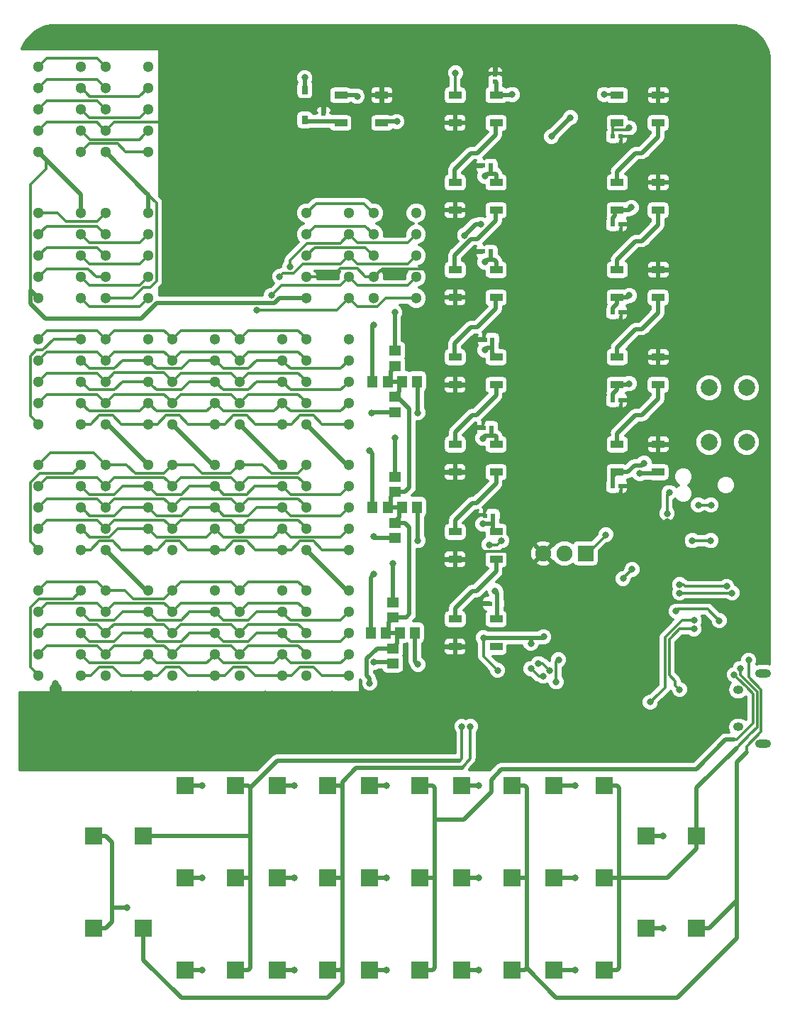
<source format=gbl>
G04 #@! TF.GenerationSoftware,KiCad,Pcbnew,(5.0.0-rc3-dev)*
G04 #@! TF.CreationDate,2018-11-12T18:29:10+00:00*
G04 #@! TF.ProjectId,agc-dsky,6167632D64736B792E6B696361645F70,v0.1*
G04 #@! TF.SameCoordinates,Original*
G04 #@! TF.FileFunction,Copper,L2,Bot,Signal*
G04 #@! TF.FilePolarity,Positive*
%FSLAX46Y46*%
G04 Gerber Fmt 4.6, Leading zero omitted, Abs format (unit mm)*
G04 Created by KiCad (PCBNEW (5.0.0-rc3-dev)) date 11/12/18 18:29:10*
%MOMM*%
%LPD*%
G01*
G04 APERTURE LIST*
G04 #@! TA.AperFunction,ComponentPad*
%ADD10C,1.300000*%
G04 #@! TD*
G04 #@! TA.AperFunction,SMDPad,CuDef*
%ADD11R,0.620000X0.620000*%
G04 #@! TD*
G04 #@! TA.AperFunction,ViaPad*
%ADD12C,0.300000*%
G04 #@! TD*
G04 #@! TA.AperFunction,ComponentPad*
%ADD13O,1.250000X1.000000*%
G04 #@! TD*
G04 #@! TA.AperFunction,ComponentPad*
%ADD14O,1.900000X1.000000*%
G04 #@! TD*
G04 #@! TA.AperFunction,SMDPad,CuDef*
%ADD15R,2.000000X2.000000*%
G04 #@! TD*
G04 #@! TA.AperFunction,ComponentPad*
%ADD16C,2.000000*%
G04 #@! TD*
G04 #@! TA.AperFunction,SMDPad,CuDef*
%ADD17R,1.450000X1.150000*%
G04 #@! TD*
G04 #@! TA.AperFunction,SMDPad,CuDef*
%ADD18R,1.150000X1.450000*%
G04 #@! TD*
G04 #@! TA.AperFunction,SMDPad,CuDef*
%ADD19R,0.800000X1.000000*%
G04 #@! TD*
G04 #@! TA.AperFunction,SMDPad,CuDef*
%ADD20R,1.500000X0.900000*%
G04 #@! TD*
G04 #@! TA.AperFunction,ComponentPad*
%ADD21R,1.900000X1.900000*%
G04 #@! TD*
G04 #@! TA.AperFunction,ComponentPad*
%ADD22C,1.900000*%
G04 #@! TD*
G04 #@! TA.AperFunction,ViaPad*
%ADD23C,0.800000*%
G04 #@! TD*
G04 #@! TA.AperFunction,Conductor*
%ADD24C,0.500000*%
G04 #@! TD*
G04 #@! TA.AperFunction,Conductor*
%ADD25C,0.300000*%
G04 #@! TD*
G04 #@! TA.AperFunction,Conductor*
%ADD26C,0.250000*%
G04 #@! TD*
G04 APERTURE END LIST*
D10*
G04 #@! TO.P,IC17,10*
G04 #@! TO.N,/7-segs/A3*
X69710000Y-98170000D03*
G04 #@! TO.P,IC17,9*
G04 #@! TO.N,/7-segs/B3*
X69710000Y-100710000D03*
G04 #@! TO.P,IC17,8*
G04 #@! TO.N,/7-segs/C3*
X69710000Y-103250000D03*
G04 #@! TO.P,IC17,7*
G04 #@! TO.N,GND*
X69710000Y-105790000D03*
G04 #@! TO.P,IC17,6*
G04 #@! TO.N,Net-(IC15-Pad1)*
X69710000Y-108330000D03*
G04 #@! TO.P,IC17,5*
G04 #@! TO.N,/7-segs/D3*
X74790000Y-108330000D03*
G04 #@! TO.P,IC17,4*
G04 #@! TO.N,/7-segs/E3*
X74790000Y-105790000D03*
G04 #@! TO.P,IC17,3*
G04 #@! TO.N,/7-segs/G3*
X74790000Y-103250000D03*
G04 #@! TO.P,IC17,2*
G04 #@! TO.N,/7-segs/F3*
X74790000Y-100710000D03*
G04 #@! TO.P,IC17,1*
G04 #@! TO.N,Net-(IC15-Pad1)*
X74790000Y-98170000D03*
G04 #@! TD*
G04 #@! TO.P,IC22,1*
G04 #@! TO.N,Net-(IC21-Pad1)*
X106790000Y-53170000D03*
G04 #@! TO.P,IC22,2*
G04 #@! TO.N,/7-segs/F2*
X106790000Y-55710000D03*
G04 #@! TO.P,IC22,3*
G04 #@! TO.N,/7-segs/G2*
X106790000Y-58250000D03*
G04 #@! TO.P,IC22,4*
G04 #@! TO.N,/7-segs/E2*
X106790000Y-60790000D03*
G04 #@! TO.P,IC22,5*
G04 #@! TO.N,/7-segs/D2*
X106790000Y-63330000D03*
G04 #@! TO.P,IC22,6*
G04 #@! TO.N,Net-(IC21-Pad1)*
X101710000Y-63330000D03*
G04 #@! TO.P,IC22,7*
G04 #@! TO.N,GND*
X101710000Y-60790000D03*
G04 #@! TO.P,IC22,8*
G04 #@! TO.N,/7-segs/C2*
X101710000Y-58250000D03*
G04 #@! TO.P,IC22,9*
G04 #@! TO.N,/7-segs/B2*
X101710000Y-55710000D03*
G04 #@! TO.P,IC22,10*
G04 #@! TO.N,/7-segs/A2*
X101710000Y-53170000D03*
G04 #@! TD*
G04 #@! TO.P,IC25,10*
G04 #@! TO.N,/7-segs/A2*
X93710000Y-53170000D03*
G04 #@! TO.P,IC25,9*
G04 #@! TO.N,/7-segs/B2*
X93710000Y-55710000D03*
G04 #@! TO.P,IC25,8*
G04 #@! TO.N,/7-segs/C2*
X93710000Y-58250000D03*
G04 #@! TO.P,IC25,7*
G04 #@! TO.N,GND*
X93710000Y-60790000D03*
G04 #@! TO.P,IC25,6*
G04 #@! TO.N,Net-(IC24-Pad1)*
X93710000Y-63330000D03*
G04 #@! TO.P,IC25,5*
G04 #@! TO.N,/7-segs/D2*
X98790000Y-63330000D03*
G04 #@! TO.P,IC25,4*
G04 #@! TO.N,/7-segs/E2*
X98790000Y-60790000D03*
G04 #@! TO.P,IC25,3*
G04 #@! TO.N,/7-segs/G2*
X98790000Y-58250000D03*
G04 #@! TO.P,IC25,2*
G04 #@! TO.N,/7-segs/F2*
X98790000Y-55710000D03*
G04 #@! TO.P,IC25,1*
G04 #@! TO.N,Net-(IC24-Pad1)*
X98790000Y-53170000D03*
G04 #@! TD*
D11*
G04 #@! TO.P,C18,1*
G04 #@! TO.N,5v*
X130300000Y-44000000D03*
G04 #@! TO.P,C18,2*
G04 #@! TO.N,GND*
X131200000Y-44000000D03*
G04 #@! TD*
G04 #@! TO.P,C19,2*
G04 #@! TO.N,GND*
X131200000Y-54500000D03*
G04 #@! TO.P,C19,1*
G04 #@! TO.N,5v*
X130300000Y-54500000D03*
G04 #@! TD*
G04 #@! TO.P,C20,1*
G04 #@! TO.N,5v*
X130300000Y-65000000D03*
G04 #@! TO.P,C20,2*
G04 #@! TO.N,GND*
X131200000Y-65000000D03*
G04 #@! TD*
G04 #@! TO.P,C21,2*
G04 #@! TO.N,GND*
X131200000Y-75500000D03*
G04 #@! TO.P,C21,1*
G04 #@! TO.N,5v*
X130300000Y-75500000D03*
G04 #@! TD*
G04 #@! TO.P,C22,1*
G04 #@! TO.N,5v*
X130300000Y-85750000D03*
G04 #@! TO.P,C22,2*
G04 #@! TO.N,GND*
X131200000Y-85750000D03*
G04 #@! TD*
G04 #@! TO.P,C23,2*
G04 #@! TO.N,GND*
X95750000Y-41300000D03*
G04 #@! TO.P,C23,1*
G04 #@! TO.N,Net-(C23-Pad1)*
X95750000Y-42200000D03*
G04 #@! TD*
G04 #@! TO.P,C24,1*
G04 #@! TO.N,5v*
X116500000Y-99750000D03*
G04 #@! TO.P,C24,2*
G04 #@! TO.N,GND*
X115600000Y-99750000D03*
G04 #@! TD*
G04 #@! TO.P,C25,2*
G04 #@! TO.N,GND*
X115050000Y-89250000D03*
G04 #@! TO.P,C25,1*
G04 #@! TO.N,5v*
X115950000Y-89250000D03*
G04 #@! TD*
G04 #@! TO.P,C26,1*
G04 #@! TO.N,5v*
X115750000Y-78750000D03*
G04 #@! TO.P,C26,2*
G04 #@! TO.N,GND*
X114850000Y-78750000D03*
G04 #@! TD*
G04 #@! TO.P,C27,2*
G04 #@! TO.N,GND*
X115000000Y-68250000D03*
G04 #@! TO.P,C27,1*
G04 #@! TO.N,5v*
X115900000Y-68250000D03*
G04 #@! TD*
G04 #@! TO.P,C28,1*
G04 #@! TO.N,5v*
X115700000Y-57750000D03*
G04 #@! TO.P,C28,2*
G04 #@! TO.N,GND*
X114800000Y-57750000D03*
G04 #@! TD*
G04 #@! TO.P,C29,2*
G04 #@! TO.N,GND*
X114800000Y-47500000D03*
G04 #@! TO.P,C29,1*
G04 #@! TO.N,5v*
X115700000Y-47500000D03*
G04 #@! TD*
G04 #@! TO.P,C30,1*
G04 #@! TO.N,5v*
X116250000Y-37500000D03*
G04 #@! TO.P,C30,2*
G04 #@! TO.N,GND*
X116250000Y-36600000D03*
G04 #@! TD*
D12*
G04 #@! TO.N,GND*
G04 #@! TO.C,IC1*
X145350000Y-62900000D03*
X144150000Y-62900000D03*
X145350000Y-64100000D03*
X144150000Y-64100000D03*
G04 #@! TD*
D10*
G04 #@! TO.P,IC7,1*
G04 #@! TO.N,Net-(IC6-Pad1)*
X98790000Y-83170000D03*
G04 #@! TO.P,IC7,2*
G04 #@! TO.N,/7-segs/F2*
X98790000Y-85710000D03*
G04 #@! TO.P,IC7,3*
G04 #@! TO.N,/7-segs/G2*
X98790000Y-88250000D03*
G04 #@! TO.P,IC7,4*
G04 #@! TO.N,/7-segs/E2*
X98790000Y-90790000D03*
G04 #@! TO.P,IC7,5*
G04 #@! TO.N,/7-segs/D2*
X98790000Y-93330000D03*
G04 #@! TO.P,IC7,6*
G04 #@! TO.N,Net-(IC6-Pad1)*
X93710000Y-93330000D03*
G04 #@! TO.P,IC7,7*
G04 #@! TO.N,GND*
X93710000Y-90790000D03*
G04 #@! TO.P,IC7,8*
G04 #@! TO.N,/7-segs/C2*
X93710000Y-88250000D03*
G04 #@! TO.P,IC7,9*
G04 #@! TO.N,/7-segs/B2*
X93710000Y-85710000D03*
G04 #@! TO.P,IC7,10*
G04 #@! TO.N,/7-segs/A2*
X93710000Y-83170000D03*
G04 #@! TD*
G04 #@! TO.P,IC8,10*
G04 #@! TO.N,/7-segs/A3*
X93710000Y-98170000D03*
G04 #@! TO.P,IC8,9*
G04 #@! TO.N,/7-segs/B3*
X93710000Y-100710000D03*
G04 #@! TO.P,IC8,8*
G04 #@! TO.N,/7-segs/C3*
X93710000Y-103250000D03*
G04 #@! TO.P,IC8,7*
G04 #@! TO.N,GND*
X93710000Y-105790000D03*
G04 #@! TO.P,IC8,6*
G04 #@! TO.N,Net-(IC6-Pad1)*
X93710000Y-108330000D03*
G04 #@! TO.P,IC8,5*
G04 #@! TO.N,/7-segs/D3*
X98790000Y-108330000D03*
G04 #@! TO.P,IC8,4*
G04 #@! TO.N,/7-segs/E3*
X98790000Y-105790000D03*
G04 #@! TO.P,IC8,3*
G04 #@! TO.N,/7-segs/G3*
X98790000Y-103250000D03*
G04 #@! TO.P,IC8,2*
G04 #@! TO.N,/7-segs/F3*
X98790000Y-100710000D03*
G04 #@! TO.P,IC8,1*
G04 #@! TO.N,Net-(IC6-Pad1)*
X98790000Y-98170000D03*
G04 #@! TD*
G04 #@! TO.P,IC9,1*
G04 #@! TO.N,Net-(IC10-Pad1)*
X90790000Y-68170000D03*
G04 #@! TO.P,IC9,2*
G04 #@! TO.N,/7-segs/F1*
X90790000Y-70710000D03*
G04 #@! TO.P,IC9,3*
G04 #@! TO.N,/7-segs/G1*
X90790000Y-73250000D03*
G04 #@! TO.P,IC9,4*
G04 #@! TO.N,/7-segs/E1*
X90790000Y-75790000D03*
G04 #@! TO.P,IC9,5*
G04 #@! TO.N,/7-segs/D1*
X90790000Y-78330000D03*
G04 #@! TO.P,IC9,6*
G04 #@! TO.N,Net-(IC10-Pad1)*
X85710000Y-78330000D03*
G04 #@! TO.P,IC9,7*
G04 #@! TO.N,GND*
X85710000Y-75790000D03*
G04 #@! TO.P,IC9,8*
G04 #@! TO.N,/7-segs/C1*
X85710000Y-73250000D03*
G04 #@! TO.P,IC9,9*
G04 #@! TO.N,/7-segs/B1*
X85710000Y-70710000D03*
G04 #@! TO.P,IC9,10*
G04 #@! TO.N,/7-segs/A1*
X85710000Y-68170000D03*
G04 #@! TD*
G04 #@! TO.P,IC10,1*
G04 #@! TO.N,Net-(IC10-Pad1)*
X90790000Y-83170000D03*
G04 #@! TO.P,IC10,2*
G04 #@! TO.N,/7-segs/F2*
X90790000Y-85710000D03*
G04 #@! TO.P,IC10,3*
G04 #@! TO.N,/7-segs/G2*
X90790000Y-88250000D03*
G04 #@! TO.P,IC10,4*
G04 #@! TO.N,/7-segs/E2*
X90790000Y-90790000D03*
G04 #@! TO.P,IC10,5*
G04 #@! TO.N,/7-segs/D2*
X90790000Y-93330000D03*
G04 #@! TO.P,IC10,6*
G04 #@! TO.N,Net-(IC10-Pad1)*
X85710000Y-93330000D03*
G04 #@! TO.P,IC10,7*
G04 #@! TO.N,GND*
X85710000Y-90790000D03*
G04 #@! TO.P,IC10,8*
G04 #@! TO.N,/7-segs/C2*
X85710000Y-88250000D03*
G04 #@! TO.P,IC10,9*
G04 #@! TO.N,/7-segs/B2*
X85710000Y-85710000D03*
G04 #@! TO.P,IC10,10*
G04 #@! TO.N,/7-segs/A2*
X85710000Y-83170000D03*
G04 #@! TD*
G04 #@! TO.P,IC11,10*
G04 #@! TO.N,/7-segs/A3*
X85710000Y-98170000D03*
G04 #@! TO.P,IC11,9*
G04 #@! TO.N,/7-segs/B3*
X85710000Y-100710000D03*
G04 #@! TO.P,IC11,8*
G04 #@! TO.N,/7-segs/C3*
X85710000Y-103250000D03*
G04 #@! TO.P,IC11,7*
G04 #@! TO.N,GND*
X85710000Y-105790000D03*
G04 #@! TO.P,IC11,6*
G04 #@! TO.N,Net-(IC10-Pad1)*
X85710000Y-108330000D03*
G04 #@! TO.P,IC11,5*
G04 #@! TO.N,/7-segs/D3*
X90790000Y-108330000D03*
G04 #@! TO.P,IC11,4*
G04 #@! TO.N,/7-segs/E3*
X90790000Y-105790000D03*
G04 #@! TO.P,IC11,3*
G04 #@! TO.N,/7-segs/G3*
X90790000Y-103250000D03*
G04 #@! TO.P,IC11,2*
G04 #@! TO.N,/7-segs/F3*
X90790000Y-100710000D03*
G04 #@! TO.P,IC11,1*
G04 #@! TO.N,Net-(IC10-Pad1)*
X90790000Y-98170000D03*
G04 #@! TD*
G04 #@! TO.P,IC12,10*
G04 #@! TO.N,/7-segs/A1*
X77710000Y-68170000D03*
G04 #@! TO.P,IC12,9*
G04 #@! TO.N,/7-segs/B1*
X77710000Y-70710000D03*
G04 #@! TO.P,IC12,8*
G04 #@! TO.N,/7-segs/C1*
X77710000Y-73250000D03*
G04 #@! TO.P,IC12,7*
G04 #@! TO.N,GND*
X77710000Y-75790000D03*
G04 #@! TO.P,IC12,6*
G04 #@! TO.N,Net-(IC12-Pad1)*
X77710000Y-78330000D03*
G04 #@! TO.P,IC12,5*
G04 #@! TO.N,/7-segs/D1*
X82790000Y-78330000D03*
G04 #@! TO.P,IC12,4*
G04 #@! TO.N,/7-segs/E1*
X82790000Y-75790000D03*
G04 #@! TO.P,IC12,3*
G04 #@! TO.N,/7-segs/G1*
X82790000Y-73250000D03*
G04 #@! TO.P,IC12,2*
G04 #@! TO.N,/7-segs/F1*
X82790000Y-70710000D03*
G04 #@! TO.P,IC12,1*
G04 #@! TO.N,Net-(IC12-Pad1)*
X82790000Y-68170000D03*
G04 #@! TD*
G04 #@! TO.P,IC13,1*
G04 #@! TO.N,Net-(IC12-Pad1)*
X82790000Y-83170000D03*
G04 #@! TO.P,IC13,2*
G04 #@! TO.N,/7-segs/F2*
X82790000Y-85710000D03*
G04 #@! TO.P,IC13,3*
G04 #@! TO.N,/7-segs/G2*
X82790000Y-88250000D03*
G04 #@! TO.P,IC13,4*
G04 #@! TO.N,/7-segs/E2*
X82790000Y-90790000D03*
G04 #@! TO.P,IC13,5*
G04 #@! TO.N,/7-segs/D2*
X82790000Y-93330000D03*
G04 #@! TO.P,IC13,6*
G04 #@! TO.N,Net-(IC12-Pad1)*
X77710000Y-93330000D03*
G04 #@! TO.P,IC13,7*
G04 #@! TO.N,GND*
X77710000Y-90790000D03*
G04 #@! TO.P,IC13,8*
G04 #@! TO.N,/7-segs/C2*
X77710000Y-88250000D03*
G04 #@! TO.P,IC13,9*
G04 #@! TO.N,/7-segs/B2*
X77710000Y-85710000D03*
G04 #@! TO.P,IC13,10*
G04 #@! TO.N,/7-segs/A2*
X77710000Y-83170000D03*
G04 #@! TD*
G04 #@! TO.P,IC14,10*
G04 #@! TO.N,/7-segs/A3*
X77710000Y-98170000D03*
G04 #@! TO.P,IC14,9*
G04 #@! TO.N,/7-segs/B3*
X77710000Y-100710000D03*
G04 #@! TO.P,IC14,8*
G04 #@! TO.N,/7-segs/C3*
X77710000Y-103250000D03*
G04 #@! TO.P,IC14,7*
G04 #@! TO.N,GND*
X77710000Y-105790000D03*
G04 #@! TO.P,IC14,6*
G04 #@! TO.N,Net-(IC12-Pad1)*
X77710000Y-108330000D03*
G04 #@! TO.P,IC14,5*
G04 #@! TO.N,/7-segs/D3*
X82790000Y-108330000D03*
G04 #@! TO.P,IC14,4*
G04 #@! TO.N,/7-segs/E3*
X82790000Y-105790000D03*
G04 #@! TO.P,IC14,3*
G04 #@! TO.N,/7-segs/G3*
X82790000Y-103250000D03*
G04 #@! TO.P,IC14,2*
G04 #@! TO.N,/7-segs/F3*
X82790000Y-100710000D03*
G04 #@! TO.P,IC14,1*
G04 #@! TO.N,Net-(IC12-Pad1)*
X82790000Y-98170000D03*
G04 #@! TD*
G04 #@! TO.P,IC15,1*
G04 #@! TO.N,Net-(IC15-Pad1)*
X74790000Y-68170000D03*
G04 #@! TO.P,IC15,2*
G04 #@! TO.N,/7-segs/F1*
X74790000Y-70710000D03*
G04 #@! TO.P,IC15,3*
G04 #@! TO.N,/7-segs/G1*
X74790000Y-73250000D03*
G04 #@! TO.P,IC15,4*
G04 #@! TO.N,/7-segs/E1*
X74790000Y-75790000D03*
G04 #@! TO.P,IC15,5*
G04 #@! TO.N,/7-segs/D1*
X74790000Y-78330000D03*
G04 #@! TO.P,IC15,6*
G04 #@! TO.N,Net-(IC15-Pad1)*
X69710000Y-78330000D03*
G04 #@! TO.P,IC15,7*
G04 #@! TO.N,GND*
X69710000Y-75790000D03*
G04 #@! TO.P,IC15,8*
G04 #@! TO.N,/7-segs/C1*
X69710000Y-73250000D03*
G04 #@! TO.P,IC15,9*
G04 #@! TO.N,/7-segs/B1*
X69710000Y-70710000D03*
G04 #@! TO.P,IC15,10*
G04 #@! TO.N,/7-segs/A1*
X69710000Y-68170000D03*
G04 #@! TD*
G04 #@! TO.P,IC16,1*
G04 #@! TO.N,Net-(IC15-Pad1)*
X74790000Y-83170000D03*
G04 #@! TO.P,IC16,2*
G04 #@! TO.N,/7-segs/F2*
X74790000Y-85710000D03*
G04 #@! TO.P,IC16,3*
G04 #@! TO.N,/7-segs/G2*
X74790000Y-88250000D03*
G04 #@! TO.P,IC16,4*
G04 #@! TO.N,/7-segs/E2*
X74790000Y-90790000D03*
G04 #@! TO.P,IC16,5*
G04 #@! TO.N,/7-segs/D2*
X74790000Y-93330000D03*
G04 #@! TO.P,IC16,6*
G04 #@! TO.N,Net-(IC15-Pad1)*
X69710000Y-93330000D03*
G04 #@! TO.P,IC16,7*
G04 #@! TO.N,GND*
X69710000Y-90790000D03*
G04 #@! TO.P,IC16,8*
G04 #@! TO.N,/7-segs/C2*
X69710000Y-88250000D03*
G04 #@! TO.P,IC16,9*
G04 #@! TO.N,/7-segs/B2*
X69710000Y-85710000D03*
G04 #@! TO.P,IC16,10*
G04 #@! TO.N,/7-segs/A2*
X69710000Y-83170000D03*
G04 #@! TD*
G04 #@! TO.P,IC18,1*
G04 #@! TO.N,Net-(IC18-Pad1)*
X66790000Y-68170000D03*
G04 #@! TO.P,IC18,2*
G04 #@! TO.N,/7-segs/F1*
X66790000Y-70710000D03*
G04 #@! TO.P,IC18,3*
G04 #@! TO.N,/7-segs/G1*
X66790000Y-73250000D03*
G04 #@! TO.P,IC18,4*
G04 #@! TO.N,/7-segs/E1*
X66790000Y-75790000D03*
G04 #@! TO.P,IC18,5*
G04 #@! TO.N,/7-segs/D1*
X66790000Y-78330000D03*
G04 #@! TO.P,IC18,6*
G04 #@! TO.N,Net-(IC18-Pad1)*
X61710000Y-78330000D03*
G04 #@! TO.P,IC18,7*
G04 #@! TO.N,GND*
X61710000Y-75790000D03*
G04 #@! TO.P,IC18,8*
G04 #@! TO.N,/7-segs/C1*
X61710000Y-73250000D03*
G04 #@! TO.P,IC18,9*
G04 #@! TO.N,/7-segs/B1*
X61710000Y-70710000D03*
G04 #@! TO.P,IC18,10*
G04 #@! TO.N,/7-segs/A1*
X61710000Y-68170000D03*
G04 #@! TD*
G04 #@! TO.P,IC19,10*
G04 #@! TO.N,/7-segs/A2*
X61710000Y-83170000D03*
G04 #@! TO.P,IC19,9*
G04 #@! TO.N,/7-segs/B2*
X61710000Y-85710000D03*
G04 #@! TO.P,IC19,8*
G04 #@! TO.N,/7-segs/C2*
X61710000Y-88250000D03*
G04 #@! TO.P,IC19,7*
G04 #@! TO.N,GND*
X61710000Y-90790000D03*
G04 #@! TO.P,IC19,6*
G04 #@! TO.N,Net-(IC18-Pad1)*
X61710000Y-93330000D03*
G04 #@! TO.P,IC19,5*
G04 #@! TO.N,/7-segs/D2*
X66790000Y-93330000D03*
G04 #@! TO.P,IC19,4*
G04 #@! TO.N,/7-segs/E2*
X66790000Y-90790000D03*
G04 #@! TO.P,IC19,3*
G04 #@! TO.N,/7-segs/G2*
X66790000Y-88250000D03*
G04 #@! TO.P,IC19,2*
G04 #@! TO.N,/7-segs/F2*
X66790000Y-85710000D03*
G04 #@! TO.P,IC19,1*
G04 #@! TO.N,Net-(IC18-Pad1)*
X66790000Y-83170000D03*
G04 #@! TD*
G04 #@! TO.P,IC20,10*
G04 #@! TO.N,/7-segs/A3*
X61710000Y-98170000D03*
G04 #@! TO.P,IC20,9*
G04 #@! TO.N,/7-segs/B3*
X61710000Y-100710000D03*
G04 #@! TO.P,IC20,8*
G04 #@! TO.N,/7-segs/C3*
X61710000Y-103250000D03*
G04 #@! TO.P,IC20,7*
G04 #@! TO.N,GND*
X61710000Y-105790000D03*
G04 #@! TO.P,IC20,6*
G04 #@! TO.N,Net-(IC18-Pad1)*
X61710000Y-108330000D03*
G04 #@! TO.P,IC20,5*
G04 #@! TO.N,/7-segs/D3*
X66790000Y-108330000D03*
G04 #@! TO.P,IC20,4*
G04 #@! TO.N,/7-segs/E3*
X66790000Y-105790000D03*
G04 #@! TO.P,IC20,3*
G04 #@! TO.N,/7-segs/G3*
X66790000Y-103250000D03*
G04 #@! TO.P,IC20,2*
G04 #@! TO.N,/7-segs/F3*
X66790000Y-100710000D03*
G04 #@! TO.P,IC20,1*
G04 #@! TO.N,Net-(IC18-Pad1)*
X66790000Y-98170000D03*
G04 #@! TD*
G04 #@! TO.P,IC21,1*
G04 #@! TO.N,Net-(IC21-Pad1)*
X74790000Y-35720000D03*
G04 #@! TO.P,IC21,2*
G04 #@! TO.N,/7-segs/F1*
X74790000Y-38260000D03*
G04 #@! TO.P,IC21,3*
G04 #@! TO.N,/7-segs/G1*
X74790000Y-40800000D03*
G04 #@! TO.P,IC21,4*
G04 #@! TO.N,/7-segs/E1*
X74790000Y-43340000D03*
G04 #@! TO.P,IC21,5*
G04 #@! TO.N,/7-segs/D1*
X74790000Y-45880000D03*
G04 #@! TO.P,IC21,6*
G04 #@! TO.N,Net-(IC21-Pad1)*
X69710000Y-45880000D03*
G04 #@! TO.P,IC21,7*
G04 #@! TO.N,GND*
X69710000Y-43340000D03*
G04 #@! TO.P,IC21,8*
G04 #@! TO.N,/7-segs/C1*
X69710000Y-40800000D03*
G04 #@! TO.P,IC21,9*
G04 #@! TO.N,/7-segs/B1*
X69710000Y-38260000D03*
G04 #@! TO.P,IC21,10*
G04 #@! TO.N,/7-segs/A1*
X69710000Y-35720000D03*
G04 #@! TD*
G04 #@! TO.P,IC23,1*
G04 #@! TO.N,Net-(IC21-Pad1)*
X74790000Y-53170000D03*
G04 #@! TO.P,IC23,2*
G04 #@! TO.N,/7-segs/F3*
X74790000Y-55710000D03*
G04 #@! TO.P,IC23,3*
G04 #@! TO.N,/7-segs/G3*
X74790000Y-58250000D03*
G04 #@! TO.P,IC23,4*
G04 #@! TO.N,/7-segs/E3*
X74790000Y-60790000D03*
G04 #@! TO.P,IC23,5*
G04 #@! TO.N,/7-segs/D3*
X74790000Y-63330000D03*
G04 #@! TO.P,IC23,6*
G04 #@! TO.N,Net-(IC21-Pad1)*
X69710000Y-63330000D03*
G04 #@! TO.P,IC23,7*
G04 #@! TO.N,GND*
X69710000Y-60790000D03*
G04 #@! TO.P,IC23,8*
G04 #@! TO.N,/7-segs/C3*
X69710000Y-58250000D03*
G04 #@! TO.P,IC23,9*
G04 #@! TO.N,/7-segs/B3*
X69710000Y-55710000D03*
G04 #@! TO.P,IC23,10*
G04 #@! TO.N,/7-segs/A3*
X69710000Y-53170000D03*
G04 #@! TD*
G04 #@! TO.P,IC24,1*
G04 #@! TO.N,Net-(IC24-Pad1)*
X66790000Y-35720000D03*
G04 #@! TO.P,IC24,2*
G04 #@! TO.N,/7-segs/F1*
X66790000Y-38260000D03*
G04 #@! TO.P,IC24,3*
G04 #@! TO.N,/7-segs/G1*
X66790000Y-40800000D03*
G04 #@! TO.P,IC24,4*
G04 #@! TO.N,/7-segs/E1*
X66790000Y-43340000D03*
G04 #@! TO.P,IC24,5*
G04 #@! TO.N,/7-segs/D1*
X66790000Y-45880000D03*
G04 #@! TO.P,IC24,6*
G04 #@! TO.N,Net-(IC24-Pad1)*
X61710000Y-45880000D03*
G04 #@! TO.P,IC24,7*
G04 #@! TO.N,GND*
X61710000Y-43340000D03*
G04 #@! TO.P,IC24,8*
G04 #@! TO.N,/7-segs/C1*
X61710000Y-40800000D03*
G04 #@! TO.P,IC24,9*
G04 #@! TO.N,/7-segs/B1*
X61710000Y-38260000D03*
G04 #@! TO.P,IC24,10*
G04 #@! TO.N,/7-segs/A1*
X61710000Y-35720000D03*
G04 #@! TD*
G04 #@! TO.P,IC26,10*
G04 #@! TO.N,/7-segs/A3*
X61710000Y-53170000D03*
G04 #@! TO.P,IC26,9*
G04 #@! TO.N,/7-segs/B3*
X61710000Y-55710000D03*
G04 #@! TO.P,IC26,8*
G04 #@! TO.N,/7-segs/C3*
X61710000Y-58250000D03*
G04 #@! TO.P,IC26,7*
G04 #@! TO.N,GND*
X61710000Y-60790000D03*
G04 #@! TO.P,IC26,6*
G04 #@! TO.N,Net-(IC24-Pad1)*
X61710000Y-63330000D03*
G04 #@! TO.P,IC26,5*
G04 #@! TO.N,/7-segs/D3*
X66790000Y-63330000D03*
G04 #@! TO.P,IC26,4*
G04 #@! TO.N,/7-segs/E3*
X66790000Y-60790000D03*
G04 #@! TO.P,IC26,3*
G04 #@! TO.N,/7-segs/G3*
X66790000Y-58250000D03*
G04 #@! TO.P,IC26,2*
G04 #@! TO.N,/7-segs/F3*
X66790000Y-55710000D03*
G04 #@! TO.P,IC26,1*
G04 #@! TO.N,Net-(IC24-Pad1)*
X66790000Y-53170000D03*
G04 #@! TD*
D13*
G04 #@! TO.P,J1,S*
G04 #@! TO.N,N/C*
X145250000Y-110025000D03*
G04 #@! TO.P,J1,*
G04 #@! TO.N,*
X145250000Y-114475000D03*
D14*
X148250000Y-108075000D03*
X148250000Y-116425000D03*
G04 #@! TD*
D15*
G04 #@! TO.P,SW1,1*
G04 #@! TO.N,/BC1*
X129250000Y-121500000D03*
G04 #@! TO.P,SW1,2*
G04 #@! TO.N,/BR1*
X123250000Y-121500000D03*
G04 #@! TD*
G04 #@! TO.P,SW2,2*
G04 #@! TO.N,/BR2*
X123250000Y-132500000D03*
G04 #@! TO.P,SW2,1*
G04 #@! TO.N,/BC1*
X129250000Y-132500000D03*
G04 #@! TD*
G04 #@! TO.P,SW3,1*
G04 #@! TO.N,/BC1*
X129250000Y-143500000D03*
G04 #@! TO.P,SW3,2*
G04 #@! TO.N,/BR3*
X123250000Y-143500000D03*
G04 #@! TD*
G04 #@! TO.P,SW4,2*
G04 #@! TO.N,/BR4*
X134250000Y-127500000D03*
G04 #@! TO.P,SW4,1*
G04 #@! TO.N,/BC1*
X140250000Y-127500000D03*
G04 #@! TD*
G04 #@! TO.P,SW5,2*
G04 #@! TO.N,/BR1*
X112250000Y-121500000D03*
G04 #@! TO.P,SW5,1*
G04 #@! TO.N,/BC2*
X118250000Y-121500000D03*
G04 #@! TD*
G04 #@! TO.P,SW6,1*
G04 #@! TO.N,/BC2*
X118250000Y-132500000D03*
G04 #@! TO.P,SW6,2*
G04 #@! TO.N,/BR2*
X112250000Y-132500000D03*
G04 #@! TD*
G04 #@! TO.P,SW7,2*
G04 #@! TO.N,/BR3*
X112250000Y-143500000D03*
G04 #@! TO.P,SW7,1*
G04 #@! TO.N,/BC2*
X118250000Y-143500000D03*
G04 #@! TD*
G04 #@! TO.P,SW8,1*
G04 #@! TO.N,/BC2*
X140250000Y-138500000D03*
G04 #@! TO.P,SW8,2*
G04 #@! TO.N,/BR4*
X134250000Y-138500000D03*
G04 #@! TD*
D16*
G04 #@! TO.P,SW9,*
G04 #@! TO.N,*
X146250000Y-74000000D03*
X141750000Y-74000000D03*
G04 #@! TO.P,SW9,2*
G04 #@! TO.N,3v3*
X141750000Y-80500000D03*
G04 #@! TO.P,SW9,1*
G04 #@! TO.N,Net-(IC2-Pad60)*
X146250000Y-80500000D03*
G04 #@! TD*
D15*
G04 #@! TO.P,SW10,1*
G04 #@! TO.N,/BC3*
X107250000Y-121500000D03*
G04 #@! TO.P,SW10,2*
G04 #@! TO.N,/BR1*
X101250000Y-121500000D03*
G04 #@! TD*
G04 #@! TO.P,SW11,2*
G04 #@! TO.N,/BR2*
X101250000Y-132500000D03*
G04 #@! TO.P,SW11,1*
G04 #@! TO.N,/BC3*
X107250000Y-132500000D03*
G04 #@! TD*
G04 #@! TO.P,SW12,1*
G04 #@! TO.N,/BC3*
X107250000Y-143500000D03*
G04 #@! TO.P,SW12,2*
G04 #@! TO.N,/BR3*
X101250000Y-143500000D03*
G04 #@! TD*
G04 #@! TO.P,SW13,1*
G04 #@! TO.N,/BC5*
X74250000Y-127500000D03*
G04 #@! TO.P,SW13,2*
G04 #@! TO.N,/BR4*
X68250000Y-127500000D03*
G04 #@! TD*
G04 #@! TO.P,SW14,1*
G04 #@! TO.N,/BC4*
X96250000Y-121500000D03*
G04 #@! TO.P,SW14,2*
G04 #@! TO.N,/BR1*
X90250000Y-121500000D03*
G04 #@! TD*
G04 #@! TO.P,SW15,2*
G04 #@! TO.N,/BR2*
X90250000Y-132500000D03*
G04 #@! TO.P,SW15,1*
G04 #@! TO.N,/BC4*
X96250000Y-132500000D03*
G04 #@! TD*
G04 #@! TO.P,SW16,2*
G04 #@! TO.N,/BR3*
X90250000Y-143500000D03*
G04 #@! TO.P,SW16,1*
G04 #@! TO.N,/BC4*
X96250000Y-143500000D03*
G04 #@! TD*
G04 #@! TO.P,SW17,2*
G04 #@! TO.N,/BR4*
X68250000Y-138500000D03*
G04 #@! TO.P,SW17,1*
G04 #@! TO.N,/BC4*
X74250000Y-138500000D03*
G04 #@! TD*
G04 #@! TO.P,SW18,1*
G04 #@! TO.N,/BC5*
X85250000Y-121500000D03*
G04 #@! TO.P,SW18,2*
G04 #@! TO.N,/BR1*
X79250000Y-121500000D03*
G04 #@! TD*
G04 #@! TO.P,SW19,2*
G04 #@! TO.N,/BR2*
X79250000Y-132500000D03*
G04 #@! TO.P,SW19,1*
G04 #@! TO.N,/BC5*
X85250000Y-132500000D03*
G04 #@! TD*
G04 #@! TO.P,SW20,1*
G04 #@! TO.N,/BC5*
X85250000Y-143500000D03*
G04 #@! TO.P,SW20,2*
G04 #@! TO.N,/BR3*
X79250000Y-143500000D03*
G04 #@! TD*
D17*
G04 #@! TO.P,D1,2*
G04 #@! TO.N,/7-segs/E1*
X104250000Y-76900000D03*
G04 #@! TO.P,D1,1*
G04 #@! TO.N,Net-(D1-Pad1)*
X104250000Y-75100000D03*
G04 #@! TD*
G04 #@! TO.P,D2,2*
G04 #@! TO.N,/7-segs/E2*
X104250000Y-91900000D03*
G04 #@! TO.P,D2,1*
G04 #@! TO.N,Net-(D1-Pad1)*
X104250000Y-90100000D03*
G04 #@! TD*
G04 #@! TO.P,D3,2*
G04 #@! TO.N,/7-segs/E3*
X104000000Y-106900000D03*
G04 #@! TO.P,D3,1*
G04 #@! TO.N,Net-(D1-Pad1)*
X104000000Y-105100000D03*
G04 #@! TD*
D18*
G04 #@! TO.P,D4,1*
G04 #@! TO.N,Net-(D1-Pad1)*
X105100000Y-73250000D03*
G04 #@! TO.P,D4,2*
G04 #@! TO.N,/7-segs/D1*
X106900000Y-73250000D03*
G04 #@! TD*
G04 #@! TO.P,D5,1*
G04 #@! TO.N,Net-(D1-Pad1)*
X105100000Y-88250000D03*
G04 #@! TO.P,D5,2*
G04 #@! TO.N,/7-segs/D2*
X106900000Y-88250000D03*
G04 #@! TD*
G04 #@! TO.P,D6,1*
G04 #@! TO.N,Net-(D1-Pad1)*
X104850000Y-103250000D03*
G04 #@! TO.P,D6,2*
G04 #@! TO.N,/7-segs/D3*
X106650000Y-103250000D03*
G04 #@! TD*
G04 #@! TO.P,D7,2*
G04 #@! TO.N,/7-segs/B1*
X101600000Y-73250000D03*
G04 #@! TO.P,D7,1*
G04 #@! TO.N,Net-(D1-Pad1)*
X103400000Y-73250000D03*
G04 #@! TD*
G04 #@! TO.P,D8,2*
G04 #@! TO.N,/7-segs/B2*
X101600000Y-88250000D03*
G04 #@! TO.P,D8,1*
G04 #@! TO.N,Net-(D1-Pad1)*
X103400000Y-88250000D03*
G04 #@! TD*
G04 #@! TO.P,D9,2*
G04 #@! TO.N,/7-segs/B3*
X101350000Y-103250000D03*
G04 #@! TO.P,D9,1*
G04 #@! TO.N,Net-(D1-Pad1)*
X103150000Y-103250000D03*
G04 #@! TD*
D17*
G04 #@! TO.P,D10,1*
G04 #@! TO.N,Net-(D1-Pad1)*
X104250000Y-71400000D03*
G04 #@! TO.P,D10,2*
G04 #@! TO.N,/7-segs/A1*
X104250000Y-69600000D03*
G04 #@! TD*
G04 #@! TO.P,D11,1*
G04 #@! TO.N,Net-(D1-Pad1)*
X104250000Y-86400000D03*
G04 #@! TO.P,D11,2*
G04 #@! TO.N,/7-segs/A2*
X104250000Y-84600000D03*
G04 #@! TD*
G04 #@! TO.P,D12,1*
G04 #@! TO.N,Net-(D1-Pad1)*
X104000000Y-101400000D03*
G04 #@! TO.P,D12,2*
G04 #@! TO.N,/7-segs/A3*
X104000000Y-99600000D03*
G04 #@! TD*
D19*
G04 #@! TO.P,D13,1*
G04 #@! TO.N,Net-(C23-Pad1)*
X93500000Y-42050000D03*
G04 #@! TO.P,D13,2*
G04 #@! TO.N,5v*
X93500000Y-38450000D03*
G04 #@! TD*
D10*
G04 #@! TO.P,IC6,1*
G04 #@! TO.N,Net-(IC6-Pad1)*
X98790000Y-68170000D03*
G04 #@! TO.P,IC6,2*
G04 #@! TO.N,/7-segs/F1*
X98790000Y-70710000D03*
G04 #@! TO.P,IC6,3*
G04 #@! TO.N,/7-segs/G1*
X98790000Y-73250000D03*
G04 #@! TO.P,IC6,4*
G04 #@! TO.N,/7-segs/E1*
X98790000Y-75790000D03*
G04 #@! TO.P,IC6,5*
G04 #@! TO.N,/7-segs/D1*
X98790000Y-78330000D03*
G04 #@! TO.P,IC6,6*
G04 #@! TO.N,Net-(IC6-Pad1)*
X93710000Y-78330000D03*
G04 #@! TO.P,IC6,7*
G04 #@! TO.N,GND*
X93710000Y-75790000D03*
G04 #@! TO.P,IC6,8*
G04 #@! TO.N,/7-segs/C1*
X93710000Y-73250000D03*
G04 #@! TO.P,IC6,9*
G04 #@! TO.N,/7-segs/B1*
X93710000Y-70710000D03*
G04 #@! TO.P,IC6,10*
G04 #@! TO.N,/7-segs/A1*
X93710000Y-68170000D03*
G04 #@! TD*
D20*
G04 #@! TO.P,IC27,1*
G04 #@! TO.N,Net-(C23-Pad1)*
X97800000Y-42400000D03*
G04 #@! TO.P,IC27,2*
G04 #@! TO.N,Net-(IC27-Pad2)*
X97800000Y-39100000D03*
G04 #@! TO.P,IC27,3*
G04 #@! TO.N,GND*
X102700000Y-39100000D03*
G04 #@! TO.P,IC27,4*
G04 #@! TO.N,/LED_DIN*
X102700000Y-42400000D03*
G04 #@! TD*
G04 #@! TO.P,IC28,1*
G04 #@! TO.N,5v*
X130800000Y-84066668D03*
G04 #@! TO.P,IC28,2*
G04 #@! TO.N,Net-(IC28-Pad2)*
X130800000Y-80766668D03*
G04 #@! TO.P,IC28,3*
G04 #@! TO.N,GND*
X135700000Y-80766668D03*
G04 #@! TO.P,IC28,4*
G04 #@! TO.N,Net-(IC27-Pad2)*
X135700000Y-84066668D03*
G04 #@! TD*
G04 #@! TO.P,IC29,1*
G04 #@! TO.N,5v*
X130800000Y-73650002D03*
G04 #@! TO.P,IC29,2*
G04 #@! TO.N,Net-(IC29-Pad2)*
X130800000Y-70350002D03*
G04 #@! TO.P,IC29,3*
G04 #@! TO.N,GND*
X135700000Y-70350002D03*
G04 #@! TO.P,IC29,4*
G04 #@! TO.N,Net-(IC28-Pad2)*
X135700000Y-73650002D03*
G04 #@! TD*
G04 #@! TO.P,IC30,4*
G04 #@! TO.N,Net-(IC29-Pad2)*
X135700000Y-63233336D03*
G04 #@! TO.P,IC30,3*
G04 #@! TO.N,GND*
X135700000Y-59933336D03*
G04 #@! TO.P,IC30,2*
G04 #@! TO.N,Net-(IC30-Pad2)*
X130800000Y-59933336D03*
G04 #@! TO.P,IC30,1*
G04 #@! TO.N,5v*
X130800000Y-63233336D03*
G04 #@! TD*
G04 #@! TO.P,IC31,4*
G04 #@! TO.N,Net-(IC30-Pad2)*
X135700000Y-52816670D03*
G04 #@! TO.P,IC31,3*
G04 #@! TO.N,GND*
X135700000Y-49516670D03*
G04 #@! TO.P,IC31,2*
G04 #@! TO.N,Net-(IC31-Pad2)*
X130800000Y-49516670D03*
G04 #@! TO.P,IC31,1*
G04 #@! TO.N,5v*
X130800000Y-52816670D03*
G04 #@! TD*
G04 #@! TO.P,IC32,4*
G04 #@! TO.N,Net-(IC31-Pad2)*
X135700000Y-42400000D03*
G04 #@! TO.P,IC32,3*
G04 #@! TO.N,GND*
X135700000Y-39100000D03*
G04 #@! TO.P,IC32,2*
G04 #@! TO.N,Net-(IC32-Pad2)*
X130800000Y-39100000D03*
G04 #@! TO.P,IC32,1*
G04 #@! TO.N,5v*
X130800000Y-42400000D03*
G04 #@! TD*
G04 #@! TO.P,IC33,1*
G04 #@! TO.N,5v*
X116350000Y-39100000D03*
G04 #@! TO.P,IC33,2*
G04 #@! TO.N,Net-(IC33-Pad2)*
X116350000Y-42400000D03*
G04 #@! TO.P,IC33,3*
G04 #@! TO.N,GND*
X111450000Y-42400000D03*
G04 #@! TO.P,IC33,4*
G04 #@! TO.N,Net-(IC32-Pad2)*
X111450000Y-39100000D03*
G04 #@! TD*
G04 #@! TO.P,IC34,1*
G04 #@! TO.N,5v*
X116350000Y-49516666D03*
G04 #@! TO.P,IC34,2*
G04 #@! TO.N,Net-(IC34-Pad2)*
X116350000Y-52816666D03*
G04 #@! TO.P,IC34,3*
G04 #@! TO.N,GND*
X111450000Y-52816666D03*
G04 #@! TO.P,IC34,4*
G04 #@! TO.N,Net-(IC33-Pad2)*
X111450000Y-49516666D03*
G04 #@! TD*
G04 #@! TO.P,IC35,4*
G04 #@! TO.N,Net-(IC34-Pad2)*
X111450000Y-59933332D03*
G04 #@! TO.P,IC35,3*
G04 #@! TO.N,GND*
X111450000Y-63233332D03*
G04 #@! TO.P,IC35,2*
G04 #@! TO.N,Net-(IC35-Pad2)*
X116350000Y-63233332D03*
G04 #@! TO.P,IC35,1*
G04 #@! TO.N,5v*
X116350000Y-59933332D03*
G04 #@! TD*
G04 #@! TO.P,IC36,1*
G04 #@! TO.N,5v*
X116350000Y-70349998D03*
G04 #@! TO.P,IC36,2*
G04 #@! TO.N,Net-(IC36-Pad2)*
X116350000Y-73649998D03*
G04 #@! TO.P,IC36,3*
G04 #@! TO.N,GND*
X111450000Y-73649998D03*
G04 #@! TO.P,IC36,4*
G04 #@! TO.N,Net-(IC35-Pad2)*
X111450000Y-70349998D03*
G04 #@! TD*
G04 #@! TO.P,IC37,4*
G04 #@! TO.N,Net-(IC36-Pad2)*
X111450000Y-80766664D03*
G04 #@! TO.P,IC37,3*
G04 #@! TO.N,GND*
X111450000Y-84066664D03*
G04 #@! TO.P,IC37,2*
G04 #@! TO.N,Net-(IC37-Pad2)*
X116350000Y-84066664D03*
G04 #@! TO.P,IC37,1*
G04 #@! TO.N,5v*
X116350000Y-80766664D03*
G04 #@! TD*
G04 #@! TO.P,IC38,1*
G04 #@! TO.N,5v*
X116350000Y-91183330D03*
G04 #@! TO.P,IC38,2*
G04 #@! TO.N,Net-(IC38-Pad2)*
X116350000Y-94483330D03*
G04 #@! TO.P,IC38,3*
G04 #@! TO.N,GND*
X111450000Y-94483330D03*
G04 #@! TO.P,IC38,4*
G04 #@! TO.N,Net-(IC37-Pad2)*
X111450000Y-91183330D03*
G04 #@! TD*
G04 #@! TO.P,IC39,4*
G04 #@! TO.N,Net-(IC38-Pad2)*
X111450000Y-101600000D03*
G04 #@! TO.P,IC39,3*
G04 #@! TO.N,GND*
X111450000Y-104900000D03*
G04 #@! TO.P,IC39,2*
G04 #@! TO.N,N/C*
X116350000Y-104900000D03*
G04 #@! TO.P,IC39,1*
G04 #@! TO.N,5v*
X116350000Y-101600000D03*
G04 #@! TD*
D21*
G04 #@! TO.P,J2,1*
G04 #@! TO.N,Net-(IC2-Pad16)*
X127040000Y-93750000D03*
D22*
G04 #@! TO.P,J2,2*
G04 #@! TO.N,Net-(IC2-Pad17)*
X124500000Y-93750000D03*
G04 #@! TO.P,J2,3*
G04 #@! TO.N,GND*
X121960000Y-93750000D03*
G04 #@! TD*
D23*
G04 #@! TO.N,5v*
X134000000Y-83000000D03*
X132250000Y-73500000D03*
X132250000Y-63000000D03*
X132500000Y-52500000D03*
X93500000Y-37000000D03*
X116250000Y-98250000D03*
X114749999Y-90250000D03*
X114749999Y-80034948D03*
X115000000Y-69500000D03*
X115000000Y-59000000D03*
X115000000Y-48750000D03*
X114500000Y-54500000D03*
X112573959Y-55823959D03*
X132250000Y-43000000D03*
X118250000Y-39000000D03*
X122969669Y-44030331D03*
X125221023Y-41778978D03*
G04 #@! TO.N,GND*
X97000000Y-46500000D03*
X105000000Y-46500000D03*
X63750000Y-109250000D03*
X72750000Y-110500000D03*
X88750000Y-110500000D03*
X96750000Y-110500000D03*
X80750000Y-110500000D03*
X107000000Y-110000000D03*
X147250000Y-60000000D03*
X140250000Y-59750000D03*
X147000000Y-92750000D03*
X145500000Y-94250000D03*
X147250000Y-96250000D03*
X126250000Y-96750000D03*
X128500000Y-103000000D03*
X125500000Y-103500010D03*
X136750000Y-90000000D03*
X120500000Y-68250000D03*
X120500000Y-83250000D03*
X120500000Y-75000000D03*
X120704669Y-73795331D03*
X120750000Y-89750000D03*
X118000000Y-97000000D03*
X111500000Y-109250000D03*
X107500000Y-80250000D03*
X140000000Y-83750000D03*
X145250000Y-82750000D03*
X143000000Y-96000000D03*
X140750000Y-104500000D03*
X143750000Y-111000000D03*
X134500000Y-95250000D03*
X139000000Y-62250000D03*
X110500000Y-96500000D03*
X131750000Y-89250000D03*
X124900000Y-109200000D03*
X125876079Y-113848840D03*
X126300000Y-110800000D03*
X127600000Y-111700000D03*
X119600000Y-111500000D03*
G04 #@! TO.N,3v3*
X120500000Y-104500000D03*
X122030331Y-103719669D03*
X131500000Y-96750000D03*
X132570332Y-95679668D03*
X139750031Y-92250000D03*
X141974991Y-92250000D03*
X114844669Y-103844669D03*
X142969669Y-101780331D03*
X137829179Y-100664590D03*
X116533891Y-107733891D03*
G04 #@! TO.N,/NRST*
X136750000Y-89000000D03*
X137000000Y-86499990D03*
G04 #@! TO.N,/LED_DIN*
X104500000Y-42250000D03*
G04 #@! TO.N,/SPI1_SI*
X117000000Y-92250000D03*
X115499999Y-92750000D03*
G04 #@! TO.N,/SPI2_SO*
X121399670Y-106899670D03*
X122710332Y-107710332D03*
G04 #@! TO.N,/SPI2_SI*
X120500000Y-107500000D03*
X122003224Y-108417440D03*
G04 #@! TO.N,/BC1*
X145500000Y-107500000D03*
G04 #@! TO.N,/BC2*
X146500000Y-106500000D03*
G04 #@! TO.N,/BC3*
X144750000Y-108250000D03*
G04 #@! TO.N,/BC4*
X113250000Y-114400000D03*
X144500000Y-98500000D03*
X138250000Y-98500000D03*
G04 #@! TO.N,/BC5*
X112249997Y-114400000D03*
X143876324Y-97684337D03*
X138250000Y-97500000D03*
G04 #@! TO.N,/SWDIO*
X142000000Y-88000000D03*
X140500000Y-88000000D03*
G04 #@! TO.N,/7-segs/E1*
X101500000Y-77000000D03*
G04 #@! TO.N,/7-segs/D1*
X107000000Y-77000000D03*
G04 #@! TO.N,/7-segs/B1*
X101750000Y-66500000D03*
G04 #@! TO.N,/7-segs/A1*
X104250000Y-65000000D03*
G04 #@! TO.N,/7-segs/A2*
X104250000Y-80000000D03*
G04 #@! TO.N,/7-segs/B2*
X101250000Y-81500000D03*
G04 #@! TO.N,/7-segs/D2*
X107000000Y-92250000D03*
X87750000Y-64750000D03*
G04 #@! TO.N,/7-segs/E2*
X101750000Y-91750000D03*
X89500000Y-63000000D03*
G04 #@! TO.N,/7-segs/G2*
X90500000Y-60750000D03*
G04 #@! TO.N,/7-segs/F2*
X91719670Y-59600001D03*
G04 #@! TO.N,/7-segs/E3*
X101750000Y-106750000D03*
G04 #@! TO.N,/7-segs/D3*
X107000000Y-107000000D03*
G04 #@! TO.N,/7-segs/B3*
X101750000Y-96250000D03*
G04 #@! TO.N,/7-segs/A3*
X104000000Y-95000000D03*
G04 #@! TO.N,/BR1*
X140000000Y-101750000D03*
X81250000Y-121500000D03*
X125750000Y-121500000D03*
X103250000Y-121500000D03*
X92250000Y-121500000D03*
X114250000Y-121500000D03*
X134750000Y-111500000D03*
G04 #@! TO.N,/BR2*
X103250000Y-132500000D03*
X81250000Y-132500000D03*
X114250000Y-132500000D03*
X125750000Y-132500000D03*
X92250000Y-132500000D03*
G04 #@! TO.N,/BR3*
X103250000Y-143500000D03*
X81250000Y-143500000D03*
X114250000Y-143500000D03*
X125750000Y-143500000D03*
X92250000Y-143500000D03*
X139969671Y-102780332D03*
X138250000Y-110000000D03*
G04 #@! TO.N,/BR4*
X136250000Y-138500000D03*
X136250000Y-127500000D03*
X72250000Y-136000000D03*
G04 #@! TO.N,Net-(D1-Pad1)*
X101250000Y-109250000D03*
G04 #@! TO.N,Net-(IC27-Pad2)*
X133500000Y-84249982D03*
X99750000Y-39250000D03*
G04 #@! TO.N,Net-(IC32-Pad2)*
X111500000Y-36449990D03*
X129250000Y-39000000D03*
G04 #@! TO.N,Net-(IC2-Pad16)*
X129440313Y-91559687D03*
G04 #@! TO.N,/NCS_MPU*
X123500000Y-109100000D03*
X123800330Y-106460322D03*
G04 #@! TD*
D24*
G04 #@! TO.N,5v*
X132050000Y-84066668D02*
X132866668Y-83250000D01*
X130800000Y-84066668D02*
X132050000Y-84066668D01*
X132866668Y-83250000D02*
X133750000Y-83250000D01*
X133750000Y-83250000D02*
X134000000Y-83000000D01*
X130800000Y-73650002D02*
X132099998Y-73650002D01*
X132099998Y-73650002D02*
X132250000Y-73500000D01*
X130800000Y-63233336D02*
X132016664Y-63233336D01*
X132016664Y-63233336D02*
X132250000Y-63000000D01*
X130800000Y-52816670D02*
X132183330Y-52816670D01*
X132183330Y-52816670D02*
X132500000Y-52500000D01*
X93500000Y-37000000D02*
X93500000Y-38450000D01*
X130300000Y-84566668D02*
X130800000Y-84066668D01*
X130300000Y-85750000D02*
X130300000Y-84566668D01*
X116350000Y-37600000D02*
X116250000Y-37500000D01*
X116350000Y-39100000D02*
X116350000Y-37600000D01*
X116500000Y-98500000D02*
X116500000Y-99750000D01*
X116250000Y-98250000D02*
X116500000Y-98500000D01*
X116500000Y-101450000D02*
X116500000Y-99750000D01*
X116350000Y-101600000D02*
X116500000Y-101450000D01*
X115950000Y-90783330D02*
X116350000Y-91183330D01*
X115950000Y-90250000D02*
X114749999Y-90250000D01*
X115950000Y-90250000D02*
X115950000Y-90783330D01*
X115950000Y-89250000D02*
X115950000Y-90250000D01*
X115750000Y-78750000D02*
X115750000Y-79750000D01*
X116350000Y-79816664D02*
X116350000Y-80766664D01*
X116283336Y-79750000D02*
X116350000Y-79816664D01*
X115750000Y-79750000D02*
X116283336Y-79750000D01*
X115750000Y-79750000D02*
X115034947Y-79750000D01*
X115034947Y-79750000D02*
X114749999Y-80034948D01*
X115900000Y-69899998D02*
X116350000Y-70349998D01*
X115250000Y-69250000D02*
X115000000Y-69500000D01*
X115900000Y-69250000D02*
X115250000Y-69250000D01*
X115900000Y-69250000D02*
X115900000Y-69899998D01*
X115900000Y-68250000D02*
X115900000Y-69250000D01*
X116350000Y-58983332D02*
X116116668Y-58750000D01*
X116350000Y-59933332D02*
X116350000Y-58983332D01*
X115700000Y-58560000D02*
X115700000Y-57750000D01*
X115890000Y-58750000D02*
X115700000Y-58560000D01*
X116116668Y-58750000D02*
X115890000Y-58750000D01*
X115890000Y-58750000D02*
X115250000Y-58750000D01*
X115250000Y-58750000D02*
X115000000Y-59000000D01*
X115700000Y-48310000D02*
X115890000Y-48500000D01*
X115700000Y-47500000D02*
X115700000Y-48310000D01*
X116350000Y-48566666D02*
X116350000Y-49516666D01*
X116283334Y-48500000D02*
X116350000Y-48566666D01*
X115890000Y-48500000D02*
X116283334Y-48500000D01*
X115890000Y-48500000D02*
X115250000Y-48500000D01*
X115250000Y-48500000D02*
X115000000Y-48750000D01*
X114500000Y-54500000D02*
X113897918Y-54500000D01*
X113897918Y-54500000D02*
X112573959Y-55823959D01*
D25*
X130800000Y-42400000D02*
X130300000Y-42900000D01*
X132000000Y-43250000D02*
X132250000Y-43000000D01*
X130300000Y-43250000D02*
X132000000Y-43250000D01*
X130300000Y-43250000D02*
X130300000Y-44000000D01*
X130300000Y-42900000D02*
X130300000Y-43250000D01*
D24*
X130300000Y-53690000D02*
X130490000Y-53500000D01*
X130300000Y-54500000D02*
X130300000Y-53690000D01*
X130490000Y-53126670D02*
X130800000Y-52816670D01*
X130490000Y-53500000D02*
X130490000Y-53126670D01*
X130300000Y-65000000D02*
X130300000Y-64450000D01*
X130800000Y-63950000D02*
X130800000Y-63233336D01*
X130300000Y-64450000D02*
X130800000Y-63950000D01*
X130300000Y-75500000D02*
X130300000Y-74950000D01*
X130800000Y-73650002D02*
X130800000Y-74200000D01*
X130300000Y-74700000D02*
X130300000Y-74950000D01*
X130800000Y-74200000D02*
X130300000Y-74700000D01*
X116350000Y-39100000D02*
X118150000Y-39100000D01*
X118150000Y-39100000D02*
X118250000Y-39000000D01*
X122969669Y-44030331D02*
X122969670Y-44030331D01*
X122969670Y-44030331D02*
X125221023Y-41778978D01*
D25*
G04 #@! TO.N,GND*
X114500000Y-93500000D02*
X118000000Y-93500000D01*
X69060001Y-90140001D02*
X69710000Y-90790000D01*
X68709999Y-89789999D02*
X69060001Y-90140001D01*
X62710001Y-89789999D02*
X68709999Y-89789999D01*
X61710000Y-90790000D02*
X62710001Y-89789999D01*
X77060001Y-90140001D02*
X77710000Y-90790000D01*
X76709999Y-89789999D02*
X77060001Y-90140001D01*
X70710001Y-89789999D02*
X76709999Y-89789999D01*
X69710000Y-90790000D02*
X70710001Y-89789999D01*
X85060001Y-90140001D02*
X85710000Y-90790000D01*
X84709999Y-89789999D02*
X85060001Y-90140001D01*
X78710001Y-89789999D02*
X84709999Y-89789999D01*
X77710000Y-90790000D02*
X78710001Y-89789999D01*
X93060001Y-90140001D02*
X93710000Y-90790000D01*
X92709999Y-89789999D02*
X93060001Y-90140001D01*
X86710001Y-89789999D02*
X92709999Y-89789999D01*
X85710000Y-90790000D02*
X86710001Y-89789999D01*
X69060001Y-75140001D02*
X69710000Y-75790000D01*
X68709999Y-74789999D02*
X69060001Y-75140001D01*
X62710001Y-74789999D02*
X68709999Y-74789999D01*
X61710000Y-75790000D02*
X62710001Y-74789999D01*
X77060001Y-75140001D02*
X77710000Y-75790000D01*
X76709999Y-74789999D02*
X77060001Y-75140001D01*
X70710001Y-74789999D02*
X76709999Y-74789999D01*
X69710000Y-75790000D02*
X70710001Y-74789999D01*
X85060001Y-75140001D02*
X85710000Y-75790000D01*
X84709999Y-74789999D02*
X85060001Y-75140001D01*
X78710001Y-74789999D02*
X84709999Y-74789999D01*
X77710000Y-75790000D02*
X78710001Y-74789999D01*
X93060001Y-75140001D02*
X93710000Y-75790000D01*
X92709999Y-74789999D02*
X93060001Y-75140001D01*
X86710001Y-74789999D02*
X92709999Y-74789999D01*
X85710000Y-75790000D02*
X86710001Y-74789999D01*
X69060001Y-105140001D02*
X69710000Y-105790000D01*
X68709999Y-104789999D02*
X69060001Y-105140001D01*
X62710001Y-104789999D02*
X68709999Y-104789999D01*
X61710000Y-105790000D02*
X62710001Y-104789999D01*
X77060001Y-105140001D02*
X77710000Y-105790000D01*
X76709999Y-104789999D02*
X77060001Y-105140001D01*
X70710001Y-104789999D02*
X76709999Y-104789999D01*
X69710000Y-105790000D02*
X70710001Y-104789999D01*
X85060001Y-105140001D02*
X85710000Y-105790000D01*
X84709999Y-104789999D02*
X85060001Y-105140001D01*
X78710001Y-104789999D02*
X84709999Y-104789999D01*
X77710000Y-105790000D02*
X78710001Y-104789999D01*
X93060001Y-105140001D02*
X93710000Y-105790000D01*
X92709999Y-104789999D02*
X93060001Y-105140001D01*
X86710001Y-104789999D02*
X92709999Y-104789999D01*
X85710000Y-105790000D02*
X86710001Y-104789999D01*
X69060001Y-42690001D02*
X69710000Y-43340000D01*
X68709999Y-42339999D02*
X69060001Y-42690001D01*
X62710001Y-42339999D02*
X68709999Y-42339999D01*
X61710000Y-43340000D02*
X62710001Y-42339999D01*
X96710011Y-60790000D02*
X97750000Y-59750011D01*
X93710000Y-60790000D02*
X96710011Y-60790000D01*
X100790762Y-60790000D02*
X100750762Y-60750000D01*
X101710000Y-60790000D02*
X100790762Y-60790000D01*
X100749989Y-60750000D02*
X99750000Y-59750011D01*
X100750762Y-60750000D02*
X100749989Y-60750000D01*
X97750000Y-59750011D02*
X99750000Y-59750011D01*
X62359999Y-60140001D02*
X61710000Y-60790000D01*
X62710001Y-59789999D02*
X62359999Y-60140001D01*
X67622879Y-59789999D02*
X62710001Y-59789999D01*
X68622880Y-60790000D02*
X67622879Y-59789999D01*
X69710000Y-60790000D02*
X68622880Y-60790000D01*
X70710001Y-42339999D02*
X77339999Y-42339999D01*
X69710000Y-43340000D02*
X70710001Y-42339999D01*
X102710001Y-59789999D02*
X108710001Y-59789999D01*
X101710000Y-60790000D02*
X102710001Y-59789999D01*
X108710001Y-59789999D02*
X109000000Y-59500000D01*
D24*
X63750000Y-109250000D02*
X63750000Y-111000000D01*
X63750000Y-109250000D02*
X63250000Y-109750000D01*
X63250000Y-109750000D02*
X63250000Y-110500000D01*
X63750000Y-109250000D02*
X64250000Y-109750000D01*
X64250000Y-109750000D02*
X64250000Y-110250000D01*
D25*
X131200000Y-44000000D02*
X132500000Y-44000000D01*
G04 #@! TO.N,3v3*
X132570332Y-95679668D02*
X131500000Y-96750000D01*
X139750031Y-92250000D02*
X141974991Y-92250000D01*
X138083306Y-100410463D02*
X137829179Y-100664590D01*
X142969669Y-101780331D02*
X141599801Y-100410463D01*
X141599801Y-100410463D02*
X138083306Y-100410463D01*
D24*
X121905331Y-103844669D02*
X122030331Y-103719669D01*
X120500000Y-104500000D02*
X120500000Y-103844669D01*
X114844669Y-103844669D02*
X120500000Y-103844669D01*
X120500000Y-103844669D02*
X121905331Y-103844669D01*
D25*
X114844669Y-103844669D02*
X114844669Y-105644669D01*
X114844669Y-105644669D02*
X114844669Y-106044669D01*
X114844669Y-106044669D02*
X116533891Y-107733891D01*
G04 #@! TO.N,/NRST*
X136750000Y-89000000D02*
X136750000Y-86749990D01*
X136750000Y-86749990D02*
X137000000Y-86499990D01*
D24*
G04 #@! TO.N,/LED_DIN*
X102850000Y-42250000D02*
X102700000Y-42400000D01*
X104500000Y-42250000D02*
X102850000Y-42250000D01*
D25*
G04 #@! TO.N,/SPI1_SI*
X116500000Y-92750000D02*
X117000000Y-92250000D01*
X115499999Y-92750000D02*
X116500000Y-92750000D01*
G04 #@! TO.N,/SPI2_SO*
X121899670Y-106899670D02*
X122710332Y-107710332D01*
X121399670Y-106899670D02*
X121899670Y-106899670D01*
G04 #@! TO.N,/SPI2_SI*
X120500000Y-107500000D02*
X121417440Y-108417440D01*
X121417440Y-108417440D02*
X122003224Y-108417440D01*
D24*
G04 #@! TO.N,/BC1*
X131000000Y-143250000D02*
X131000000Y-132500000D01*
X129250000Y-132500000D02*
X131000000Y-132500000D01*
X129250000Y-143500000D02*
X130750000Y-143500000D01*
X131000000Y-132500000D02*
X131000000Y-121750000D01*
X130750000Y-143500000D02*
X131000000Y-143250000D01*
X131000000Y-121750000D02*
X130750000Y-121500000D01*
X130750000Y-121500000D02*
X129250000Y-121500000D01*
X136750000Y-132500000D02*
X131000000Y-132500000D01*
X140250000Y-129000000D02*
X136750000Y-132500000D01*
X140250000Y-127500000D02*
X140250000Y-129000000D01*
D25*
X145500000Y-108240785D02*
X145500000Y-107500000D01*
X146725020Y-109465805D02*
X145500000Y-108240785D01*
X146725020Y-109465805D02*
X146725020Y-109475020D01*
X146725020Y-109475020D02*
X147500000Y-110250000D01*
X147500000Y-114514913D02*
X146725020Y-115289893D01*
X147500000Y-110250000D02*
X147500000Y-114514913D01*
X145066228Y-116948685D02*
X146725020Y-115289893D01*
D24*
X145066228Y-116948685D02*
X145051315Y-116948685D01*
X140250000Y-121750000D02*
X140250000Y-127500000D01*
X145051315Y-116948685D02*
X140250000Y-121750000D01*
G04 #@! TO.N,/BC2*
X120000000Y-132500000D02*
X120000000Y-121750000D01*
X119750000Y-143500000D02*
X120000000Y-143250000D01*
X118250000Y-143500000D02*
X119750000Y-143500000D01*
X118250000Y-132500000D02*
X120000000Y-132500000D01*
X119750000Y-121500000D02*
X118250000Y-121500000D01*
X120000000Y-121750000D02*
X119750000Y-121500000D01*
X120000000Y-143250000D02*
X120000000Y-132500000D01*
D25*
X148000000Y-110033665D02*
X148000000Y-115022905D01*
X146500000Y-106500000D02*
X146500000Y-108533665D01*
X146500000Y-108533665D02*
X148000000Y-110033665D01*
D24*
X123500000Y-146750000D02*
X138000000Y-146750000D01*
X120000000Y-143250000D02*
X123500000Y-146750000D01*
X138000000Y-146750000D02*
X145066228Y-139683772D01*
X145066228Y-135183772D02*
X145066228Y-132000000D01*
X141750000Y-138500000D02*
X145066228Y-135183772D01*
X140250000Y-138500000D02*
X141750000Y-138500000D01*
X145066228Y-139683772D02*
X145066228Y-132000000D01*
D25*
X146250000Y-116772905D02*
X146250000Y-117500000D01*
X148000000Y-115022905D02*
X146250000Y-116772905D01*
D24*
X145066228Y-118683772D02*
X146250000Y-117500000D01*
X145066228Y-132000000D02*
X145066228Y-118683772D01*
G04 #@! TO.N,/BC3*
X109000000Y-143250000D02*
X109000000Y-132500000D01*
X107250000Y-132500000D02*
X109000000Y-132500000D01*
X107250000Y-143500000D02*
X108750000Y-143500000D01*
X108750000Y-143500000D02*
X109000000Y-143250000D01*
X109000000Y-121750000D02*
X108750000Y-121500000D01*
X108750000Y-121500000D02*
X107250000Y-121500000D01*
D25*
X145149999Y-108649999D02*
X145202094Y-108649999D01*
X144750000Y-108250000D02*
X145149999Y-108649999D01*
X145202094Y-108649999D02*
X146225010Y-109672915D01*
X146225010Y-109672915D02*
X146225010Y-109725010D01*
X146225010Y-109725010D02*
X147000000Y-110500000D01*
X147000000Y-110500000D02*
X147000000Y-114052095D01*
D24*
X109000000Y-125500000D02*
X109000000Y-121750000D01*
X109000000Y-132500000D02*
X109000000Y-125500000D01*
X112500000Y-125500000D02*
X115750000Y-122250000D01*
X109000000Y-125500000D02*
X112500000Y-125500000D01*
X115750000Y-122250000D02*
X115750000Y-120750000D01*
X115750000Y-120750000D02*
X117000000Y-119500000D01*
D25*
X145052095Y-116000000D02*
X144750000Y-116000000D01*
X147000000Y-114052095D02*
X145052095Y-116000000D01*
D24*
X143750000Y-116000000D02*
X144750000Y-116000000D01*
X117000000Y-119500000D02*
X140250000Y-119500000D01*
X140250000Y-119500000D02*
X143750000Y-116000000D01*
G04 #@! TO.N,/BC4*
X98000000Y-143250000D02*
X98000000Y-132500000D01*
X96250000Y-132500000D02*
X98000000Y-132500000D01*
X98000000Y-132500000D02*
X98000000Y-121750000D01*
X97750000Y-121500000D02*
X96250000Y-121500000D01*
X96250000Y-143500000D02*
X97750000Y-143500000D01*
X97750000Y-143500000D02*
X98000000Y-143250000D01*
X98000000Y-121750000D02*
X97750000Y-121500000D01*
X74250000Y-142250000D02*
X74250000Y-138500000D01*
X78750000Y-146750000D02*
X74250000Y-142250000D01*
X96250000Y-146750000D02*
X78750000Y-146750000D01*
X98000000Y-143250000D02*
X98000000Y-145000000D01*
X98000000Y-145000000D02*
X96250000Y-146750000D01*
D25*
X113250000Y-118207117D02*
X113250000Y-117250000D01*
X113250000Y-114400000D02*
X113250000Y-117250000D01*
D24*
X112248529Y-119350010D02*
X112277818Y-119320721D01*
X99649990Y-119350010D02*
X112248529Y-119350010D01*
X98000000Y-121000000D02*
X99649990Y-119350010D01*
X98000000Y-121750000D02*
X98000000Y-121000000D01*
D25*
X112277818Y-119320721D02*
X113250000Y-118207117D01*
X144500000Y-98500000D02*
X139500001Y-98500000D01*
X138750000Y-98500000D02*
X139500001Y-98500000D01*
X138750000Y-98500000D02*
X138250000Y-98500000D01*
D24*
G04 #@! TO.N,/BC5*
X86750000Y-121500000D02*
X85250000Y-121500000D01*
X87000000Y-121750000D02*
X86750000Y-121500000D01*
X85250000Y-143500000D02*
X86750000Y-143500000D01*
X86750000Y-143500000D02*
X87000000Y-143250000D01*
X85250000Y-132500000D02*
X87000000Y-132500000D01*
X87000000Y-143250000D02*
X87000000Y-132500000D01*
X74250000Y-127500000D02*
X87000000Y-127500000D01*
X87000000Y-132500000D02*
X87000000Y-127500000D01*
X87000000Y-127500000D02*
X87000000Y-121750000D01*
D25*
X87000000Y-121750000D02*
X90000000Y-118750000D01*
D24*
X87000000Y-121750000D02*
X90250000Y-118500000D01*
X90250000Y-118500000D02*
X111999997Y-118500000D01*
D25*
X112249997Y-114400000D02*
X112249997Y-118250000D01*
X112249997Y-118250000D02*
X111999997Y-118500000D01*
X143876324Y-97684337D02*
X139315664Y-97684337D01*
X139315664Y-97684337D02*
X138934337Y-97684337D01*
X138934337Y-97684337D02*
X138750000Y-97500000D01*
X138250000Y-97500000D02*
X138750000Y-97500000D01*
G04 #@! TO.N,/SWDIO*
X142000000Y-88000000D02*
X140500000Y-88000000D01*
D24*
G04 #@! TO.N,Net-(IC10-Pad1)*
X90550000Y-83170000D02*
X90790000Y-83170000D01*
X85710000Y-78330000D02*
X90550000Y-83170000D01*
D25*
G04 #@! TO.N,/7-segs/F1*
X67439999Y-71359999D02*
X66790000Y-70710000D01*
X67790001Y-71710001D02*
X67439999Y-71359999D01*
X83439999Y-71359999D02*
X82790000Y-70710000D01*
X83790001Y-71710001D02*
X83439999Y-71359999D01*
X75439999Y-71359999D02*
X74790000Y-70710000D01*
X75790001Y-71710001D02*
X75439999Y-71359999D01*
X91439999Y-71359999D02*
X90790000Y-70710000D01*
X91790001Y-71710001D02*
X91439999Y-71359999D01*
X97789999Y-71710001D02*
X91790001Y-71710001D01*
X98790000Y-70710000D02*
X97789999Y-71710001D01*
X71750001Y-70710000D02*
X70750000Y-71710001D01*
X74790000Y-70710000D02*
X71750001Y-70710000D01*
X70750000Y-71710001D02*
X67790001Y-71710001D01*
X79750001Y-70710000D02*
X78750000Y-71710001D01*
X82790000Y-70710000D02*
X79750001Y-70710000D01*
X78750000Y-71710001D02*
X75790001Y-71710001D01*
X87750001Y-70710000D02*
X86750000Y-71710001D01*
X90790000Y-70710000D02*
X87750001Y-70710000D01*
X86750000Y-71710001D02*
X83790001Y-71710001D01*
X67439999Y-38859999D02*
X66790000Y-38210000D01*
X67790001Y-39210001D02*
X67439999Y-38859999D01*
X68877121Y-39210001D02*
X67790001Y-39210001D01*
X68958560Y-39291440D02*
X68877121Y-39210001D01*
X73708560Y-39291440D02*
X68958560Y-39291440D01*
X74790000Y-38210000D02*
X73708560Y-39291440D01*
G04 #@! TO.N,/7-segs/G1*
X67439999Y-73899999D02*
X66790000Y-73250000D01*
X67790001Y-74250001D02*
X67439999Y-73899999D01*
X75439999Y-73899999D02*
X74790000Y-73250000D01*
X75790001Y-74250001D02*
X75439999Y-73899999D01*
X82790000Y-73250000D02*
X83790001Y-74250001D01*
X98140001Y-73899999D02*
X98790000Y-73250000D01*
X97789999Y-74250001D02*
X98140001Y-73899999D01*
X91790001Y-74250001D02*
X97789999Y-74250001D01*
X90790000Y-73250000D02*
X91790001Y-74250001D01*
X71750001Y-73250000D02*
X70750000Y-74250001D01*
X74790000Y-73250000D02*
X71750001Y-73250000D01*
X70750000Y-74250001D02*
X67790001Y-74250001D01*
X79750001Y-73250000D02*
X78750000Y-74250001D01*
X82790000Y-73250000D02*
X79750001Y-73250000D01*
X78750000Y-74250001D02*
X75790001Y-74250001D01*
X87750001Y-73250000D02*
X86750000Y-74250001D01*
X90790000Y-73250000D02*
X87750001Y-73250000D01*
X83790001Y-74250001D02*
X86750000Y-74250001D01*
X74140001Y-41449999D02*
X74790000Y-40800000D01*
X73789999Y-41800001D02*
X74140001Y-41449999D01*
X67790001Y-41800001D02*
X73789999Y-41800001D01*
X66790000Y-40800000D02*
X67790001Y-41800001D01*
D24*
G04 #@! TO.N,/7-segs/E1*
X104250000Y-76900000D02*
X101600000Y-76900000D01*
X101600000Y-76900000D02*
X101500000Y-77000000D01*
D25*
X91439999Y-76439999D02*
X90790000Y-75790000D01*
X91790001Y-76790001D02*
X91439999Y-76439999D01*
X97789999Y-76790001D02*
X91790001Y-76790001D01*
X98790000Y-75790000D02*
X97789999Y-76790001D01*
X83439999Y-76439999D02*
X82790000Y-75790000D01*
X83790001Y-76790001D02*
X83439999Y-76439999D01*
X89789999Y-76790001D02*
X83790001Y-76790001D01*
X90790000Y-75790000D02*
X89789999Y-76790001D01*
X74140001Y-76439999D02*
X74790000Y-75790000D01*
X73789999Y-76790001D02*
X74140001Y-76439999D01*
X67790001Y-76790001D02*
X73789999Y-76790001D01*
X66790000Y-75790000D02*
X67790001Y-76790001D01*
X82140001Y-76439999D02*
X82790000Y-75790000D01*
X81789999Y-76790001D02*
X82140001Y-76439999D01*
X75790001Y-76790001D02*
X81789999Y-76790001D01*
X74790000Y-75790000D02*
X75790001Y-76790001D01*
X74140001Y-43989999D02*
X74790000Y-43340000D01*
X73750011Y-44379989D02*
X74140001Y-43989999D01*
X67829989Y-44379989D02*
X73750011Y-44379989D01*
X66790000Y-43340000D02*
X67829989Y-44379989D01*
G04 #@! TO.N,/7-segs/D1*
X71580000Y-78330000D02*
X70540011Y-77290011D01*
X70540011Y-77290011D02*
X68959989Y-77290011D01*
X74790000Y-78330000D02*
X71580000Y-78330000D01*
X68959989Y-77290011D02*
X67920000Y-78330000D01*
X67920000Y-78330000D02*
X66790000Y-78330000D01*
X79580000Y-78330000D02*
X78540011Y-77290011D01*
X78540011Y-77290011D02*
X76959989Y-77290011D01*
X82790000Y-78330000D02*
X79580000Y-78330000D01*
X76959989Y-77290011D02*
X75920000Y-78330000D01*
X75920000Y-78330000D02*
X74790000Y-78330000D01*
X87580000Y-78330000D02*
X86540011Y-77290011D01*
X86540011Y-77290011D02*
X84959989Y-77290011D01*
X90790000Y-78330000D02*
X87580000Y-78330000D01*
X84959989Y-77290011D02*
X83920000Y-78330000D01*
X83920000Y-78330000D02*
X82790000Y-78330000D01*
D24*
X107000000Y-73350000D02*
X106900000Y-73250000D01*
X107000000Y-77000000D02*
X107000000Y-73350000D01*
D25*
X98790000Y-78330000D02*
X95580000Y-78330000D01*
X94540011Y-77290011D02*
X92959989Y-77290011D01*
X95580000Y-78330000D02*
X94540011Y-77290011D01*
X91920000Y-78330000D02*
X90790000Y-78330000D01*
X92959989Y-77290011D02*
X91920000Y-78330000D01*
X67790001Y-44879999D02*
X71129999Y-44879999D01*
X66790000Y-45880000D02*
X67790001Y-44879999D01*
X72130000Y-45880000D02*
X74790000Y-45880000D01*
X71129999Y-44879999D02*
X72130000Y-45880000D01*
G04 #@! TO.N,/7-segs/C1*
X69060001Y-72600001D02*
X69710000Y-73250000D01*
X68709999Y-72249999D02*
X69060001Y-72600001D01*
X62710001Y-72249999D02*
X68709999Y-72249999D01*
X61710000Y-73250000D02*
X62710001Y-72249999D01*
X77060001Y-72600001D02*
X77710000Y-73250000D01*
X76670011Y-72210011D02*
X77060001Y-72600001D01*
X70749989Y-72210011D02*
X76670011Y-72210011D01*
X69710000Y-73250000D02*
X70749989Y-72210011D01*
X85060001Y-72600001D02*
X85710000Y-73250000D01*
X84709999Y-72249999D02*
X85060001Y-72600001D01*
X78710001Y-72249999D02*
X84709999Y-72249999D01*
X77710000Y-73250000D02*
X78710001Y-72249999D01*
X93060001Y-72600001D02*
X93710000Y-73250000D01*
X92709999Y-72249999D02*
X93060001Y-72600001D01*
X86710001Y-72249999D02*
X92709999Y-72249999D01*
X85710000Y-73250000D02*
X86710001Y-72249999D01*
X69060001Y-40100001D02*
X69710000Y-40750000D01*
X68709999Y-39749999D02*
X69060001Y-40100001D01*
X62710001Y-39749999D02*
X68709999Y-39749999D01*
X61710000Y-40750000D02*
X62710001Y-39749999D01*
D24*
G04 #@! TO.N,/7-segs/B1*
X101600000Y-73250000D02*
X101600000Y-66650000D01*
X101600000Y-66650000D02*
X101750000Y-66500000D01*
D25*
X69060001Y-70060001D02*
X69710000Y-70710000D01*
X68709999Y-69709999D02*
X69060001Y-70060001D01*
X62710001Y-69709999D02*
X68709999Y-69709999D01*
X61710000Y-70710000D02*
X62710001Y-69709999D01*
X77060001Y-70060001D02*
X77710000Y-70710000D01*
X76709999Y-69709999D02*
X77060001Y-70060001D01*
X70710001Y-69709999D02*
X76709999Y-69709999D01*
X69710000Y-70710000D02*
X70710001Y-69709999D01*
X85060001Y-70060001D02*
X85710000Y-70710000D01*
X84709999Y-69709999D02*
X85060001Y-70060001D01*
X78710001Y-69709999D02*
X84709999Y-69709999D01*
X77710000Y-70710000D02*
X78710001Y-69709999D01*
X93060001Y-70060001D02*
X93710000Y-70710000D01*
X92709999Y-69709999D02*
X93060001Y-70060001D01*
X86710001Y-69709999D02*
X92709999Y-69709999D01*
X85710000Y-70710000D02*
X86710001Y-69709999D01*
X69060001Y-37560001D02*
X69710000Y-38210000D01*
X68709999Y-37209999D02*
X69060001Y-37560001D01*
X62710001Y-37209999D02*
X68709999Y-37209999D01*
X61710000Y-38210000D02*
X62710001Y-37209999D01*
D24*
G04 #@! TO.N,/7-segs/A1*
X104250000Y-69600000D02*
X104250000Y-65000000D01*
D25*
X69060001Y-67520001D02*
X69710000Y-68170000D01*
X68709999Y-67169999D02*
X69060001Y-67520001D01*
X62710001Y-67169999D02*
X68709999Y-67169999D01*
X61710000Y-68170000D02*
X62710001Y-67169999D01*
X77060001Y-67520001D02*
X77710000Y-68170000D01*
X76709999Y-67169999D02*
X77060001Y-67520001D01*
X70710001Y-67169999D02*
X76709999Y-67169999D01*
X69710000Y-68170000D02*
X70710001Y-67169999D01*
X85060001Y-67520001D02*
X85710000Y-68170000D01*
X84709999Y-67169999D02*
X85060001Y-67520001D01*
X78710001Y-67169999D02*
X84709999Y-67169999D01*
X77710000Y-68170000D02*
X78710001Y-67169999D01*
X93060001Y-67520001D02*
X93710000Y-68170000D01*
X92709999Y-67169999D02*
X93060001Y-67520001D01*
X86710001Y-67169999D02*
X92709999Y-67169999D01*
X85710000Y-68170000D02*
X86710001Y-67169999D01*
X69060001Y-35020001D02*
X69710000Y-35670000D01*
X68709999Y-34669999D02*
X69060001Y-35020001D01*
X62710001Y-34669999D02*
X68709999Y-34669999D01*
X61710000Y-35670000D02*
X62710001Y-34669999D01*
D24*
G04 #@! TO.N,/7-segs/A2*
X104250000Y-84600000D02*
X104250000Y-80000000D01*
D25*
X101060001Y-52520001D02*
X101710000Y-53170000D01*
X100540000Y-52000000D02*
X101060001Y-52520001D01*
X94880000Y-52000000D02*
X100540000Y-52000000D01*
X93710000Y-53170000D02*
X94880000Y-52000000D01*
X69060001Y-82520001D02*
X69710000Y-83170000D01*
X68290000Y-81750000D02*
X69060001Y-82520001D01*
X63130000Y-81750000D02*
X68290000Y-81750000D01*
X61710000Y-83170000D02*
X63130000Y-81750000D01*
X77060001Y-83819999D02*
X77710000Y-83170000D01*
X76670011Y-84209989D02*
X77060001Y-83819999D01*
X85060001Y-83819999D02*
X85710000Y-83170000D01*
X84670011Y-84209989D02*
X85060001Y-83819999D01*
X93060001Y-83819999D02*
X93710000Y-83170000D01*
X92670011Y-84209989D02*
X93060001Y-83819999D01*
X88460011Y-83170000D02*
X89500000Y-84209989D01*
X85710000Y-83170000D02*
X88460011Y-83170000D01*
X89500000Y-84209989D02*
X92670011Y-84209989D01*
X80210011Y-83170000D02*
X81250000Y-84209989D01*
X77710000Y-83170000D02*
X80210011Y-83170000D01*
X81250000Y-84209989D02*
X84670011Y-84209989D01*
X72210011Y-83170000D02*
X73250000Y-84209989D01*
X69710000Y-83170000D02*
X72210011Y-83170000D01*
X73250000Y-84209989D02*
X76670011Y-84209989D01*
G04 #@! TO.N,/7-segs/B2*
X69060001Y-85060001D02*
X69710000Y-85710000D01*
X68709999Y-84709999D02*
X69060001Y-85060001D01*
X62710001Y-84709999D02*
X68709999Y-84709999D01*
X61710000Y-85710000D02*
X62710001Y-84709999D01*
X77060001Y-85060001D02*
X77710000Y-85710000D01*
X76709999Y-84709999D02*
X77060001Y-85060001D01*
X70710001Y-84709999D02*
X76709999Y-84709999D01*
X69710000Y-85710000D02*
X70710001Y-84709999D01*
X85060001Y-85060001D02*
X85710000Y-85710000D01*
X84709999Y-84709999D02*
X85060001Y-85060001D01*
X78710001Y-84709999D02*
X84709999Y-84709999D01*
X77710000Y-85710000D02*
X78710001Y-84709999D01*
X93060001Y-85060001D02*
X93710000Y-85710000D01*
X92709999Y-84709999D02*
X93060001Y-85060001D01*
X86710001Y-84709999D02*
X92709999Y-84709999D01*
X85710000Y-85710000D02*
X86710001Y-84709999D01*
D24*
X101600000Y-81850000D02*
X101250000Y-81500000D01*
X101600000Y-88250000D02*
X101600000Y-81850000D01*
D25*
X94359999Y-55060001D02*
X93710000Y-55710000D01*
X94710001Y-54709999D02*
X94359999Y-55060001D01*
X100709999Y-54709999D02*
X94710001Y-54709999D01*
X101710000Y-55710000D02*
X100709999Y-54709999D01*
G04 #@! TO.N,/7-segs/C2*
X69060001Y-87600001D02*
X69710000Y-88250000D01*
X68709999Y-87249999D02*
X69060001Y-87600001D01*
X62710001Y-87249999D02*
X68709999Y-87249999D01*
X61710000Y-88250000D02*
X62710001Y-87249999D01*
X77060001Y-87600001D02*
X77710000Y-88250000D01*
X76709999Y-87249999D02*
X77060001Y-87600001D01*
X70710001Y-87249999D02*
X76709999Y-87249999D01*
X69710000Y-88250000D02*
X70710001Y-87249999D01*
X85060001Y-87600001D02*
X85710000Y-88250000D01*
X84710000Y-87250000D02*
X85060001Y-87600001D01*
X78710000Y-87250000D02*
X84710000Y-87250000D01*
X77710000Y-88250000D02*
X78710000Y-87250000D01*
X93060001Y-87600001D02*
X93710000Y-88250000D01*
X92709999Y-87249999D02*
X93060001Y-87600001D01*
X86710001Y-87249999D02*
X92709999Y-87249999D01*
X85710000Y-88250000D02*
X86710001Y-87249999D01*
X101060001Y-57600001D02*
X101710000Y-58250000D01*
X100709999Y-57249999D02*
X101060001Y-57600001D01*
X94710001Y-57249999D02*
X100709999Y-57249999D01*
X93710000Y-58250000D02*
X94710001Y-57249999D01*
G04 #@! TO.N,/7-segs/D2*
X71580000Y-93330000D02*
X70540011Y-92290011D01*
X70540011Y-92290011D02*
X68959989Y-92290011D01*
X74790000Y-93330000D02*
X71580000Y-93330000D01*
X68959989Y-92290011D02*
X67920000Y-93330000D01*
X67920000Y-93330000D02*
X66790000Y-93330000D01*
X79580000Y-93330000D02*
X78540011Y-92290011D01*
X78540011Y-92290011D02*
X76959989Y-92290011D01*
X82790000Y-93330000D02*
X79580000Y-93330000D01*
X76959989Y-92290011D02*
X75920000Y-93330000D01*
X75920000Y-93330000D02*
X74790000Y-93330000D01*
X87580000Y-93330000D02*
X86540011Y-92290011D01*
X86540011Y-92290011D02*
X84959989Y-92290011D01*
X90790000Y-93330000D02*
X87580000Y-93330000D01*
X84959989Y-92290011D02*
X83920000Y-93330000D01*
X83920000Y-93330000D02*
X82790000Y-93330000D01*
X95580000Y-93330000D02*
X94540011Y-92290011D01*
X94540011Y-92290011D02*
X92959989Y-92290011D01*
X98790000Y-93330000D02*
X95580000Y-93330000D01*
X92959989Y-92290011D02*
X91920000Y-93330000D01*
X91920000Y-93330000D02*
X90790000Y-93330000D01*
D24*
X107000000Y-88350000D02*
X106900000Y-88250000D01*
X107000000Y-92250000D02*
X107000000Y-88350000D01*
D25*
X97370000Y-64750000D02*
X87750000Y-64750000D01*
X98790000Y-63330000D02*
X97370000Y-64750000D01*
X99439999Y-63979999D02*
X98790000Y-63330000D01*
X99790001Y-64330001D02*
X99439999Y-63979999D01*
X102190001Y-64330001D02*
X99790001Y-64330001D01*
X103190002Y-63330000D02*
X102190001Y-64330001D01*
X106790000Y-63330000D02*
X103190002Y-63330000D01*
D24*
G04 #@! TO.N,/7-segs/E2*
X104250000Y-91900000D02*
X101900000Y-91900000D01*
X101900000Y-91900000D02*
X101750000Y-91750000D01*
D25*
X89899999Y-62600001D02*
X89500000Y-63000000D01*
X90709999Y-61790001D02*
X89899999Y-62600001D01*
X97789999Y-61790001D02*
X90709999Y-61790001D01*
X98790000Y-60790000D02*
X97789999Y-61790001D01*
X99439999Y-61439999D02*
X98790000Y-60790000D01*
X99790001Y-61790001D02*
X99439999Y-61439999D01*
X105789999Y-61790001D02*
X99790001Y-61790001D01*
X106790000Y-60790000D02*
X105789999Y-61790001D01*
X67439999Y-91439999D02*
X66790000Y-90790000D01*
X67790001Y-91790001D02*
X67439999Y-91439999D01*
X70190001Y-91790001D02*
X67790001Y-91790001D01*
X71190002Y-90790000D02*
X70190001Y-91790001D01*
X74790000Y-90790000D02*
X71190002Y-90790000D01*
X82140001Y-91439999D02*
X82790000Y-90790000D01*
X81789999Y-91790001D02*
X82140001Y-91439999D01*
X75790001Y-91790001D02*
X81789999Y-91790001D01*
X74790000Y-90790000D02*
X75790001Y-91790001D01*
X90140001Y-91439999D02*
X90790000Y-90790000D01*
X89789999Y-91790001D02*
X90140001Y-91439999D01*
X83790001Y-91790001D02*
X89789999Y-91790001D01*
X82790000Y-90790000D02*
X83790001Y-91790001D01*
X98140001Y-91439999D02*
X98790000Y-90790000D01*
X97789999Y-91790001D02*
X98140001Y-91439999D01*
X91790001Y-91790001D02*
X97789999Y-91790001D01*
X90790000Y-90790000D02*
X91790001Y-91790001D01*
G04 #@! TO.N,/7-segs/G2*
X91439999Y-88899999D02*
X90790000Y-88250000D01*
X91790001Y-89250001D02*
X91439999Y-88899999D01*
X97789999Y-89250001D02*
X91790001Y-89250001D01*
X98790000Y-88250000D02*
X97789999Y-89250001D01*
X83439999Y-88899999D02*
X82790000Y-88250000D01*
X83790001Y-89250001D02*
X83439999Y-88899999D01*
X87750001Y-88250000D02*
X86750000Y-89250001D01*
X90790000Y-88250000D02*
X87750001Y-88250000D01*
X86750000Y-89250001D02*
X83790001Y-89250001D01*
X75439999Y-88899999D02*
X74790000Y-88250000D01*
X75790001Y-89250001D02*
X75439999Y-88899999D01*
X79750001Y-88250000D02*
X78750000Y-89250001D01*
X82790000Y-88250000D02*
X79750001Y-88250000D01*
X78750000Y-89250001D02*
X75790001Y-89250001D01*
X67439999Y-88899999D02*
X66790000Y-88250000D01*
X67790001Y-89250001D02*
X67439999Y-88899999D01*
X71750001Y-88250000D02*
X70750000Y-89250001D01*
X74790000Y-88250000D02*
X71750001Y-88250000D01*
X70750000Y-89250001D02*
X67790001Y-89250001D01*
X98790000Y-58250000D02*
X97789999Y-59250001D01*
X92150000Y-60350001D02*
X93250000Y-59250001D01*
X90899999Y-60350001D02*
X92150000Y-60350001D01*
X90500000Y-60750000D02*
X90899999Y-60350001D01*
X97789999Y-59250001D02*
X93250000Y-59250001D01*
X99439999Y-58899999D02*
X98790000Y-58250000D01*
X99790001Y-59250001D02*
X99439999Y-58899999D01*
X105789999Y-59250001D02*
X99790001Y-59250001D01*
X106790000Y-58250000D02*
X105789999Y-59250001D01*
G04 #@! TO.N,/7-segs/F2*
X66790000Y-85710000D02*
X67790001Y-86710001D01*
X71750001Y-85710000D02*
X70750000Y-86710001D01*
X74790000Y-85710000D02*
X71750001Y-85710000D01*
X67790001Y-86710001D02*
X70750000Y-86710001D01*
X75439999Y-86359999D02*
X74790000Y-85710000D01*
X75790001Y-86710001D02*
X75439999Y-86359999D01*
X79750001Y-85710000D02*
X78750000Y-86710001D01*
X82790000Y-85710000D02*
X79750001Y-85710000D01*
X78750000Y-86710001D02*
X75790001Y-86710001D01*
X83439999Y-86359999D02*
X82790000Y-85710000D01*
X83790001Y-86710001D02*
X83439999Y-86359999D01*
X86542879Y-86710001D02*
X83790001Y-86710001D01*
X87542880Y-85710000D02*
X86542879Y-86710001D01*
X90790000Y-85710000D02*
X87542880Y-85710000D01*
X91439999Y-86359999D02*
X90790000Y-85710000D01*
X91790001Y-86710001D02*
X91439999Y-86359999D01*
X97789999Y-86710001D02*
X91790001Y-86710001D01*
X98790000Y-85710000D02*
X97789999Y-86710001D01*
X91719670Y-58780330D02*
X91719670Y-59600001D01*
X98790000Y-55710000D02*
X97750009Y-56749991D01*
X97750009Y-56749991D02*
X93750009Y-56749991D01*
X93750009Y-56749991D02*
X91719670Y-58780330D01*
X99439999Y-56359999D02*
X98790000Y-55710000D01*
X99790001Y-56710001D02*
X99439999Y-56359999D01*
X105789999Y-56710001D02*
X99790001Y-56710001D01*
X106790000Y-55710000D02*
X105789999Y-56710001D01*
G04 #@! TO.N,/7-segs/F3*
X74140001Y-56359999D02*
X74790000Y-55710000D01*
X73789999Y-56710001D02*
X74140001Y-56359999D01*
X67790001Y-56710001D02*
X73789999Y-56710001D01*
X66790000Y-55710000D02*
X67790001Y-56710001D01*
X91439999Y-101359999D02*
X90790000Y-100710000D01*
X91790001Y-101710001D02*
X91439999Y-101359999D01*
X97789999Y-101710001D02*
X91790001Y-101710001D01*
X98790000Y-100710000D02*
X97789999Y-101710001D01*
X82790000Y-100710000D02*
X83790001Y-101710001D01*
X74790000Y-100710000D02*
X75790001Y-101710001D01*
X67439999Y-101359999D02*
X66790000Y-100710000D01*
X67790001Y-101710001D02*
X67439999Y-101359999D01*
X71750001Y-100710000D02*
X70750000Y-101710001D01*
X74790000Y-100710000D02*
X71750001Y-100710000D01*
X70750000Y-101710001D02*
X67790001Y-101710001D01*
X79750001Y-100710000D02*
X78750000Y-101710001D01*
X82790000Y-100710000D02*
X79750001Y-100710000D01*
X75790001Y-101710001D02*
X78750000Y-101710001D01*
X87750001Y-100710000D02*
X86750000Y-101710001D01*
X90790000Y-100710000D02*
X87750001Y-100710000D01*
X83790001Y-101710001D02*
X86750000Y-101710001D01*
G04 #@! TO.N,/7-segs/G3*
X74140001Y-58899999D02*
X74790000Y-58250000D01*
X73789999Y-59250001D02*
X74140001Y-58899999D01*
X67790001Y-59250001D02*
X73789999Y-59250001D01*
X66790000Y-58250000D02*
X67790001Y-59250001D01*
X67439999Y-103899999D02*
X66790000Y-103250000D01*
X67790001Y-104250001D02*
X67439999Y-103899999D01*
X71750001Y-103250000D02*
X70750000Y-104250001D01*
X74790000Y-103250000D02*
X71750001Y-103250000D01*
X70750000Y-104250001D02*
X67790001Y-104250001D01*
X74790000Y-103250000D02*
X75790001Y-104250001D01*
X79750001Y-103250000D02*
X78750000Y-104250001D01*
X82790000Y-103250000D02*
X79750001Y-103250000D01*
X75790001Y-104250001D02*
X78750000Y-104250001D01*
X83439999Y-103899999D02*
X82790000Y-103250000D01*
X83790001Y-104250001D02*
X83439999Y-103899999D01*
X87750001Y-103250000D02*
X86750000Y-104250001D01*
X90790000Y-103250000D02*
X87750001Y-103250000D01*
X86750000Y-104250001D02*
X83790001Y-104250001D01*
X91439999Y-103899999D02*
X90790000Y-103250000D01*
X91790001Y-104250001D02*
X91439999Y-103899999D01*
X97789999Y-104250001D02*
X91790001Y-104250001D01*
X98790000Y-103250000D02*
X97789999Y-104250001D01*
G04 #@! TO.N,/7-segs/E3*
X74140001Y-61439999D02*
X74790000Y-60790000D01*
X73789999Y-61790001D02*
X74140001Y-61439999D01*
X67790001Y-61790001D02*
X73789999Y-61790001D01*
X66790000Y-60790000D02*
X67790001Y-61790001D01*
X74140001Y-106439999D02*
X74790000Y-105790000D01*
X73789999Y-106790001D02*
X74140001Y-106439999D01*
X67790001Y-106790001D02*
X73789999Y-106790001D01*
X66790000Y-105790000D02*
X67790001Y-106790001D01*
X82140001Y-106439999D02*
X82790000Y-105790000D01*
X81789999Y-106790001D02*
X82140001Y-106439999D01*
X75790001Y-106790001D02*
X81789999Y-106790001D01*
X74790000Y-105790000D02*
X75790001Y-106790001D01*
X90140001Y-106439999D02*
X90790000Y-105790000D01*
X89789999Y-106790001D02*
X90140001Y-106439999D01*
X83790001Y-106790001D02*
X89789999Y-106790001D01*
X82790000Y-105790000D02*
X83790001Y-106790001D01*
X98140001Y-106439999D02*
X98790000Y-105790000D01*
X97789999Y-106790001D02*
X98140001Y-106439999D01*
X91790001Y-106790001D02*
X97789999Y-106790001D01*
X90790000Y-105790000D02*
X91790001Y-106790001D01*
D24*
X103850000Y-106750000D02*
X104000000Y-106900000D01*
X101750000Y-106750000D02*
X103850000Y-106750000D01*
D25*
G04 #@! TO.N,/7-segs/D3*
X95580000Y-108330000D02*
X94540011Y-107290011D01*
X94540011Y-107290011D02*
X92959989Y-107290011D01*
X98790000Y-108330000D02*
X95580000Y-108330000D01*
X92959989Y-107290011D02*
X91920000Y-108330000D01*
X91920000Y-108330000D02*
X90790000Y-108330000D01*
X87580000Y-108330000D02*
X86540011Y-107290011D01*
X86540011Y-107290011D02*
X84959989Y-107290011D01*
X90790000Y-108330000D02*
X87580000Y-108330000D01*
X84959989Y-107290011D02*
X83920000Y-108330000D01*
X83920000Y-108330000D02*
X82790000Y-108330000D01*
X79580000Y-108330000D02*
X78540011Y-107290011D01*
X78540011Y-107290011D02*
X76959989Y-107290011D01*
X82790000Y-108330000D02*
X79580000Y-108330000D01*
X76959989Y-107290011D02*
X75920000Y-108330000D01*
X75920000Y-108330000D02*
X74790000Y-108330000D01*
X71580000Y-108330000D02*
X70540011Y-107290011D01*
X70540011Y-107290011D02*
X68959989Y-107290011D01*
X74790000Y-108330000D02*
X71580000Y-108330000D01*
X68959989Y-107290011D02*
X67920000Y-108330000D01*
X67920000Y-108330000D02*
X66790000Y-108330000D01*
X74140001Y-63979999D02*
X74790000Y-63330000D01*
X73789999Y-64330001D02*
X74140001Y-63979999D01*
X67790001Y-64330001D02*
X73789999Y-64330001D01*
X66790000Y-63330000D02*
X67790001Y-64330001D01*
D24*
X106650000Y-106650000D02*
X107000000Y-107000000D01*
X106650000Y-103250000D02*
X106650000Y-106650000D01*
D25*
G04 #@! TO.N,/7-segs/C3*
X69060001Y-57600001D02*
X69710000Y-58250000D01*
X68709999Y-57249999D02*
X69060001Y-57600001D01*
X62710001Y-57249999D02*
X68709999Y-57249999D01*
X61710000Y-58250000D02*
X62710001Y-57249999D01*
X69060001Y-102600001D02*
X69710000Y-103250000D01*
X68709999Y-102249999D02*
X69060001Y-102600001D01*
X62710001Y-102249999D02*
X68709999Y-102249999D01*
X61710000Y-103250000D02*
X62710001Y-102249999D01*
X70359999Y-102600001D02*
X69710000Y-103250000D01*
X70710000Y-102250000D02*
X70359999Y-102600001D01*
X76710000Y-102250000D02*
X70710000Y-102250000D01*
X77710000Y-103250000D02*
X76710000Y-102250000D01*
X85060001Y-102600001D02*
X85710000Y-103250000D01*
X84709999Y-102249999D02*
X85060001Y-102600001D01*
X78710001Y-102249999D02*
X84709999Y-102249999D01*
X77710000Y-103250000D02*
X78710001Y-102249999D01*
X93060001Y-102600001D02*
X93710000Y-103250000D01*
X92709999Y-102249999D02*
X93060001Y-102600001D01*
X86710001Y-102249999D02*
X92709999Y-102249999D01*
X85710000Y-103250000D02*
X86710001Y-102249999D01*
G04 #@! TO.N,/7-segs/B3*
X69060001Y-55060001D02*
X69710000Y-55710000D01*
X68709999Y-54709999D02*
X69060001Y-55060001D01*
X62710001Y-54709999D02*
X68709999Y-54709999D01*
X61710000Y-55710000D02*
X62710001Y-54709999D01*
X69060001Y-100060001D02*
X69710000Y-100710000D01*
X68709999Y-99709999D02*
X69060001Y-100060001D01*
X62710001Y-99709999D02*
X68709999Y-99709999D01*
X61710000Y-100710000D02*
X62710001Y-99709999D01*
X77060001Y-100060001D02*
X77710000Y-100710000D01*
X76709999Y-99709999D02*
X77060001Y-100060001D01*
X70710001Y-99709999D02*
X76709999Y-99709999D01*
X69710000Y-100710000D02*
X70710001Y-99709999D01*
X85060001Y-100060001D02*
X85710000Y-100710000D01*
X84709999Y-99709999D02*
X85060001Y-100060001D01*
X78710001Y-99709999D02*
X84709999Y-99709999D01*
X77710000Y-100710000D02*
X78710001Y-99709999D01*
X93060001Y-100060001D02*
X93710000Y-100710000D01*
X92709999Y-99709999D02*
X93060001Y-100060001D01*
X86710001Y-99709999D02*
X92709999Y-99709999D01*
X85710000Y-100710000D02*
X86710001Y-99709999D01*
D24*
X101350000Y-102025000D02*
X101350000Y-103250000D01*
X101350001Y-96649999D02*
X101350000Y-102025000D01*
X101750000Y-96250000D02*
X101350001Y-96649999D01*
D25*
G04 #@! TO.N,/7-segs/A3*
X93060001Y-97520001D02*
X93710000Y-98170000D01*
X92709999Y-97169999D02*
X93060001Y-97520001D01*
X86710001Y-97169999D02*
X92709999Y-97169999D01*
X85710000Y-98170000D02*
X86710001Y-97169999D01*
X85060001Y-97520001D02*
X85710000Y-98170000D01*
X84709999Y-97169999D02*
X85060001Y-97520001D01*
X78710001Y-97169999D02*
X84709999Y-97169999D01*
X77710000Y-98170000D02*
X78710001Y-97169999D01*
D24*
X103998006Y-99598006D02*
X104000000Y-99600000D01*
X104000000Y-95000000D02*
X104000000Y-99600000D01*
D25*
X62710001Y-97169999D02*
X68709999Y-97169999D01*
X61710000Y-98170000D02*
X62710001Y-97169999D01*
X69060001Y-97520001D02*
X69710000Y-98170000D01*
X68709999Y-97169999D02*
X69060001Y-97520001D01*
X71999999Y-98170000D02*
X69710000Y-98170000D01*
X73000000Y-99170001D02*
X71999999Y-98170000D01*
X76709999Y-99170001D02*
X73000000Y-99170001D01*
X77710000Y-98170000D02*
X76709999Y-99170001D01*
X69060001Y-53819999D02*
X69710000Y-53170000D01*
X68709999Y-54170001D02*
X69060001Y-53819999D01*
X63999999Y-53170000D02*
X65000000Y-54170001D01*
X61710000Y-53170000D02*
X63999999Y-53170000D01*
X65000000Y-54170001D02*
X68709999Y-54170001D01*
D24*
G04 #@! TO.N,Net-(IC15-Pad1)*
X74550000Y-98170000D02*
X74790000Y-98170000D01*
X69710000Y-93330000D02*
X74550000Y-98170000D01*
X69950000Y-78330000D02*
X69710000Y-78330000D01*
X74790000Y-83170000D02*
X69950000Y-78330000D01*
D25*
G04 #@! TO.N,/BR1*
X138542880Y-101750000D02*
X136500000Y-103792880D01*
X140000000Y-101750000D02*
X138542880Y-101750000D01*
X136500000Y-103792880D02*
X136500000Y-109750000D01*
X136500000Y-109750000D02*
X135750000Y-110500000D01*
D24*
X79250000Y-121500000D02*
X81250000Y-121500000D01*
X125750000Y-121500000D02*
X123250000Y-121500000D01*
X101250000Y-121500000D02*
X103250000Y-121500000D01*
X90250000Y-121500000D02*
X92250000Y-121500000D01*
X112250000Y-121500000D02*
X114250000Y-121500000D01*
D25*
X135750000Y-110500000D02*
X134750000Y-111500000D01*
D24*
G04 #@! TO.N,/BR2*
X112250000Y-132500000D02*
X114250000Y-132500000D01*
X79250000Y-132500000D02*
X81250000Y-132500000D01*
X125750000Y-132500000D02*
X123250000Y-132500000D01*
X90250000Y-132500000D02*
X92250000Y-132500000D01*
X101250000Y-132500000D02*
X103250000Y-132500000D01*
G04 #@! TO.N,/BR3*
X112250000Y-143500000D02*
X114250000Y-143500000D01*
X79250000Y-143500000D02*
X81250000Y-143500000D01*
X125750000Y-143500000D02*
X123250000Y-143500000D01*
X90250000Y-143500000D02*
X92250000Y-143500000D01*
X101250000Y-143500000D02*
X103250000Y-143500000D01*
D25*
X139969671Y-102780332D02*
X138219668Y-102780332D01*
X138219668Y-102780332D02*
X137250000Y-103750000D01*
X137250000Y-103750000D02*
X137000000Y-104000000D01*
X137000000Y-104000000D02*
X137000000Y-108250000D01*
X137000000Y-108250000D02*
X137750000Y-109000000D01*
X137750000Y-109000000D02*
X137750000Y-109500000D01*
X137750000Y-109500000D02*
X138250000Y-110000000D01*
D24*
G04 #@! TO.N,/BR4*
X69750000Y-138500000D02*
X68250000Y-138500000D01*
X70500000Y-137750000D02*
X69750000Y-138500000D01*
X69750000Y-127500000D02*
X70500000Y-128250000D01*
X68250000Y-127500000D02*
X69750000Y-127500000D01*
X136250000Y-138500000D02*
X134250000Y-138500000D01*
X134250000Y-127500000D02*
X136250000Y-127500000D01*
X72250000Y-136000000D02*
X70500000Y-136000000D01*
X70500000Y-128250000D02*
X70500000Y-136000000D01*
X70500000Y-136000000D02*
X70500000Y-137750000D01*
G04 #@! TO.N,Net-(C23-Pad1)*
X97600000Y-42200000D02*
X97800000Y-42400000D01*
X95750000Y-42200000D02*
X97600000Y-42200000D01*
X93650000Y-42200000D02*
X95750000Y-42200000D01*
X93500000Y-42050000D02*
X93650000Y-42200000D01*
G04 #@! TO.N,Net-(D1-Pad1)*
X104500000Y-103600000D02*
X104850000Y-103250000D01*
X104500000Y-104500000D02*
X104500000Y-103600000D01*
X104000000Y-105000000D02*
X104500000Y-104500000D01*
X104000000Y-105100000D02*
X104000000Y-105000000D01*
X103150000Y-103250000D02*
X104850000Y-103250000D01*
X104000000Y-101500000D02*
X103500000Y-102000000D01*
X103500000Y-102900000D02*
X103150000Y-103250000D01*
X103500000Y-102000000D02*
X103500000Y-102900000D01*
X104000000Y-101400000D02*
X104000000Y-101500000D01*
X104750000Y-88600000D02*
X105100000Y-88250000D01*
X104750000Y-89500000D02*
X104750000Y-88600000D01*
X104250000Y-90000000D02*
X104750000Y-89500000D01*
X104250000Y-90100000D02*
X104250000Y-90000000D01*
X103400000Y-88250000D02*
X105100000Y-88250000D01*
X104250000Y-86500000D02*
X103750000Y-87000000D01*
X103750000Y-87900000D02*
X103400000Y-88250000D01*
X103750000Y-87000000D02*
X103750000Y-87900000D01*
X104250000Y-86400000D02*
X104250000Y-86500000D01*
X103400000Y-73250000D02*
X105100000Y-73250000D01*
X103750000Y-72900000D02*
X103400000Y-73250000D01*
X103750000Y-72000000D02*
X103750000Y-72900000D01*
X104250000Y-71400000D02*
X104250000Y-71500000D01*
X104250000Y-71500000D02*
X103750000Y-72000000D01*
X104750000Y-73600000D02*
X105100000Y-73250000D01*
X104750000Y-74500000D02*
X104750000Y-73600000D01*
X104250000Y-75100000D02*
X104250000Y-75000000D01*
X104250000Y-75000000D02*
X104750000Y-74500000D01*
X105475000Y-86400000D02*
X104250000Y-86400000D01*
X106000000Y-85875000D02*
X105475000Y-86400000D01*
X106000000Y-76539998D02*
X106000000Y-85875000D01*
X104560002Y-75100000D02*
X106000000Y-76539998D01*
X104250000Y-75100000D02*
X104560002Y-75100000D01*
X105475000Y-90100000D02*
X106000000Y-90625000D01*
X104250000Y-90100000D02*
X105475000Y-90100000D01*
X106000000Y-90625000D02*
X106000000Y-101000000D01*
X105600000Y-101400000D02*
X104000000Y-101400000D01*
X106000000Y-101000000D02*
X105600000Y-101400000D01*
X102775000Y-105100000D02*
X104000000Y-105100000D01*
X102141998Y-105100000D02*
X102775000Y-105100000D01*
X100899999Y-106341999D02*
X102141998Y-105100000D01*
X100899999Y-108334314D02*
X100899999Y-106341999D01*
X101250000Y-108684315D02*
X100899999Y-108334314D01*
X101250000Y-109250000D02*
X101250000Y-108684315D01*
G04 #@! TO.N,Net-(IC6-Pad1)*
X98550000Y-83170000D02*
X98790000Y-83170000D01*
X93710000Y-78330000D02*
X98550000Y-83170000D01*
X98550000Y-98170000D02*
X98790000Y-98170000D01*
X93710000Y-93330000D02*
X98550000Y-98170000D01*
G04 #@! TO.N,Net-(IC12-Pad1)*
X82550000Y-83170000D02*
X82790000Y-83170000D01*
X77710000Y-78330000D02*
X82550000Y-83170000D01*
D25*
G04 #@! TO.N,Net-(IC18-Pad1)*
X63542880Y-68170000D02*
X62212880Y-69500000D01*
X66790000Y-68170000D02*
X63542880Y-68170000D01*
X61060001Y-77680001D02*
X61710000Y-78330000D01*
X60709999Y-77329999D02*
X61060001Y-77680001D01*
X60709999Y-70229999D02*
X60709999Y-77329999D01*
X61439998Y-69500000D02*
X60709999Y-70229999D01*
X62212880Y-69500000D02*
X61439998Y-69500000D01*
X61060001Y-107680001D02*
X61710000Y-108330000D01*
X60709999Y-107329999D02*
X61060001Y-107680001D01*
X60709999Y-100229999D02*
X60709999Y-107329999D01*
X61769997Y-99170001D02*
X60709999Y-100229999D01*
X65789999Y-99170001D02*
X61769997Y-99170001D01*
X66790000Y-98170000D02*
X65789999Y-99170001D01*
X65789999Y-84170001D02*
X61829999Y-84170001D01*
X61829999Y-84170001D02*
X60709999Y-85290001D01*
X60709999Y-85290001D02*
X60709999Y-92329999D01*
X61060001Y-92680001D02*
X61710000Y-93330000D01*
X60709999Y-92329999D02*
X61060001Y-92680001D01*
X66790000Y-83170000D02*
X65789999Y-84170001D01*
D24*
G04 #@! TO.N,Net-(IC21-Pad1)*
X74790000Y-53170000D02*
X74790000Y-50960000D01*
X74580000Y-50750000D02*
X69710000Y-45880000D01*
X74790000Y-50960000D02*
X74580000Y-50750000D01*
D25*
X72957120Y-63330000D02*
X69710000Y-63330000D01*
X74250000Y-62037120D02*
X72957120Y-63330000D01*
X75022882Y-62037120D02*
X74250000Y-62037120D01*
X75790001Y-61270001D02*
X75022882Y-62037120D01*
X75790001Y-51960001D02*
X75790001Y-61270001D01*
X74580000Y-50750000D02*
X75790001Y-51960001D01*
D24*
G04 #@! TO.N,Net-(IC24-Pad1)*
X66790000Y-50960000D02*
X66790000Y-53170000D01*
D25*
X60709999Y-62329999D02*
X60709999Y-49790001D01*
X62580000Y-47920000D02*
X62580000Y-46750000D01*
X60709999Y-49790001D02*
X62580000Y-47920000D01*
D24*
X61710000Y-45880000D02*
X62580000Y-46750000D01*
X62580000Y-46750000D02*
X66790000Y-50960000D01*
X61060001Y-62680001D02*
X60709999Y-62329999D01*
X61710000Y-63330000D02*
X61060001Y-62680001D01*
X60709999Y-63959999D02*
X62500000Y-65750000D01*
X90428002Y-63330000D02*
X93710000Y-63330000D01*
X60709999Y-62329999D02*
X60709999Y-63959999D01*
X62500000Y-65750000D02*
X73998002Y-65750000D01*
X73998002Y-65750000D02*
X75848003Y-63899999D01*
X75848003Y-63899999D02*
X89858003Y-63899999D01*
X89858003Y-63899999D02*
X90428002Y-63330000D01*
G04 #@! TO.N,Net-(IC27-Pad2)*
X133500000Y-84249982D02*
X135516686Y-84249982D01*
X97800000Y-39100000D02*
X99600000Y-39100000D01*
X135516686Y-84249982D02*
X135700000Y-84066668D01*
X99600000Y-39100000D02*
X99750000Y-39250000D01*
G04 #@! TO.N,Net-(IC28-Pad2)*
X133750000Y-77250000D02*
X133000000Y-77250000D01*
X133000000Y-77250000D02*
X130800000Y-79450000D01*
X130800000Y-79450000D02*
X130800000Y-80766668D01*
X135700000Y-75300000D02*
X133750000Y-77250000D01*
X135700000Y-73650002D02*
X135700000Y-75300000D01*
G04 #@! TO.N,Net-(IC29-Pad2)*
X133000000Y-67000000D02*
X130800000Y-69200000D01*
X133750000Y-67000000D02*
X133000000Y-67000000D01*
X135700000Y-63400002D02*
X135700000Y-65050000D01*
X135700000Y-65050000D02*
X133750000Y-67000000D01*
X130800000Y-69200000D02*
X130800000Y-70516668D01*
G04 #@! TO.N,Net-(IC30-Pad2)*
X135700000Y-52900002D02*
X135700000Y-54550000D01*
X133000000Y-56500000D02*
X130800000Y-58700000D01*
X130800000Y-58700000D02*
X130800000Y-60016668D01*
X133750000Y-56500000D02*
X133000000Y-56500000D01*
X135700000Y-54550000D02*
X133750000Y-56500000D01*
G04 #@! TO.N,Net-(IC31-Pad2)*
X133000000Y-46000000D02*
X130800000Y-48200000D01*
X130800000Y-48200000D02*
X130800000Y-49516668D01*
X135700000Y-44050000D02*
X133750000Y-46000000D01*
X135700000Y-42400002D02*
X135700000Y-44050000D01*
X133750000Y-46000000D02*
X133000000Y-46000000D01*
D25*
G04 #@! TO.N,Net-(IC32-Pad2)*
X111450000Y-39100000D02*
X111450000Y-36499990D01*
X111450000Y-36499990D02*
X111500000Y-36449990D01*
X130700000Y-39000000D02*
X130800000Y-39100000D01*
X129250000Y-39000000D02*
X130700000Y-39000000D01*
D24*
G04 #@! TO.N,Net-(IC33-Pad2)*
X114100000Y-46000000D02*
X116300000Y-43800000D01*
X116300000Y-43800000D02*
X116300000Y-42483332D01*
X111400000Y-47950000D02*
X113350000Y-46000000D01*
X111400000Y-49599998D02*
X111400000Y-47950000D01*
X113350000Y-46000000D02*
X114100000Y-46000000D01*
G04 #@! TO.N,Net-(IC34-Pad2)*
X114100000Y-56250000D02*
X116300000Y-54050000D01*
X116300000Y-54050000D02*
X116300000Y-52733332D01*
X111400000Y-58200000D02*
X113350000Y-56250000D01*
X111400000Y-59849998D02*
X111400000Y-58200000D01*
X113350000Y-56250000D02*
X114100000Y-56250000D01*
G04 #@! TO.N,Net-(IC35-Pad2)*
X114100000Y-66750000D02*
X116300000Y-64550000D01*
X116300000Y-64550000D02*
X116300000Y-63233332D01*
X111400000Y-68700000D02*
X113350000Y-66750000D01*
X111400000Y-70349998D02*
X111400000Y-68700000D01*
X113350000Y-66750000D02*
X114100000Y-66750000D01*
G04 #@! TO.N,Net-(IC36-Pad2)*
X111450000Y-80766664D02*
X111450000Y-79300000D01*
X111450000Y-79300000D02*
X113500000Y-77250000D01*
X113500000Y-77250000D02*
X114000000Y-77250000D01*
X116350000Y-74900000D02*
X116350000Y-73649998D01*
X114000000Y-77250000D02*
X116350000Y-74900000D01*
G04 #@! TO.N,Net-(IC37-Pad2)*
X111450000Y-91266664D02*
X111450000Y-89800000D01*
X113500000Y-87750000D02*
X114000000Y-87750000D01*
X111450000Y-89800000D02*
X113500000Y-87750000D01*
X116350000Y-85400000D02*
X116350000Y-84149998D01*
X114000000Y-87750000D02*
X116350000Y-85400000D01*
G04 #@! TO.N,Net-(IC38-Pad2)*
X111450000Y-101766664D02*
X111450000Y-100300000D01*
X113500000Y-98250000D02*
X114000000Y-98250000D01*
X111450000Y-100300000D02*
X113500000Y-98250000D01*
X116350000Y-95900000D02*
X116350000Y-94649998D01*
X114000000Y-98250000D02*
X116350000Y-95900000D01*
D26*
G04 #@! TO.N,Net-(IC2-Pad16)*
X127250000Y-93750000D02*
X127040000Y-93750000D01*
X129440313Y-91559687D02*
X127250000Y-93750000D01*
D25*
G04 #@! TO.N,/NCS_MPU*
X123500000Y-106760652D02*
X123800330Y-106460322D01*
X123500000Y-109100000D02*
X123500000Y-106760652D01*
G04 #@! TD*
G04 #@! TO.N,GND*
G36*
X145500657Y-30828007D02*
X146227589Y-31026872D01*
X146907824Y-31351328D01*
X147519839Y-31791106D01*
X148044310Y-32332316D01*
X148464653Y-32957853D01*
X148767579Y-33647937D01*
X148944913Y-34386588D01*
X148992001Y-35027802D01*
X148992000Y-106952396D01*
X148814051Y-106917000D01*
X147685949Y-106917000D01*
X147453273Y-106963282D01*
X147558000Y-106710449D01*
X147558000Y-106289551D01*
X147396929Y-105900691D01*
X147099309Y-105603071D01*
X146710449Y-105442000D01*
X146289551Y-105442000D01*
X145900691Y-105603071D01*
X145603071Y-105900691D01*
X145442000Y-106289551D01*
X145442000Y-106442000D01*
X145289551Y-106442000D01*
X144900691Y-106603071D01*
X144603071Y-106900691D01*
X144470572Y-107220572D01*
X144150691Y-107353071D01*
X143853071Y-107650691D01*
X143692000Y-108039551D01*
X143692000Y-108460449D01*
X143853071Y-108849309D01*
X144150691Y-109146929D01*
X144282511Y-109201530D01*
X144034188Y-109573171D01*
X143944314Y-110025000D01*
X144034188Y-110476829D01*
X144290129Y-110859871D01*
X144673171Y-111115812D01*
X145010949Y-111183000D01*
X145489051Y-111183000D01*
X145826829Y-111115812D01*
X146192000Y-110871812D01*
X146192001Y-113628189D01*
X145826829Y-113384188D01*
X145489051Y-113317000D01*
X145010949Y-113317000D01*
X144673171Y-113384188D01*
X144290129Y-113640129D01*
X144034188Y-114023171D01*
X143944314Y-114475000D01*
X144034188Y-114926829D01*
X144144552Y-115092000D01*
X143839421Y-115092000D01*
X143749999Y-115074213D01*
X143660577Y-115092000D01*
X143660573Y-115092000D01*
X143395716Y-115144683D01*
X143095369Y-115345369D01*
X143044713Y-115421181D01*
X139873895Y-118592000D01*
X117089427Y-118592000D01*
X117000000Y-118574212D01*
X116910573Y-118592000D01*
X116645716Y-118644683D01*
X116345369Y-118845369D01*
X116294713Y-118921182D01*
X115615895Y-119600000D01*
X113148054Y-119600000D01*
X113160290Y-119538488D01*
X113788119Y-118819330D01*
X113832535Y-118789652D01*
X113892909Y-118699296D01*
X113911018Y-118678553D01*
X113937027Y-118633269D01*
X114011119Y-118522383D01*
X114016631Y-118494672D01*
X114030702Y-118470173D01*
X114047810Y-118337922D01*
X114058000Y-118286695D01*
X114058000Y-118259154D01*
X114071941Y-118151387D01*
X114058000Y-118099822D01*
X114058000Y-115088238D01*
X114146929Y-114999309D01*
X114308000Y-114610449D01*
X114308000Y-114189551D01*
X114146929Y-113800691D01*
X113849309Y-113503071D01*
X113460449Y-113342000D01*
X113039551Y-113342000D01*
X112749999Y-113461937D01*
X112460446Y-113342000D01*
X112039548Y-113342000D01*
X111650688Y-113503071D01*
X111353068Y-113800691D01*
X111191997Y-114189551D01*
X111191997Y-114610449D01*
X111353068Y-114999309D01*
X111441997Y-115088238D01*
X111441998Y-117592000D01*
X90339422Y-117592000D01*
X90249999Y-117574213D01*
X90160576Y-117592000D01*
X90160573Y-117592000D01*
X89895716Y-117644683D01*
X89595369Y-117845369D01*
X89544713Y-117921181D01*
X87865895Y-119600000D01*
X59508000Y-119600000D01*
X59508000Y-111289551D01*
X133692000Y-111289551D01*
X133692000Y-111710449D01*
X133853071Y-112099309D01*
X134150691Y-112396929D01*
X134539551Y-112558000D01*
X134960449Y-112558000D01*
X135349309Y-112396929D01*
X135646929Y-112099309D01*
X135808000Y-111710449D01*
X135808000Y-111584684D01*
X136377612Y-111015072D01*
X137015073Y-110377612D01*
X137082535Y-110332535D01*
X137192000Y-110168710D01*
X137192000Y-110210449D01*
X137353071Y-110599309D01*
X137650691Y-110896929D01*
X138039551Y-111058000D01*
X138460449Y-111058000D01*
X138849309Y-110896929D01*
X139146929Y-110599309D01*
X139308000Y-110210449D01*
X139308000Y-109789551D01*
X139146929Y-109400691D01*
X138849309Y-109103071D01*
X138571436Y-108987972D01*
X138558000Y-108920423D01*
X138558000Y-108920422D01*
X138511119Y-108684734D01*
X138426251Y-108557720D01*
X138377612Y-108484927D01*
X138377611Y-108484926D01*
X138332535Y-108417465D01*
X138265074Y-108372389D01*
X137808000Y-107915316D01*
X137808000Y-104334684D01*
X138554352Y-103588332D01*
X139281433Y-103588332D01*
X139370362Y-103677261D01*
X139759222Y-103838332D01*
X140180120Y-103838332D01*
X140568980Y-103677261D01*
X140866600Y-103379641D01*
X141027671Y-102990781D01*
X141027671Y-102569883D01*
X140916618Y-102301776D01*
X141058000Y-101960449D01*
X141058000Y-101539551D01*
X140925001Y-101218463D01*
X141265117Y-101218463D01*
X141911669Y-101865016D01*
X141911669Y-101990780D01*
X142072740Y-102379640D01*
X142370360Y-102677260D01*
X142759220Y-102838331D01*
X143180118Y-102838331D01*
X143568978Y-102677260D01*
X143866598Y-102379640D01*
X144027669Y-101990780D01*
X144027669Y-101569882D01*
X143866598Y-101181022D01*
X143568978Y-100883402D01*
X143180118Y-100722331D01*
X143054354Y-100722331D01*
X142227414Y-99895392D01*
X142182336Y-99827928D01*
X141915067Y-99649344D01*
X141679379Y-99602463D01*
X141679375Y-99602463D01*
X141599801Y-99586635D01*
X141520227Y-99602463D01*
X138162884Y-99602463D01*
X138083306Y-99586634D01*
X138003728Y-99602463D01*
X137982980Y-99606590D01*
X137618730Y-99606590D01*
X137229870Y-99767661D01*
X136932250Y-100065281D01*
X136771179Y-100454141D01*
X136771179Y-100875039D01*
X136932250Y-101263899D01*
X137229870Y-101561519D01*
X137483585Y-101666611D01*
X135984929Y-103165267D01*
X135917465Y-103210345D01*
X135738881Y-103477615D01*
X135692000Y-103713303D01*
X135692000Y-103713306D01*
X135676172Y-103792880D01*
X135692000Y-103872454D01*
X135692001Y-109415314D01*
X135234928Y-109872388D01*
X134665316Y-110442000D01*
X134539551Y-110442000D01*
X134150691Y-110603071D01*
X133853071Y-110900691D01*
X133692000Y-111289551D01*
X59508000Y-111289551D01*
X59508000Y-110400000D01*
X100000000Y-110400000D01*
X100057403Y-110388582D01*
X100106066Y-110356066D01*
X100138582Y-110307403D01*
X100150000Y-110250000D01*
X100150000Y-108846217D01*
X100225363Y-108959005D01*
X100192000Y-109039551D01*
X100192000Y-109460449D01*
X100353071Y-109849309D01*
X100650691Y-110146929D01*
X101039551Y-110308000D01*
X101460449Y-110308000D01*
X101849309Y-110146929D01*
X102146929Y-109849309D01*
X102308000Y-109460449D01*
X102308000Y-109039551D01*
X102170943Y-108708666D01*
X102175787Y-108684314D01*
X102158000Y-108594893D01*
X102158000Y-108594888D01*
X102105317Y-108330031D01*
X101904631Y-108029684D01*
X101828816Y-107979026D01*
X101807999Y-107958209D01*
X101807999Y-107808000D01*
X101960449Y-107808000D01*
X102322581Y-107658000D01*
X102640511Y-107658000D01*
X102655178Y-107731738D01*
X102800609Y-107949391D01*
X103018262Y-108094822D01*
X103275000Y-108145890D01*
X104725000Y-108145890D01*
X104981738Y-108094822D01*
X105199391Y-107949391D01*
X105344822Y-107731738D01*
X105395890Y-107475000D01*
X105395890Y-106325000D01*
X105344822Y-106068262D01*
X105299211Y-106000000D01*
X105344822Y-105931738D01*
X105395890Y-105675000D01*
X105395890Y-104650308D01*
X105396769Y-104645890D01*
X105425000Y-104645890D01*
X105681738Y-104594822D01*
X105742000Y-104554556D01*
X105742001Y-106560569D01*
X105724212Y-106650000D01*
X105794683Y-107004283D01*
X105938032Y-107218819D01*
X105957593Y-107248094D01*
X106103071Y-107599309D01*
X106400691Y-107896929D01*
X106789551Y-108058000D01*
X107210449Y-108058000D01*
X107599309Y-107896929D01*
X107896929Y-107599309D01*
X108058000Y-107210449D01*
X108058000Y-106789551D01*
X107896929Y-106400691D01*
X107599309Y-106103071D01*
X107558000Y-106085960D01*
X107558000Y-105168500D01*
X110042000Y-105168500D01*
X110042000Y-105480885D01*
X110142175Y-105722727D01*
X110327273Y-105907826D01*
X110569116Y-106008000D01*
X111181500Y-106008000D01*
X111346000Y-105843500D01*
X111346000Y-105004000D01*
X111554000Y-105004000D01*
X111554000Y-105843500D01*
X111718500Y-106008000D01*
X112330884Y-106008000D01*
X112572727Y-105907826D01*
X112757825Y-105722727D01*
X112858000Y-105480885D01*
X112858000Y-105168500D01*
X112693500Y-105004000D01*
X111554000Y-105004000D01*
X111346000Y-105004000D01*
X110206500Y-105004000D01*
X110042000Y-105168500D01*
X107558000Y-105168500D01*
X107558000Y-104543865D01*
X107699391Y-104449391D01*
X107786438Y-104319115D01*
X110042000Y-104319115D01*
X110042000Y-104631500D01*
X110206500Y-104796000D01*
X111346000Y-104796000D01*
X111346000Y-103956500D01*
X111554000Y-103956500D01*
X111554000Y-104796000D01*
X112693500Y-104796000D01*
X112858000Y-104631500D01*
X112858000Y-104319115D01*
X112757825Y-104077273D01*
X112572727Y-103892174D01*
X112330884Y-103792000D01*
X111718500Y-103792000D01*
X111554000Y-103956500D01*
X111346000Y-103956500D01*
X111181500Y-103792000D01*
X110569116Y-103792000D01*
X110327273Y-103892174D01*
X110142175Y-104077273D01*
X110042000Y-104319115D01*
X107786438Y-104319115D01*
X107844822Y-104231738D01*
X107895890Y-103975000D01*
X107895890Y-103634220D01*
X113786669Y-103634220D01*
X113786669Y-104055118D01*
X113947740Y-104443978D01*
X114036669Y-104532907D01*
X114036670Y-105565087D01*
X114036669Y-105565092D01*
X114036669Y-105965095D01*
X114020841Y-106044669D01*
X114036669Y-106124243D01*
X114036669Y-106124247D01*
X114083550Y-106359935D01*
X114137048Y-106439999D01*
X114207687Y-106545717D01*
X114262135Y-106627204D01*
X114329596Y-106672280D01*
X115475891Y-107818575D01*
X115475891Y-107944340D01*
X115636962Y-108333200D01*
X115934582Y-108630820D01*
X116323442Y-108791891D01*
X116744340Y-108791891D01*
X117133200Y-108630820D01*
X117430820Y-108333200D01*
X117591891Y-107944340D01*
X117591891Y-107523442D01*
X117495011Y-107289551D01*
X119442000Y-107289551D01*
X119442000Y-107710449D01*
X119603071Y-108099309D01*
X119900691Y-108396929D01*
X120289551Y-108558000D01*
X120415315Y-108558000D01*
X120789828Y-108932513D01*
X120834905Y-108999975D01*
X120902366Y-109045051D01*
X120902367Y-109045052D01*
X121060239Y-109150539D01*
X121102174Y-109178559D01*
X121309306Y-109219760D01*
X121403915Y-109314369D01*
X121792775Y-109475440D01*
X122213673Y-109475440D01*
X122466895Y-109370552D01*
X122603071Y-109699309D01*
X122900691Y-109996929D01*
X123289551Y-110158000D01*
X123710449Y-110158000D01*
X124099309Y-109996929D01*
X124396929Y-109699309D01*
X124558000Y-109310449D01*
X124558000Y-108889551D01*
X124396929Y-108500691D01*
X124308000Y-108411762D01*
X124308000Y-107395209D01*
X124399639Y-107357251D01*
X124697259Y-107059631D01*
X124858330Y-106670771D01*
X124858330Y-106249873D01*
X124697259Y-105861013D01*
X124399639Y-105563393D01*
X124010779Y-105402322D01*
X123589881Y-105402322D01*
X123201021Y-105563393D01*
X122903401Y-105861013D01*
X122742330Y-106249873D01*
X122742330Y-106440225D01*
X122738881Y-106445387D01*
X122713860Y-106571176D01*
X122527283Y-106384599D01*
X122482205Y-106317135D01*
X122214936Y-106138551D01*
X122114888Y-106118650D01*
X121998979Y-106002741D01*
X121610119Y-105841670D01*
X121189221Y-105841670D01*
X120800361Y-106002741D01*
X120502741Y-106300361D01*
X120444072Y-106442000D01*
X120289551Y-106442000D01*
X119900691Y-106603071D01*
X119603071Y-106900691D01*
X119442000Y-107289551D01*
X117495011Y-107289551D01*
X117430820Y-107134582D01*
X117133200Y-106836962D01*
X116744340Y-106675891D01*
X116618575Y-106675891D01*
X115963574Y-106020890D01*
X117100000Y-106020890D01*
X117356738Y-105969822D01*
X117574391Y-105824391D01*
X117719822Y-105606738D01*
X117770890Y-105350000D01*
X117770890Y-104752669D01*
X119459488Y-104752669D01*
X119603071Y-105099309D01*
X119900691Y-105396929D01*
X120289551Y-105558000D01*
X120710449Y-105558000D01*
X121099309Y-105396929D01*
X121396929Y-105099309D01*
X121540512Y-104752669D01*
X121759527Y-104752669D01*
X121819882Y-104777669D01*
X122240780Y-104777669D01*
X122629640Y-104616598D01*
X122927260Y-104318978D01*
X123088331Y-103930118D01*
X123088331Y-103509220D01*
X122927260Y-103120360D01*
X122629640Y-102822740D01*
X122240780Y-102661669D01*
X121819882Y-102661669D01*
X121431022Y-102822740D01*
X121317093Y-102936669D01*
X120589427Y-102936669D01*
X120500000Y-102918881D01*
X120410573Y-102936669D01*
X115417250Y-102936669D01*
X115055118Y-102786669D01*
X114634220Y-102786669D01*
X114245360Y-102947740D01*
X113947740Y-103245360D01*
X113786669Y-103634220D01*
X107895890Y-103634220D01*
X107895890Y-102525000D01*
X107844822Y-102268262D01*
X107699391Y-102050609D01*
X107481738Y-101905178D01*
X107225000Y-101854110D01*
X106429995Y-101854110D01*
X106578816Y-101705289D01*
X106654631Y-101654631D01*
X106855317Y-101354284D01*
X106895951Y-101150000D01*
X110029110Y-101150000D01*
X110029110Y-102050000D01*
X110080178Y-102306738D01*
X110225609Y-102524391D01*
X110443262Y-102669822D01*
X110700000Y-102720890D01*
X112200000Y-102720890D01*
X112456738Y-102669822D01*
X112674391Y-102524391D01*
X112819822Y-102306738D01*
X112870890Y-102050000D01*
X112870890Y-101150000D01*
X112819822Y-100893262D01*
X112674391Y-100675609D01*
X112485026Y-100549079D01*
X113876106Y-99158000D01*
X113910573Y-99158000D01*
X114000000Y-99175788D01*
X114089427Y-99158000D01*
X114354284Y-99105317D01*
X114654631Y-98904631D01*
X114705289Y-98828816D01*
X115192000Y-98342105D01*
X115192000Y-98460449D01*
X115325191Y-98782000D01*
X115159116Y-98782000D01*
X114917273Y-98882174D01*
X114732175Y-99067273D01*
X114632000Y-99309115D01*
X114632000Y-99481500D01*
X114796500Y-99646000D01*
X115496000Y-99646000D01*
X115496000Y-99626000D01*
X115519110Y-99626000D01*
X115519110Y-99874000D01*
X115496000Y-99874000D01*
X115496000Y-99854000D01*
X114796500Y-99854000D01*
X114632000Y-100018500D01*
X114632000Y-100190885D01*
X114732175Y-100432727D01*
X114917273Y-100617826D01*
X115110688Y-100697940D01*
X114980178Y-100893262D01*
X114929110Y-101150000D01*
X114929110Y-102050000D01*
X114980178Y-102306738D01*
X115125609Y-102524391D01*
X115343262Y-102669822D01*
X115600000Y-102720890D01*
X117100000Y-102720890D01*
X117356738Y-102669822D01*
X117574391Y-102524391D01*
X117719822Y-102306738D01*
X117770890Y-102050000D01*
X117770890Y-101150000D01*
X117719822Y-100893262D01*
X117574391Y-100675609D01*
X117408000Y-100564430D01*
X117408000Y-100349397D01*
X117429822Y-100316738D01*
X117480890Y-100060000D01*
X117480890Y-99440000D01*
X117429822Y-99183262D01*
X117408000Y-99150603D01*
X117408000Y-98589421D01*
X117425787Y-98499999D01*
X117408000Y-98410577D01*
X117408000Y-98410573D01*
X117355317Y-98145716D01*
X117308000Y-98074901D01*
X117308000Y-98039551D01*
X117146929Y-97650691D01*
X116849309Y-97353071D01*
X116460449Y-97192000D01*
X116342106Y-97192000D01*
X116928819Y-96605287D01*
X117004631Y-96554631D01*
X117014707Y-96539551D01*
X130442000Y-96539551D01*
X130442000Y-96960449D01*
X130603071Y-97349309D01*
X130900691Y-97646929D01*
X131289551Y-97808000D01*
X131710449Y-97808000D01*
X132099309Y-97646929D01*
X132396929Y-97349309D01*
X132421681Y-97289551D01*
X137192000Y-97289551D01*
X137192000Y-97710449D01*
X137311936Y-98000000D01*
X137192000Y-98289551D01*
X137192000Y-98710449D01*
X137353071Y-99099309D01*
X137650691Y-99396929D01*
X138039551Y-99558000D01*
X138460449Y-99558000D01*
X138849309Y-99396929D01*
X138938238Y-99308000D01*
X143811762Y-99308000D01*
X143900691Y-99396929D01*
X144289551Y-99558000D01*
X144710449Y-99558000D01*
X145099309Y-99396929D01*
X145396929Y-99099309D01*
X145558000Y-98710449D01*
X145558000Y-98289551D01*
X145396929Y-97900691D01*
X145099309Y-97603071D01*
X144934324Y-97534732D01*
X144934324Y-97473888D01*
X144773253Y-97085028D01*
X144475633Y-96787408D01*
X144086773Y-96626337D01*
X143665875Y-96626337D01*
X143277015Y-96787408D01*
X143188086Y-96876337D01*
X139270983Y-96876337D01*
X139065266Y-96738881D01*
X138965218Y-96718980D01*
X138849309Y-96603071D01*
X138460449Y-96442000D01*
X138039551Y-96442000D01*
X137650691Y-96603071D01*
X137353071Y-96900691D01*
X137192000Y-97289551D01*
X132421681Y-97289551D01*
X132558000Y-96960449D01*
X132558000Y-96834684D01*
X132655017Y-96737668D01*
X132780781Y-96737668D01*
X133169641Y-96576597D01*
X133467261Y-96278977D01*
X133628332Y-95890117D01*
X133628332Y-95469219D01*
X133467261Y-95080359D01*
X133169641Y-94782739D01*
X132780781Y-94621668D01*
X132359883Y-94621668D01*
X131971023Y-94782739D01*
X131673403Y-95080359D01*
X131512332Y-95469219D01*
X131512332Y-95594983D01*
X131415316Y-95692000D01*
X131289551Y-95692000D01*
X130900691Y-95853071D01*
X130603071Y-96150691D01*
X130442000Y-96539551D01*
X117014707Y-96539551D01*
X117205317Y-96254284D01*
X117258000Y-95989427D01*
X117258000Y-95989426D01*
X117275788Y-95900000D01*
X117258000Y-95810573D01*
X117258000Y-95572792D01*
X117356738Y-95553152D01*
X117574391Y-95407721D01*
X117719822Y-95190068D01*
X117770890Y-94933330D01*
X117770890Y-94863928D01*
X120993150Y-94863928D01*
X121082403Y-95134844D01*
X121679163Y-95365270D01*
X122318679Y-95349787D01*
X122837597Y-95134844D01*
X122926850Y-94863928D01*
X121960000Y-93897078D01*
X120993150Y-94863928D01*
X117770890Y-94863928D01*
X117770890Y-94033330D01*
X117719822Y-93776592D01*
X117574391Y-93558939D01*
X117440032Y-93469163D01*
X120344730Y-93469163D01*
X120360213Y-94108679D01*
X120575156Y-94627597D01*
X120846072Y-94716850D01*
X121812922Y-93750000D01*
X122107078Y-93750000D01*
X123073928Y-94716850D01*
X123163338Y-94687394D01*
X123589141Y-95113197D01*
X124180149Y-95358000D01*
X124819851Y-95358000D01*
X125410859Y-95113197D01*
X125509087Y-95014969D01*
X125615609Y-95174391D01*
X125833262Y-95319822D01*
X126090000Y-95370890D01*
X127990000Y-95370890D01*
X128246738Y-95319822D01*
X128464391Y-95174391D01*
X128609822Y-94956738D01*
X128660890Y-94700000D01*
X128660890Y-93446439D01*
X129489643Y-92617687D01*
X129650762Y-92617687D01*
X130039622Y-92456616D01*
X130337242Y-92158996D01*
X130386717Y-92039551D01*
X138692031Y-92039551D01*
X138692031Y-92460449D01*
X138853102Y-92849309D01*
X139150722Y-93146929D01*
X139539582Y-93308000D01*
X139960480Y-93308000D01*
X140349340Y-93146929D01*
X140438269Y-93058000D01*
X141286753Y-93058000D01*
X141375682Y-93146929D01*
X141764542Y-93308000D01*
X142185440Y-93308000D01*
X142574300Y-93146929D01*
X142871920Y-92849309D01*
X143032991Y-92460449D01*
X143032991Y-92039551D01*
X142871920Y-91650691D01*
X142574300Y-91353071D01*
X142185440Y-91192000D01*
X141764542Y-91192000D01*
X141375682Y-91353071D01*
X141286753Y-91442000D01*
X140438269Y-91442000D01*
X140349340Y-91353071D01*
X139960480Y-91192000D01*
X139539582Y-91192000D01*
X139150722Y-91353071D01*
X138853102Y-91650691D01*
X138692031Y-92039551D01*
X130386717Y-92039551D01*
X130498313Y-91770136D01*
X130498313Y-91349238D01*
X130337242Y-90960378D01*
X130039622Y-90662758D01*
X129650762Y-90501687D01*
X129229864Y-90501687D01*
X128841004Y-90662758D01*
X128543384Y-90960378D01*
X128382313Y-91349238D01*
X128382313Y-91510357D01*
X127763561Y-92129110D01*
X126090000Y-92129110D01*
X125833262Y-92180178D01*
X125615609Y-92325609D01*
X125509087Y-92485031D01*
X125410859Y-92386803D01*
X124819851Y-92142000D01*
X124180149Y-92142000D01*
X123589141Y-92386803D01*
X123163338Y-92812606D01*
X123073928Y-92783150D01*
X122107078Y-93750000D01*
X121812922Y-93750000D01*
X120846072Y-92783150D01*
X120575156Y-92872403D01*
X120344730Y-93469163D01*
X117440032Y-93469163D01*
X117356738Y-93413508D01*
X117100000Y-93362440D01*
X117037779Y-93362440D01*
X117082535Y-93332535D01*
X117098929Y-93308000D01*
X117210449Y-93308000D01*
X117599309Y-93146929D01*
X117896929Y-92849309D01*
X117985254Y-92636072D01*
X120993150Y-92636072D01*
X121960000Y-93602922D01*
X122926850Y-92636072D01*
X122837597Y-92365156D01*
X122240837Y-92134730D01*
X121601321Y-92150213D01*
X121082403Y-92365156D01*
X120993150Y-92636072D01*
X117985254Y-92636072D01*
X118058000Y-92460449D01*
X118058000Y-92039551D01*
X117896929Y-91650691D01*
X117770890Y-91524652D01*
X117770890Y-90733330D01*
X117719822Y-90476592D01*
X117574391Y-90258939D01*
X117356738Y-90113508D01*
X117100000Y-90062440D01*
X116858000Y-90062440D01*
X116858000Y-89849397D01*
X116879822Y-89816738D01*
X116930890Y-89560000D01*
X116930890Y-88940000D01*
X116900965Y-88789551D01*
X135692000Y-88789551D01*
X135692000Y-89210449D01*
X135853071Y-89599309D01*
X136150691Y-89896929D01*
X136539551Y-90058000D01*
X136960449Y-90058000D01*
X137349309Y-89896929D01*
X137646929Y-89599309D01*
X137808000Y-89210449D01*
X137808000Y-88789551D01*
X137646929Y-88400691D01*
X137558000Y-88311762D01*
X137558000Y-87789551D01*
X139442000Y-87789551D01*
X139442000Y-88210449D01*
X139603071Y-88599309D01*
X139900691Y-88896929D01*
X140289551Y-89058000D01*
X140710449Y-89058000D01*
X141099309Y-88896929D01*
X141188238Y-88808000D01*
X141311762Y-88808000D01*
X141400691Y-88896929D01*
X141789551Y-89058000D01*
X142210449Y-89058000D01*
X142599309Y-88896929D01*
X142896929Y-88599309D01*
X143058000Y-88210449D01*
X143058000Y-87789551D01*
X142896929Y-87400691D01*
X142599309Y-87103071D01*
X142210449Y-86942000D01*
X141789551Y-86942000D01*
X141400691Y-87103071D01*
X141311762Y-87192000D01*
X141188238Y-87192000D01*
X141099309Y-87103071D01*
X140710449Y-86942000D01*
X140289551Y-86942000D01*
X139900691Y-87103071D01*
X139603071Y-87400691D01*
X139442000Y-87789551D01*
X137558000Y-87789551D01*
X137558000Y-87414030D01*
X137599309Y-87396919D01*
X137722724Y-87273504D01*
X137728295Y-87286955D01*
X138054045Y-87612705D01*
X138479659Y-87789000D01*
X138940341Y-87789000D01*
X139365955Y-87612705D01*
X139691705Y-87286955D01*
X139868000Y-86861341D01*
X139868000Y-86400659D01*
X139691705Y-85975045D01*
X139365955Y-85649295D01*
X139283160Y-85615000D01*
X139365955Y-85580705D01*
X139562001Y-85384659D01*
X142632000Y-85384659D01*
X142632000Y-85845341D01*
X142808295Y-86270955D01*
X143134045Y-86596705D01*
X143559659Y-86773000D01*
X144020341Y-86773000D01*
X144445955Y-86596705D01*
X144771705Y-86270955D01*
X144948000Y-85845341D01*
X144948000Y-85384659D01*
X144771705Y-84959045D01*
X144445955Y-84633295D01*
X144020341Y-84457000D01*
X143559659Y-84457000D01*
X143134045Y-84633295D01*
X142808295Y-84959045D01*
X142632000Y-85384659D01*
X139562001Y-85384659D01*
X139691705Y-85254955D01*
X139868000Y-84829341D01*
X139868000Y-84368659D01*
X139691705Y-83943045D01*
X139365955Y-83617295D01*
X138940341Y-83441000D01*
X138479659Y-83441000D01*
X138054045Y-83617295D01*
X137728295Y-83943045D01*
X137552000Y-84368659D01*
X137552000Y-84829341D01*
X137728295Y-85254955D01*
X138054045Y-85580705D01*
X138136840Y-85615000D01*
X138054045Y-85649295D01*
X137849794Y-85853546D01*
X137599309Y-85603061D01*
X137210449Y-85441990D01*
X136789551Y-85441990D01*
X136400691Y-85603061D01*
X136103071Y-85900681D01*
X135942000Y-86289541D01*
X135942000Y-86670416D01*
X135926172Y-86749990D01*
X135942001Y-86829569D01*
X135942000Y-88311762D01*
X135853071Y-88400691D01*
X135692000Y-88789551D01*
X116900965Y-88789551D01*
X116879822Y-88683262D01*
X116734391Y-88465609D01*
X116516738Y-88320178D01*
X116260000Y-88269110D01*
X115640000Y-88269110D01*
X115518237Y-88293330D01*
X115490884Y-88282000D01*
X115318500Y-88282000D01*
X115154000Y-88446500D01*
X115154000Y-88482983D01*
X115020178Y-88683262D01*
X114969110Y-88940000D01*
X114969110Y-89195588D01*
X114960448Y-89192000D01*
X114539550Y-89192000D01*
X114150690Y-89353071D01*
X113853070Y-89650691D01*
X113691999Y-90039551D01*
X113691999Y-90460449D01*
X113853070Y-90849309D01*
X114150690Y-91146929D01*
X114539550Y-91308000D01*
X114929110Y-91308000D01*
X114929110Y-91633330D01*
X114967328Y-91825468D01*
X114900690Y-91853071D01*
X114603070Y-92150691D01*
X114441999Y-92539551D01*
X114441999Y-92960449D01*
X114603070Y-93349309D01*
X114900690Y-93646929D01*
X115030804Y-93700824D01*
X114980178Y-93776592D01*
X114929110Y-94033330D01*
X114929110Y-94933330D01*
X114980178Y-95190068D01*
X115125609Y-95407721D01*
X115343262Y-95553152D01*
X115401215Y-95564679D01*
X113623895Y-97342000D01*
X113589427Y-97342000D01*
X113500000Y-97324212D01*
X113410573Y-97342000D01*
X113145716Y-97394683D01*
X112845369Y-97595369D01*
X112794713Y-97671181D01*
X110871182Y-99594713D01*
X110795370Y-99645369D01*
X110744714Y-99721181D01*
X110744713Y-99721182D01*
X110594683Y-99945717D01*
X110524212Y-100300000D01*
X110542001Y-100389431D01*
X110542001Y-100510538D01*
X110443262Y-100530178D01*
X110225609Y-100675609D01*
X110080178Y-100893262D01*
X110029110Y-101150000D01*
X106895951Y-101150000D01*
X106908000Y-101089427D01*
X106908000Y-101089423D01*
X106925787Y-101000001D01*
X106908000Y-100910579D01*
X106908000Y-94751830D01*
X110042000Y-94751830D01*
X110042000Y-95064215D01*
X110142175Y-95306057D01*
X110327273Y-95491156D01*
X110569116Y-95591330D01*
X111181500Y-95591330D01*
X111346000Y-95426830D01*
X111346000Y-94587330D01*
X111554000Y-94587330D01*
X111554000Y-95426830D01*
X111718500Y-95591330D01*
X112330884Y-95591330D01*
X112572727Y-95491156D01*
X112757825Y-95306057D01*
X112858000Y-95064215D01*
X112858000Y-94751830D01*
X112693500Y-94587330D01*
X111554000Y-94587330D01*
X111346000Y-94587330D01*
X110206500Y-94587330D01*
X110042000Y-94751830D01*
X106908000Y-94751830D01*
X106908000Y-93902445D01*
X110042000Y-93902445D01*
X110042000Y-94214830D01*
X110206500Y-94379330D01*
X111346000Y-94379330D01*
X111346000Y-93539830D01*
X111554000Y-93539830D01*
X111554000Y-94379330D01*
X112693500Y-94379330D01*
X112858000Y-94214830D01*
X112858000Y-93902445D01*
X112757825Y-93660603D01*
X112572727Y-93475504D01*
X112330884Y-93375330D01*
X111718500Y-93375330D01*
X111554000Y-93539830D01*
X111346000Y-93539830D01*
X111181500Y-93375330D01*
X110569116Y-93375330D01*
X110327273Y-93475504D01*
X110142175Y-93660603D01*
X110042000Y-93902445D01*
X106908000Y-93902445D01*
X106908000Y-93308000D01*
X107210449Y-93308000D01*
X107599309Y-93146929D01*
X107896929Y-92849309D01*
X108058000Y-92460449D01*
X108058000Y-92039551D01*
X107908000Y-91677419D01*
X107908000Y-90733330D01*
X110029110Y-90733330D01*
X110029110Y-91633330D01*
X110080178Y-91890068D01*
X110225609Y-92107721D01*
X110443262Y-92253152D01*
X110700000Y-92304220D01*
X112200000Y-92304220D01*
X112456738Y-92253152D01*
X112674391Y-92107721D01*
X112819822Y-91890068D01*
X112870890Y-91633330D01*
X112870890Y-90733330D01*
X112819822Y-90476592D01*
X112674391Y-90258939D01*
X112456738Y-90113508D01*
X112426593Y-90107512D01*
X113876106Y-88658000D01*
X113910573Y-88658000D01*
X114000000Y-88675788D01*
X114089427Y-88658000D01*
X114149548Y-88646041D01*
X114082000Y-88809115D01*
X114082000Y-88981500D01*
X114246500Y-89146000D01*
X114946000Y-89146000D01*
X114946000Y-88446500D01*
X114781500Y-88282000D01*
X114752105Y-88282000D01*
X116928819Y-86105287D01*
X117004631Y-86054631D01*
X117205317Y-85754284D01*
X117258000Y-85489427D01*
X117258000Y-85489426D01*
X117267831Y-85440000D01*
X129319110Y-85440000D01*
X129319110Y-86060000D01*
X129370178Y-86316738D01*
X129515609Y-86534391D01*
X129733262Y-86679822D01*
X129990000Y-86730890D01*
X130610000Y-86730890D01*
X130731763Y-86706670D01*
X130759116Y-86718000D01*
X130931500Y-86718000D01*
X131096000Y-86553500D01*
X131096000Y-86517017D01*
X131229822Y-86316738D01*
X131280890Y-86060000D01*
X131280890Y-85854000D01*
X131304000Y-85854000D01*
X131304000Y-86553500D01*
X131468500Y-86718000D01*
X131640884Y-86718000D01*
X131882727Y-86617826D01*
X132067825Y-86432727D01*
X132168000Y-86190885D01*
X132168000Y-86018500D01*
X132003500Y-85854000D01*
X131304000Y-85854000D01*
X131280890Y-85854000D01*
X131280890Y-85626000D01*
X131304000Y-85626000D01*
X131304000Y-85646000D01*
X132003500Y-85646000D01*
X132168000Y-85481500D01*
X132168000Y-85309115D01*
X132067825Y-85067273D01*
X132004741Y-85004189D01*
X132024391Y-84991059D01*
X132026571Y-84987796D01*
X132050000Y-84992456D01*
X132139427Y-84974668D01*
X132404284Y-84921985D01*
X132583563Y-84802194D01*
X132603071Y-84849291D01*
X132900691Y-85146911D01*
X133289551Y-85307982D01*
X133710449Y-85307982D01*
X134072581Y-85157982D01*
X134801310Y-85157982D01*
X134950000Y-85187558D01*
X136450000Y-85187558D01*
X136706738Y-85136490D01*
X136924391Y-84991059D01*
X137069822Y-84773406D01*
X137120890Y-84516668D01*
X137120890Y-83616668D01*
X137069822Y-83359930D01*
X136924391Y-83142277D01*
X136706738Y-82996846D01*
X136450000Y-82945778D01*
X135058000Y-82945778D01*
X135058000Y-82789551D01*
X134896929Y-82400691D01*
X134599309Y-82103071D01*
X134210449Y-81942000D01*
X133789551Y-81942000D01*
X133400691Y-82103071D01*
X133161762Y-82342000D01*
X132956095Y-82342000D01*
X132866668Y-82324212D01*
X132777241Y-82342000D01*
X132512384Y-82394683D01*
X132212037Y-82595369D01*
X132161380Y-82671182D01*
X131824109Y-83008453D01*
X131806738Y-82996846D01*
X131550000Y-82945778D01*
X130050000Y-82945778D01*
X129793262Y-82996846D01*
X129575609Y-83142277D01*
X129430178Y-83359930D01*
X129379110Y-83616668D01*
X129379110Y-84516668D01*
X129381634Y-84529356D01*
X129374212Y-84566668D01*
X129392001Y-84656099D01*
X129392001Y-85150602D01*
X129370178Y-85183262D01*
X129319110Y-85440000D01*
X117267831Y-85440000D01*
X117275788Y-85400000D01*
X117258000Y-85310573D01*
X117258000Y-85156126D01*
X117356738Y-85136486D01*
X117574391Y-84991055D01*
X117719822Y-84773402D01*
X117770890Y-84516664D01*
X117770890Y-83616664D01*
X117719822Y-83359926D01*
X117574391Y-83142273D01*
X117356738Y-82996842D01*
X117100000Y-82945774D01*
X115600000Y-82945774D01*
X115343262Y-82996842D01*
X115125609Y-83142273D01*
X114980178Y-83359926D01*
X114929110Y-83616664D01*
X114929110Y-84516664D01*
X114980178Y-84773402D01*
X115125609Y-84991055D01*
X115334957Y-85130937D01*
X113623895Y-86842000D01*
X113589427Y-86842000D01*
X113500000Y-86824212D01*
X113410573Y-86842000D01*
X113145716Y-86894683D01*
X112845369Y-87095369D01*
X112794713Y-87171181D01*
X110871182Y-89094713D01*
X110795370Y-89145369D01*
X110744714Y-89221181D01*
X110744713Y-89221182D01*
X110594683Y-89445717D01*
X110524212Y-89800000D01*
X110542001Y-89889431D01*
X110542001Y-90093868D01*
X110443262Y-90113508D01*
X110225609Y-90258939D01*
X110080178Y-90476592D01*
X110029110Y-90733330D01*
X107908000Y-90733330D01*
X107908000Y-89477048D01*
X107949391Y-89449391D01*
X108094822Y-89231738D01*
X108145890Y-88975000D01*
X108145890Y-87525000D01*
X108094822Y-87268262D01*
X107949391Y-87050609D01*
X107731738Y-86905178D01*
X107475000Y-86854110D01*
X106325000Y-86854110D01*
X106300028Y-86859077D01*
X106578816Y-86580289D01*
X106654631Y-86529631D01*
X106855317Y-86229284D01*
X106908000Y-85964427D01*
X106908000Y-85964423D01*
X106925787Y-85875001D01*
X106908000Y-85785579D01*
X106908000Y-84335164D01*
X110042000Y-84335164D01*
X110042000Y-84647549D01*
X110142175Y-84889391D01*
X110327273Y-85074490D01*
X110569116Y-85174664D01*
X111181500Y-85174664D01*
X111346000Y-85010164D01*
X111346000Y-84170664D01*
X111554000Y-84170664D01*
X111554000Y-85010164D01*
X111718500Y-85174664D01*
X112330884Y-85174664D01*
X112572727Y-85074490D01*
X112757825Y-84889391D01*
X112858000Y-84647549D01*
X112858000Y-84335164D01*
X112693500Y-84170664D01*
X111554000Y-84170664D01*
X111346000Y-84170664D01*
X110206500Y-84170664D01*
X110042000Y-84335164D01*
X106908000Y-84335164D01*
X106908000Y-83485779D01*
X110042000Y-83485779D01*
X110042000Y-83798164D01*
X110206500Y-83962664D01*
X111346000Y-83962664D01*
X111346000Y-83123164D01*
X111554000Y-83123164D01*
X111554000Y-83962664D01*
X112693500Y-83962664D01*
X112858000Y-83798164D01*
X112858000Y-83485779D01*
X112757825Y-83243937D01*
X112572727Y-83058838D01*
X112330884Y-82958664D01*
X111718500Y-82958664D01*
X111554000Y-83123164D01*
X111346000Y-83123164D01*
X111181500Y-82958664D01*
X110569116Y-82958664D01*
X110327273Y-83058838D01*
X110142175Y-83243937D01*
X110042000Y-83485779D01*
X106908000Y-83485779D01*
X106908000Y-80316664D01*
X110029110Y-80316664D01*
X110029110Y-81216664D01*
X110080178Y-81473402D01*
X110225609Y-81691055D01*
X110443262Y-81836486D01*
X110700000Y-81887554D01*
X112200000Y-81887554D01*
X112456738Y-81836486D01*
X112674391Y-81691055D01*
X112819822Y-81473402D01*
X112870890Y-81216664D01*
X112870890Y-80316664D01*
X112819822Y-80059926D01*
X112674391Y-79842273D01*
X112647791Y-79824499D01*
X113691999Y-79824499D01*
X113691999Y-80245397D01*
X113853070Y-80634257D01*
X114150690Y-80931877D01*
X114539550Y-81092948D01*
X114929110Y-81092948D01*
X114929110Y-81216664D01*
X114980178Y-81473402D01*
X115125609Y-81691055D01*
X115343262Y-81836486D01*
X115600000Y-81887554D01*
X117100000Y-81887554D01*
X117356738Y-81836486D01*
X117574391Y-81691055D01*
X117719822Y-81473402D01*
X117770890Y-81216664D01*
X117770890Y-80316668D01*
X129379110Y-80316668D01*
X129379110Y-81216668D01*
X129430178Y-81473406D01*
X129575609Y-81691059D01*
X129793262Y-81836490D01*
X130050000Y-81887558D01*
X131550000Y-81887558D01*
X131806738Y-81836490D01*
X132024391Y-81691059D01*
X132169822Y-81473406D01*
X132220890Y-81216668D01*
X132220890Y-81035168D01*
X134292000Y-81035168D01*
X134292000Y-81347553D01*
X134392175Y-81589395D01*
X134577273Y-81774494D01*
X134819116Y-81874668D01*
X135431500Y-81874668D01*
X135596000Y-81710168D01*
X135596000Y-80870668D01*
X135804000Y-80870668D01*
X135804000Y-81710168D01*
X135968500Y-81874668D01*
X136580884Y-81874668D01*
X136822727Y-81774494D01*
X137007825Y-81589395D01*
X137108000Y-81347553D01*
X137108000Y-81035168D01*
X136943500Y-80870668D01*
X135804000Y-80870668D01*
X135596000Y-80870668D01*
X134456500Y-80870668D01*
X134292000Y-81035168D01*
X132220890Y-81035168D01*
X132220890Y-80316668D01*
X132194856Y-80185783D01*
X134292000Y-80185783D01*
X134292000Y-80498168D01*
X134456500Y-80662668D01*
X135596000Y-80662668D01*
X135596000Y-79823168D01*
X135804000Y-79823168D01*
X135804000Y-80662668D01*
X136943500Y-80662668D01*
X137108000Y-80498168D01*
X137108000Y-80185783D01*
X137101547Y-80170203D01*
X140092000Y-80170203D01*
X140092000Y-80829797D01*
X140344416Y-81439181D01*
X140810819Y-81905584D01*
X141420203Y-82158000D01*
X142079797Y-82158000D01*
X142689181Y-81905584D01*
X143155584Y-81439181D01*
X143408000Y-80829797D01*
X143408000Y-80170203D01*
X144592000Y-80170203D01*
X144592000Y-80829797D01*
X144844416Y-81439181D01*
X145310819Y-81905584D01*
X145920203Y-82158000D01*
X146579797Y-82158000D01*
X147189181Y-81905584D01*
X147655584Y-81439181D01*
X147908000Y-80829797D01*
X147908000Y-80170203D01*
X147655584Y-79560819D01*
X147189181Y-79094416D01*
X146579797Y-78842000D01*
X145920203Y-78842000D01*
X145310819Y-79094416D01*
X144844416Y-79560819D01*
X144592000Y-80170203D01*
X143408000Y-80170203D01*
X143155584Y-79560819D01*
X142689181Y-79094416D01*
X142079797Y-78842000D01*
X141420203Y-78842000D01*
X140810819Y-79094416D01*
X140344416Y-79560819D01*
X140092000Y-80170203D01*
X137101547Y-80170203D01*
X137007825Y-79943941D01*
X136822727Y-79758842D01*
X136580884Y-79658668D01*
X135968500Y-79658668D01*
X135804000Y-79823168D01*
X135596000Y-79823168D01*
X135431500Y-79658668D01*
X134819116Y-79658668D01*
X134577273Y-79758842D01*
X134392175Y-79943941D01*
X134292000Y-80185783D01*
X132194856Y-80185783D01*
X132169822Y-80059930D01*
X132024391Y-79842277D01*
X131825034Y-79709071D01*
X133376106Y-78158000D01*
X133660573Y-78158000D01*
X133750000Y-78175788D01*
X133839427Y-78158000D01*
X134104284Y-78105317D01*
X134404631Y-77904631D01*
X134455289Y-77828816D01*
X136278819Y-76005287D01*
X136354631Y-75954631D01*
X136555317Y-75654284D01*
X136608000Y-75389427D01*
X136608000Y-75389423D01*
X136625787Y-75300001D01*
X136608000Y-75210579D01*
X136608000Y-74739464D01*
X136706738Y-74719824D01*
X136924391Y-74574393D01*
X137069822Y-74356740D01*
X137120890Y-74100002D01*
X137120890Y-73670203D01*
X140092000Y-73670203D01*
X140092000Y-74329797D01*
X140344416Y-74939181D01*
X140810819Y-75405584D01*
X141420203Y-75658000D01*
X142079797Y-75658000D01*
X142689181Y-75405584D01*
X143155584Y-74939181D01*
X143408000Y-74329797D01*
X143408000Y-73670203D01*
X144592000Y-73670203D01*
X144592000Y-74329797D01*
X144844416Y-74939181D01*
X145310819Y-75405584D01*
X145920203Y-75658000D01*
X146579797Y-75658000D01*
X147189181Y-75405584D01*
X147655584Y-74939181D01*
X147908000Y-74329797D01*
X147908000Y-73670203D01*
X147655584Y-73060819D01*
X147189181Y-72594416D01*
X146579797Y-72342000D01*
X145920203Y-72342000D01*
X145310819Y-72594416D01*
X144844416Y-73060819D01*
X144592000Y-73670203D01*
X143408000Y-73670203D01*
X143155584Y-73060819D01*
X142689181Y-72594416D01*
X142079797Y-72342000D01*
X141420203Y-72342000D01*
X140810819Y-72594416D01*
X140344416Y-73060819D01*
X140092000Y-73670203D01*
X137120890Y-73670203D01*
X137120890Y-73200002D01*
X137069822Y-72943264D01*
X136924391Y-72725611D01*
X136706738Y-72580180D01*
X136450000Y-72529112D01*
X134950000Y-72529112D01*
X134693262Y-72580180D01*
X134475609Y-72725611D01*
X134330178Y-72943264D01*
X134279110Y-73200002D01*
X134279110Y-74100002D01*
X134330178Y-74356740D01*
X134475609Y-74574393D01*
X134693262Y-74719824D01*
X134792001Y-74739464D01*
X134792001Y-74923893D01*
X133373895Y-76342000D01*
X133089427Y-76342000D01*
X133000000Y-76324212D01*
X132910573Y-76342000D01*
X132645716Y-76394683D01*
X132345369Y-76595369D01*
X132294713Y-76671181D01*
X130221184Y-78744711D01*
X130145369Y-78795369D01*
X129959052Y-79074212D01*
X129944683Y-79095717D01*
X129874212Y-79450000D01*
X129892000Y-79539427D01*
X129892000Y-79677206D01*
X129793262Y-79696846D01*
X129575609Y-79842277D01*
X129430178Y-80059930D01*
X129379110Y-80316668D01*
X117770890Y-80316668D01*
X117770890Y-80316664D01*
X117719822Y-80059926D01*
X117574391Y-79842273D01*
X117356738Y-79696842D01*
X117247637Y-79675141D01*
X117205317Y-79462380D01*
X117004631Y-79162033D01*
X116964669Y-79135331D01*
X116937967Y-79095369D01*
X116730890Y-78957004D01*
X116730890Y-78440000D01*
X116679822Y-78183262D01*
X116534391Y-77965609D01*
X116316738Y-77820178D01*
X116060000Y-77769110D01*
X115440000Y-77769110D01*
X115318237Y-77793330D01*
X115290884Y-77782000D01*
X115118500Y-77782000D01*
X114954000Y-77946500D01*
X114954000Y-77982983D01*
X114820178Y-78183262D01*
X114769110Y-78440000D01*
X114769110Y-78874000D01*
X114746000Y-78874000D01*
X114746000Y-78854000D01*
X114046500Y-78854000D01*
X113882000Y-79018500D01*
X113882000Y-79190885D01*
X113945214Y-79343495D01*
X113853070Y-79435639D01*
X113691999Y-79824499D01*
X112647791Y-79824499D01*
X112456738Y-79696842D01*
X112358000Y-79677202D01*
X112358000Y-79676105D01*
X113876106Y-78158000D01*
X113910573Y-78158000D01*
X113942005Y-78164252D01*
X113882000Y-78309115D01*
X113882000Y-78481500D01*
X114046500Y-78646000D01*
X114746000Y-78646000D01*
X114746000Y-77946500D01*
X114674458Y-77874958D01*
X114705289Y-77828816D01*
X116928819Y-75605287D01*
X117004631Y-75554631D01*
X117205317Y-75254284D01*
X117218103Y-75190000D01*
X129319110Y-75190000D01*
X129319110Y-75810000D01*
X129370178Y-76066738D01*
X129515609Y-76284391D01*
X129733262Y-76429822D01*
X129990000Y-76480890D01*
X130610000Y-76480890D01*
X130731763Y-76456670D01*
X130759116Y-76468000D01*
X130931500Y-76468000D01*
X131096000Y-76303500D01*
X131096000Y-76267017D01*
X131229822Y-76066738D01*
X131280890Y-75810000D01*
X131280890Y-75604000D01*
X131304000Y-75604000D01*
X131304000Y-76303500D01*
X131468500Y-76468000D01*
X131640884Y-76468000D01*
X131882727Y-76367826D01*
X132067825Y-76182727D01*
X132168000Y-75940885D01*
X132168000Y-75768500D01*
X132003500Y-75604000D01*
X131304000Y-75604000D01*
X131280890Y-75604000D01*
X131280890Y-75376000D01*
X131304000Y-75376000D01*
X131304000Y-75396000D01*
X132003500Y-75396000D01*
X132168000Y-75231500D01*
X132168000Y-75059115D01*
X132067825Y-74817273D01*
X131904832Y-74654279D01*
X132024391Y-74574393D01*
X132032437Y-74562351D01*
X132099998Y-74575790D01*
X132189425Y-74558002D01*
X132189435Y-74558000D01*
X132460449Y-74558000D01*
X132849309Y-74396929D01*
X133146929Y-74099309D01*
X133308000Y-73710449D01*
X133308000Y-73289551D01*
X133146929Y-72900691D01*
X132849309Y-72603071D01*
X132460449Y-72442000D01*
X132039551Y-72442000D01*
X131738651Y-72566637D01*
X131550000Y-72529112D01*
X130050000Y-72529112D01*
X129793262Y-72580180D01*
X129575609Y-72725611D01*
X129430178Y-72943264D01*
X129379110Y-73200002D01*
X129379110Y-74100002D01*
X129430178Y-74356740D01*
X129439666Y-74370940D01*
X129374212Y-74700000D01*
X129392000Y-74789427D01*
X129392000Y-74900603D01*
X129370178Y-74933262D01*
X129319110Y-75190000D01*
X117218103Y-75190000D01*
X117258000Y-74989427D01*
X117258000Y-74989426D01*
X117275788Y-74900000D01*
X117258000Y-74810573D01*
X117258000Y-74739460D01*
X117356738Y-74719820D01*
X117574391Y-74574389D01*
X117719822Y-74356736D01*
X117770890Y-74099998D01*
X117770890Y-73199998D01*
X117719822Y-72943260D01*
X117574391Y-72725607D01*
X117356738Y-72580176D01*
X117100000Y-72529108D01*
X115600000Y-72529108D01*
X115343262Y-72580176D01*
X115125609Y-72725607D01*
X114980178Y-72943260D01*
X114929110Y-73199998D01*
X114929110Y-74099998D01*
X114980178Y-74356736D01*
X115125609Y-74574389D01*
X115285002Y-74680892D01*
X113623895Y-76342000D01*
X113589427Y-76342000D01*
X113500000Y-76324212D01*
X113410573Y-76342000D01*
X113145716Y-76394683D01*
X112845369Y-76595369D01*
X112794713Y-76671181D01*
X110871182Y-78594713D01*
X110795370Y-78645369D01*
X110744714Y-78721181D01*
X110744713Y-78721182D01*
X110594683Y-78945717D01*
X110524212Y-79300000D01*
X110542001Y-79389431D01*
X110542001Y-79677202D01*
X110443262Y-79696842D01*
X110225609Y-79842273D01*
X110080178Y-80059926D01*
X110029110Y-80316664D01*
X106908000Y-80316664D01*
X106908000Y-78058000D01*
X107210449Y-78058000D01*
X107599309Y-77896929D01*
X107896929Y-77599309D01*
X108058000Y-77210449D01*
X108058000Y-76789551D01*
X107908000Y-76427419D01*
X107908000Y-74477048D01*
X107949391Y-74449391D01*
X108094822Y-74231738D01*
X108145890Y-73975000D01*
X108145890Y-73918498D01*
X110042000Y-73918498D01*
X110042000Y-74230883D01*
X110142175Y-74472725D01*
X110327273Y-74657824D01*
X110569116Y-74757998D01*
X111181500Y-74757998D01*
X111346000Y-74593498D01*
X111346000Y-73753998D01*
X111554000Y-73753998D01*
X111554000Y-74593498D01*
X111718500Y-74757998D01*
X112330884Y-74757998D01*
X112572727Y-74657824D01*
X112757825Y-74472725D01*
X112858000Y-74230883D01*
X112858000Y-73918498D01*
X112693500Y-73753998D01*
X111554000Y-73753998D01*
X111346000Y-73753998D01*
X110206500Y-73753998D01*
X110042000Y-73918498D01*
X108145890Y-73918498D01*
X108145890Y-73069113D01*
X110042000Y-73069113D01*
X110042000Y-73381498D01*
X110206500Y-73545998D01*
X111346000Y-73545998D01*
X111346000Y-72706498D01*
X111554000Y-72706498D01*
X111554000Y-73545998D01*
X112693500Y-73545998D01*
X112858000Y-73381498D01*
X112858000Y-73069113D01*
X112757825Y-72827271D01*
X112572727Y-72642172D01*
X112330884Y-72541998D01*
X111718500Y-72541998D01*
X111554000Y-72706498D01*
X111346000Y-72706498D01*
X111181500Y-72541998D01*
X110569116Y-72541998D01*
X110327273Y-72642172D01*
X110142175Y-72827271D01*
X110042000Y-73069113D01*
X108145890Y-73069113D01*
X108145890Y-72525000D01*
X108094822Y-72268262D01*
X107949391Y-72050609D01*
X107731738Y-71905178D01*
X107475000Y-71854110D01*
X106325000Y-71854110D01*
X106068262Y-71905178D01*
X106000000Y-71950789D01*
X105931738Y-71905178D01*
X105675000Y-71854110D01*
X105645890Y-71854110D01*
X105645890Y-70825000D01*
X105594822Y-70568262D01*
X105549211Y-70500000D01*
X105594822Y-70431738D01*
X105645890Y-70175000D01*
X105645890Y-69899998D01*
X110029110Y-69899998D01*
X110029110Y-70799998D01*
X110080178Y-71056736D01*
X110225609Y-71274389D01*
X110443262Y-71419820D01*
X110700000Y-71470888D01*
X112200000Y-71470888D01*
X112456738Y-71419820D01*
X112674391Y-71274389D01*
X112819822Y-71056736D01*
X112870890Y-70799998D01*
X112870890Y-69899998D01*
X112819822Y-69643260D01*
X112674391Y-69425607D01*
X112470769Y-69289551D01*
X113942000Y-69289551D01*
X113942000Y-69710449D01*
X114103071Y-70099309D01*
X114400691Y-70396929D01*
X114789551Y-70558000D01*
X114929110Y-70558000D01*
X114929110Y-70799998D01*
X114980178Y-71056736D01*
X115125609Y-71274389D01*
X115343262Y-71419820D01*
X115600000Y-71470888D01*
X117100000Y-71470888D01*
X117356738Y-71419820D01*
X117574391Y-71274389D01*
X117719822Y-71056736D01*
X117770890Y-70799998D01*
X117770890Y-69900002D01*
X129379110Y-69900002D01*
X129379110Y-70800002D01*
X129430178Y-71056740D01*
X129575609Y-71274393D01*
X129793262Y-71419824D01*
X130050000Y-71470892D01*
X131550000Y-71470892D01*
X131806738Y-71419824D01*
X132024391Y-71274393D01*
X132169822Y-71056740D01*
X132220890Y-70800002D01*
X132220890Y-70618502D01*
X134292000Y-70618502D01*
X134292000Y-70930887D01*
X134392175Y-71172729D01*
X134577273Y-71357828D01*
X134819116Y-71458002D01*
X135431500Y-71458002D01*
X135596000Y-71293502D01*
X135596000Y-70454002D01*
X135804000Y-70454002D01*
X135804000Y-71293502D01*
X135968500Y-71458002D01*
X136580884Y-71458002D01*
X136822727Y-71357828D01*
X137007825Y-71172729D01*
X137108000Y-70930887D01*
X137108000Y-70618502D01*
X136943500Y-70454002D01*
X135804000Y-70454002D01*
X135596000Y-70454002D01*
X134456500Y-70454002D01*
X134292000Y-70618502D01*
X132220890Y-70618502D01*
X132220890Y-69900002D01*
X132194856Y-69769117D01*
X134292000Y-69769117D01*
X134292000Y-70081502D01*
X134456500Y-70246002D01*
X135596000Y-70246002D01*
X135596000Y-69406502D01*
X135804000Y-69406502D01*
X135804000Y-70246002D01*
X136943500Y-70246002D01*
X137108000Y-70081502D01*
X137108000Y-69769117D01*
X137007825Y-69527275D01*
X136822727Y-69342176D01*
X136580884Y-69242002D01*
X135968500Y-69242002D01*
X135804000Y-69406502D01*
X135596000Y-69406502D01*
X135431500Y-69242002D01*
X134819116Y-69242002D01*
X134577273Y-69342176D01*
X134392175Y-69527275D01*
X134292000Y-69769117D01*
X132194856Y-69769117D01*
X132169822Y-69643264D01*
X132024391Y-69425611D01*
X131924943Y-69359162D01*
X133376106Y-67908000D01*
X133660573Y-67908000D01*
X133750000Y-67925788D01*
X133839427Y-67908000D01*
X134104284Y-67855317D01*
X134404631Y-67654631D01*
X134455289Y-67578816D01*
X136278819Y-65755287D01*
X136354631Y-65704631D01*
X136555317Y-65404284D01*
X136608000Y-65139427D01*
X136608000Y-65139423D01*
X136625787Y-65050001D01*
X136608000Y-64960579D01*
X136608000Y-64322798D01*
X136706738Y-64303158D01*
X136924391Y-64157727D01*
X137069822Y-63940074D01*
X137120890Y-63683336D01*
X137120890Y-62783336D01*
X137069822Y-62526598D01*
X136924391Y-62308945D01*
X136706738Y-62163514D01*
X136450000Y-62112446D01*
X134950000Y-62112446D01*
X134693262Y-62163514D01*
X134475609Y-62308945D01*
X134330178Y-62526598D01*
X134279110Y-62783336D01*
X134279110Y-63683336D01*
X134330178Y-63940074D01*
X134475609Y-64157727D01*
X134693262Y-64303158D01*
X134792001Y-64322798D01*
X134792001Y-64673893D01*
X133373895Y-66092000D01*
X133089427Y-66092000D01*
X133000000Y-66074212D01*
X132910573Y-66092000D01*
X132645716Y-66144683D01*
X132345369Y-66345369D01*
X132294713Y-66421181D01*
X130221184Y-68494711D01*
X130145369Y-68545369D01*
X130016068Y-68738882D01*
X129944683Y-68845717D01*
X129874212Y-69200000D01*
X129886473Y-69261639D01*
X129793262Y-69280180D01*
X129575609Y-69425611D01*
X129430178Y-69643264D01*
X129379110Y-69900002D01*
X117770890Y-69900002D01*
X117770890Y-69899998D01*
X117719822Y-69643260D01*
X117574391Y-69425607D01*
X117356738Y-69280176D01*
X117100000Y-69229108D01*
X116821632Y-69229108D01*
X116808000Y-69160573D01*
X116808000Y-68849397D01*
X116829822Y-68816738D01*
X116880890Y-68560000D01*
X116880890Y-67940000D01*
X116829822Y-67683262D01*
X116684391Y-67465609D01*
X116466738Y-67320178D01*
X116210000Y-67269110D01*
X115590000Y-67269110D01*
X115468237Y-67293330D01*
X115440884Y-67282000D01*
X115268500Y-67282000D01*
X115104000Y-67446500D01*
X115104000Y-67482983D01*
X114970178Y-67683262D01*
X114919110Y-67940000D01*
X114919110Y-68374000D01*
X114896000Y-68374000D01*
X114896000Y-68354000D01*
X114196500Y-68354000D01*
X114032000Y-68518500D01*
X114032000Y-68690885D01*
X114114267Y-68889495D01*
X114103071Y-68900691D01*
X113942000Y-69289551D01*
X112470769Y-69289551D01*
X112456738Y-69280176D01*
X112308000Y-69250590D01*
X112308000Y-69076105D01*
X113726106Y-67658000D01*
X114010573Y-67658000D01*
X114088199Y-67673441D01*
X114032000Y-67809115D01*
X114032000Y-67981500D01*
X114196500Y-68146000D01*
X114896000Y-68146000D01*
X114896000Y-67446500D01*
X114794485Y-67344985D01*
X114805289Y-67328816D01*
X116878819Y-65255287D01*
X116954631Y-65204631D01*
X117155317Y-64904284D01*
X117197940Y-64690000D01*
X129319110Y-64690000D01*
X129319110Y-65310000D01*
X129370178Y-65566738D01*
X129515609Y-65784391D01*
X129733262Y-65929822D01*
X129990000Y-65980890D01*
X130610000Y-65980890D01*
X130731763Y-65956670D01*
X130759116Y-65968000D01*
X130931500Y-65968000D01*
X131096000Y-65803500D01*
X131096000Y-65767017D01*
X131229822Y-65566738D01*
X131280890Y-65310000D01*
X131280890Y-65104000D01*
X131304000Y-65104000D01*
X131304000Y-65803500D01*
X131468500Y-65968000D01*
X131640884Y-65968000D01*
X131882727Y-65867826D01*
X132067825Y-65682727D01*
X132168000Y-65440885D01*
X132168000Y-65268500D01*
X132003500Y-65104000D01*
X131304000Y-65104000D01*
X131280890Y-65104000D01*
X131280890Y-64876000D01*
X131304000Y-64876000D01*
X131304000Y-64896000D01*
X132003500Y-64896000D01*
X132168000Y-64731500D01*
X132168000Y-64559115D01*
X132067825Y-64317273D01*
X131954787Y-64204235D01*
X132024391Y-64157727D01*
X132024499Y-64157566D01*
X132106091Y-64141336D01*
X132370948Y-64088653D01*
X132416823Y-64058000D01*
X132460449Y-64058000D01*
X132849309Y-63896929D01*
X133146929Y-63599309D01*
X133308000Y-63210449D01*
X133308000Y-62789551D01*
X133146929Y-62400691D01*
X132849309Y-62103071D01*
X132460449Y-61942000D01*
X132039551Y-61942000D01*
X131650691Y-62103071D01*
X131626166Y-62127596D01*
X131550000Y-62112446D01*
X130050000Y-62112446D01*
X129793262Y-62163514D01*
X129575609Y-62308945D01*
X129430178Y-62526598D01*
X129379110Y-62783336D01*
X129379110Y-63683336D01*
X129430178Y-63940074D01*
X129489429Y-64028749D01*
X129444683Y-64095716D01*
X129392000Y-64360573D01*
X129380663Y-64417571D01*
X129370178Y-64433262D01*
X129319110Y-64690000D01*
X117197940Y-64690000D01*
X117208000Y-64639427D01*
X117208000Y-64639426D01*
X117225788Y-64550000D01*
X117208000Y-64460573D01*
X117208000Y-64332740D01*
X117356738Y-64303154D01*
X117574391Y-64157723D01*
X117719822Y-63940070D01*
X117770890Y-63683332D01*
X117770890Y-62783332D01*
X117719822Y-62526594D01*
X117574391Y-62308941D01*
X117356738Y-62163510D01*
X117100000Y-62112442D01*
X115600000Y-62112442D01*
X115343262Y-62163510D01*
X115125609Y-62308941D01*
X114980178Y-62526594D01*
X114929110Y-62783332D01*
X114929110Y-63683332D01*
X114980178Y-63940070D01*
X115125609Y-64157723D01*
X115294993Y-64270901D01*
X113723895Y-65842000D01*
X113439421Y-65842000D01*
X113349999Y-65824213D01*
X113260577Y-65842000D01*
X113260573Y-65842000D01*
X112995716Y-65894683D01*
X112695369Y-66095369D01*
X112644713Y-66171181D01*
X110821182Y-67994713D01*
X110745370Y-68045369D01*
X110694714Y-68121181D01*
X110694713Y-68121182D01*
X110544683Y-68345717D01*
X110474212Y-68700000D01*
X110492001Y-68789431D01*
X110492001Y-69270481D01*
X110443262Y-69280176D01*
X110225609Y-69425607D01*
X110080178Y-69643260D01*
X110029110Y-69899998D01*
X105645890Y-69899998D01*
X105645890Y-69025000D01*
X105594822Y-68768262D01*
X105449391Y-68550609D01*
X105231738Y-68405178D01*
X105158000Y-68390511D01*
X105158000Y-65572581D01*
X105308000Y-65210449D01*
X105308000Y-64789551D01*
X105146929Y-64400691D01*
X104884238Y-64138000D01*
X105748209Y-64138000D01*
X106049078Y-64438869D01*
X106529823Y-64638000D01*
X107050177Y-64638000D01*
X107530922Y-64438869D01*
X107898869Y-64070922D01*
X108098000Y-63590177D01*
X108098000Y-63501832D01*
X110042000Y-63501832D01*
X110042000Y-63814217D01*
X110142175Y-64056059D01*
X110327273Y-64241158D01*
X110569116Y-64341332D01*
X111181500Y-64341332D01*
X111346000Y-64176832D01*
X111346000Y-63337332D01*
X111554000Y-63337332D01*
X111554000Y-64176832D01*
X111718500Y-64341332D01*
X112330884Y-64341332D01*
X112572727Y-64241158D01*
X112757825Y-64056059D01*
X112858000Y-63814217D01*
X112858000Y-63501832D01*
X112693500Y-63337332D01*
X111554000Y-63337332D01*
X111346000Y-63337332D01*
X110206500Y-63337332D01*
X110042000Y-63501832D01*
X108098000Y-63501832D01*
X108098000Y-63069823D01*
X107925118Y-62652447D01*
X110042000Y-62652447D01*
X110042000Y-62964832D01*
X110206500Y-63129332D01*
X111346000Y-63129332D01*
X111346000Y-62289832D01*
X111554000Y-62289832D01*
X111554000Y-63129332D01*
X112693500Y-63129332D01*
X112858000Y-62964832D01*
X112858000Y-62652447D01*
X112757825Y-62410605D01*
X112572727Y-62225506D01*
X112330884Y-62125332D01*
X111718500Y-62125332D01*
X111554000Y-62289832D01*
X111346000Y-62289832D01*
X111181500Y-62125332D01*
X110569116Y-62125332D01*
X110327273Y-62225506D01*
X110142175Y-62410605D01*
X110042000Y-62652447D01*
X107925118Y-62652447D01*
X107898869Y-62589078D01*
X107530922Y-62221131D01*
X107141917Y-62060000D01*
X107530922Y-61898869D01*
X107898869Y-61530922D01*
X108098000Y-61050177D01*
X108098000Y-60529823D01*
X107898869Y-60049078D01*
X107530922Y-59681131D01*
X107141917Y-59520000D01*
X107230441Y-59483332D01*
X110029110Y-59483332D01*
X110029110Y-60383332D01*
X110080178Y-60640070D01*
X110225609Y-60857723D01*
X110443262Y-61003154D01*
X110700000Y-61054222D01*
X112200000Y-61054222D01*
X112456738Y-61003154D01*
X112674391Y-60857723D01*
X112819822Y-60640070D01*
X112870890Y-60383332D01*
X112870890Y-59483332D01*
X112819822Y-59226594D01*
X112674391Y-59008941D01*
X112456738Y-58863510D01*
X112308000Y-58833924D01*
X112308000Y-58576105D01*
X113726106Y-57158000D01*
X113894594Y-57158000D01*
X113832000Y-57309115D01*
X113832000Y-57481500D01*
X113996500Y-57646000D01*
X114696000Y-57646000D01*
X114696000Y-57626000D01*
X114719110Y-57626000D01*
X114719110Y-57874000D01*
X114696000Y-57874000D01*
X114696000Y-57854000D01*
X113996500Y-57854000D01*
X113832000Y-58018500D01*
X113832000Y-58190885D01*
X113932175Y-58432727D01*
X114043633Y-58544186D01*
X113942000Y-58789551D01*
X113942000Y-59210449D01*
X114103071Y-59599309D01*
X114400691Y-59896929D01*
X114789551Y-60058000D01*
X114929110Y-60058000D01*
X114929110Y-60383332D01*
X114980178Y-60640070D01*
X115125609Y-60857723D01*
X115343262Y-61003154D01*
X115600000Y-61054222D01*
X117100000Y-61054222D01*
X117356738Y-61003154D01*
X117574391Y-60857723D01*
X117719822Y-60640070D01*
X117770890Y-60383332D01*
X117770890Y-59483336D01*
X129379110Y-59483336D01*
X129379110Y-60383336D01*
X129430178Y-60640074D01*
X129575609Y-60857727D01*
X129793262Y-61003158D01*
X130050000Y-61054226D01*
X131550000Y-61054226D01*
X131806738Y-61003158D01*
X132024391Y-60857727D01*
X132169822Y-60640074D01*
X132220890Y-60383336D01*
X132220890Y-60201836D01*
X134292000Y-60201836D01*
X134292000Y-60514221D01*
X134392175Y-60756063D01*
X134577273Y-60941162D01*
X134819116Y-61041336D01*
X135431500Y-61041336D01*
X135596000Y-60876836D01*
X135596000Y-60037336D01*
X135804000Y-60037336D01*
X135804000Y-60876836D01*
X135968500Y-61041336D01*
X136580884Y-61041336D01*
X136822727Y-60941162D01*
X137007825Y-60756063D01*
X137108000Y-60514221D01*
X137108000Y-60201836D01*
X136943500Y-60037336D01*
X135804000Y-60037336D01*
X135596000Y-60037336D01*
X134456500Y-60037336D01*
X134292000Y-60201836D01*
X132220890Y-60201836D01*
X132220890Y-59483336D01*
X132194856Y-59352451D01*
X134292000Y-59352451D01*
X134292000Y-59664836D01*
X134456500Y-59829336D01*
X135596000Y-59829336D01*
X135596000Y-58989836D01*
X135804000Y-58989836D01*
X135804000Y-59829336D01*
X136943500Y-59829336D01*
X137108000Y-59664836D01*
X137108000Y-59352451D01*
X137007825Y-59110609D01*
X136822727Y-58925510D01*
X136580884Y-58825336D01*
X135968500Y-58825336D01*
X135804000Y-58989836D01*
X135596000Y-58989836D01*
X135431500Y-58825336D01*
X134819116Y-58825336D01*
X134577273Y-58925510D01*
X134392175Y-59110609D01*
X134292000Y-59352451D01*
X132194856Y-59352451D01*
X132169822Y-59226598D01*
X132024391Y-59008945D01*
X131874988Y-58909117D01*
X133376106Y-57408000D01*
X133660573Y-57408000D01*
X133750000Y-57425788D01*
X133839427Y-57408000D01*
X134104284Y-57355317D01*
X134404631Y-57154631D01*
X134455289Y-57078816D01*
X136278819Y-55255287D01*
X136354631Y-55204631D01*
X136555317Y-54904284D01*
X136608000Y-54639427D01*
X136608000Y-54639423D01*
X136625787Y-54550001D01*
X136608000Y-54460579D01*
X136608000Y-53906132D01*
X136706738Y-53886492D01*
X136924391Y-53741061D01*
X137069822Y-53523408D01*
X137120890Y-53266670D01*
X137120890Y-52366670D01*
X137069822Y-52109932D01*
X136924391Y-51892279D01*
X136706738Y-51746848D01*
X136450000Y-51695780D01*
X134950000Y-51695780D01*
X134693262Y-51746848D01*
X134475609Y-51892279D01*
X134330178Y-52109932D01*
X134279110Y-52366670D01*
X134279110Y-53266670D01*
X134330178Y-53523408D01*
X134475609Y-53741061D01*
X134693262Y-53886492D01*
X134792001Y-53906132D01*
X134792001Y-54173893D01*
X133373895Y-55592000D01*
X133089427Y-55592000D01*
X133000000Y-55574212D01*
X132910573Y-55592000D01*
X132645716Y-55644683D01*
X132345369Y-55845369D01*
X132294713Y-55921181D01*
X130221184Y-57994711D01*
X130145369Y-58045369D01*
X129998444Y-58265258D01*
X129944683Y-58345717D01*
X129874212Y-58700000D01*
X129892000Y-58789427D01*
X129892000Y-58843874D01*
X129793262Y-58863514D01*
X129575609Y-59008945D01*
X129430178Y-59226598D01*
X129379110Y-59483336D01*
X117770890Y-59483336D01*
X117770890Y-59483332D01*
X117719822Y-59226594D01*
X117574391Y-59008941D01*
X117356738Y-58863510D01*
X117247637Y-58841809D01*
X117205317Y-58629048D01*
X117004631Y-58328701D01*
X116928816Y-58278043D01*
X116821957Y-58171184D01*
X116771299Y-58095369D01*
X116680890Y-58034959D01*
X116680890Y-57440000D01*
X116629822Y-57183262D01*
X116484391Y-56965609D01*
X116266738Y-56820178D01*
X116010000Y-56769110D01*
X115390000Y-56769110D01*
X115268237Y-56793330D01*
X115240884Y-56782000D01*
X115068500Y-56782000D01*
X114904002Y-56946498D01*
X114904002Y-56782000D01*
X114852105Y-56782000D01*
X116878819Y-54755287D01*
X116954631Y-54704631D01*
X117155317Y-54404284D01*
X117197940Y-54190000D01*
X129319110Y-54190000D01*
X129319110Y-54810000D01*
X129370178Y-55066738D01*
X129515609Y-55284391D01*
X129733262Y-55429822D01*
X129990000Y-55480890D01*
X130610000Y-55480890D01*
X130731763Y-55456670D01*
X130759116Y-55468000D01*
X130931500Y-55468000D01*
X131096000Y-55303500D01*
X131096000Y-55267017D01*
X131229822Y-55066738D01*
X131280890Y-54810000D01*
X131280890Y-54604000D01*
X131304000Y-54604000D01*
X131304000Y-55303500D01*
X131468500Y-55468000D01*
X131640884Y-55468000D01*
X131882727Y-55367826D01*
X132067825Y-55182727D01*
X132168000Y-54940885D01*
X132168000Y-54768500D01*
X132003500Y-54604000D01*
X131304000Y-54604000D01*
X131280890Y-54604000D01*
X131280890Y-54376000D01*
X131304000Y-54376000D01*
X131304000Y-54396000D01*
X132003500Y-54396000D01*
X132168000Y-54231500D01*
X132168000Y-54059115D01*
X132067825Y-53817273D01*
X132004742Y-53754190D01*
X132024391Y-53741061D01*
X132035343Y-53724670D01*
X132093903Y-53724670D01*
X132183330Y-53742458D01*
X132272757Y-53724670D01*
X132537614Y-53671987D01*
X132708207Y-53558000D01*
X132710449Y-53558000D01*
X133099309Y-53396929D01*
X133396929Y-53099309D01*
X133558000Y-52710449D01*
X133558000Y-52289551D01*
X133396929Y-51900691D01*
X133099309Y-51603071D01*
X132710449Y-51442000D01*
X132289551Y-51442000D01*
X131900691Y-51603071D01*
X131765180Y-51738582D01*
X131550000Y-51695780D01*
X130050000Y-51695780D01*
X129793262Y-51746848D01*
X129575609Y-51892279D01*
X129430178Y-52109932D01*
X129379110Y-52366670D01*
X129379110Y-53266670D01*
X129418764Y-53466023D01*
X129374212Y-53690000D01*
X129392000Y-53779427D01*
X129392000Y-53900603D01*
X129370178Y-53933262D01*
X129319110Y-54190000D01*
X117197940Y-54190000D01*
X117208000Y-54139427D01*
X117208000Y-54139426D01*
X117225788Y-54050000D01*
X117208000Y-53960573D01*
X117208000Y-53916074D01*
X117356738Y-53886488D01*
X117574391Y-53741057D01*
X117719822Y-53523404D01*
X117770890Y-53266666D01*
X117770890Y-52366666D01*
X117719822Y-52109928D01*
X117574391Y-51892275D01*
X117356738Y-51746844D01*
X117100000Y-51695776D01*
X115600000Y-51695776D01*
X115343262Y-51746844D01*
X115125609Y-51892275D01*
X114980178Y-52109928D01*
X114929110Y-52366666D01*
X114929110Y-53266666D01*
X114980178Y-53523404D01*
X115008191Y-53565329D01*
X114710449Y-53442000D01*
X114289551Y-53442000D01*
X113946860Y-53583947D01*
X113897918Y-53574212D01*
X113808491Y-53592000D01*
X113543634Y-53644683D01*
X113243287Y-53845369D01*
X113192631Y-53921182D01*
X112336783Y-54777030D01*
X111974650Y-54927030D01*
X111677030Y-55224650D01*
X111515959Y-55613510D01*
X111515959Y-56034408D01*
X111677030Y-56423268D01*
X111784828Y-56531066D01*
X110821182Y-57494713D01*
X110745370Y-57545369D01*
X110694714Y-57621181D01*
X110694713Y-57621182D01*
X110544683Y-57845717D01*
X110474212Y-58200000D01*
X110492001Y-58289431D01*
X110492001Y-58853815D01*
X110443262Y-58863510D01*
X110225609Y-59008941D01*
X110080178Y-59226594D01*
X110029110Y-59483332D01*
X107230441Y-59483332D01*
X107530922Y-59358869D01*
X107898869Y-58990922D01*
X108098000Y-58510177D01*
X108098000Y-57989823D01*
X107898869Y-57509078D01*
X107530922Y-57141131D01*
X107141917Y-56980000D01*
X107530922Y-56818869D01*
X107898869Y-56450922D01*
X108098000Y-55970177D01*
X108098000Y-55449823D01*
X107898869Y-54969078D01*
X107530922Y-54601131D01*
X107141917Y-54440000D01*
X107530922Y-54278869D01*
X107898869Y-53910922D01*
X108098000Y-53430177D01*
X108098000Y-53085166D01*
X110042000Y-53085166D01*
X110042000Y-53397551D01*
X110142175Y-53639393D01*
X110327273Y-53824492D01*
X110569116Y-53924666D01*
X111181500Y-53924666D01*
X111346000Y-53760166D01*
X111346000Y-52920666D01*
X111554000Y-52920666D01*
X111554000Y-53760166D01*
X111718500Y-53924666D01*
X112330884Y-53924666D01*
X112572727Y-53824492D01*
X112757825Y-53639393D01*
X112858000Y-53397551D01*
X112858000Y-53085166D01*
X112693500Y-52920666D01*
X111554000Y-52920666D01*
X111346000Y-52920666D01*
X110206500Y-52920666D01*
X110042000Y-53085166D01*
X108098000Y-53085166D01*
X108098000Y-52909823D01*
X107898869Y-52429078D01*
X107705572Y-52235781D01*
X110042000Y-52235781D01*
X110042000Y-52548166D01*
X110206500Y-52712666D01*
X111346000Y-52712666D01*
X111346000Y-51873166D01*
X111554000Y-51873166D01*
X111554000Y-52712666D01*
X112693500Y-52712666D01*
X112858000Y-52548166D01*
X112858000Y-52235781D01*
X112757825Y-51993939D01*
X112572727Y-51808840D01*
X112330884Y-51708666D01*
X111718500Y-51708666D01*
X111554000Y-51873166D01*
X111346000Y-51873166D01*
X111181500Y-51708666D01*
X110569116Y-51708666D01*
X110327273Y-51808840D01*
X110142175Y-51993939D01*
X110042000Y-52235781D01*
X107705572Y-52235781D01*
X107530922Y-52061131D01*
X107050177Y-51862000D01*
X106529823Y-51862000D01*
X106049078Y-52061131D01*
X105681131Y-52429078D01*
X105482000Y-52909823D01*
X105482000Y-53430177D01*
X105681131Y-53910922D01*
X106049078Y-54278869D01*
X106438083Y-54440000D01*
X106049078Y-54601131D01*
X105681131Y-54969078D01*
X105482000Y-55449823D01*
X105482000Y-55875316D01*
X105455315Y-55902001D01*
X103018000Y-55902001D01*
X103018000Y-55449823D01*
X102818869Y-54969078D01*
X102450922Y-54601131D01*
X102061917Y-54440000D01*
X102450922Y-54278869D01*
X102818869Y-53910922D01*
X103018000Y-53430177D01*
X103018000Y-52909823D01*
X102818869Y-52429078D01*
X102450922Y-52061131D01*
X101970177Y-51862000D01*
X101544685Y-51862000D01*
X101167613Y-51484929D01*
X101122535Y-51417465D01*
X100855266Y-51238881D01*
X100619578Y-51192000D01*
X100619574Y-51192000D01*
X100540000Y-51176172D01*
X100460426Y-51192000D01*
X94959574Y-51192000D01*
X94880000Y-51176172D01*
X94800426Y-51192000D01*
X94800422Y-51192000D01*
X94564734Y-51238881D01*
X94525537Y-51265072D01*
X94297465Y-51417465D01*
X94252388Y-51484927D01*
X93875315Y-51862000D01*
X93449823Y-51862000D01*
X92969078Y-52061131D01*
X92601131Y-52429078D01*
X92402000Y-52909823D01*
X92402000Y-53430177D01*
X92601131Y-53910922D01*
X92969078Y-54278869D01*
X93358083Y-54440000D01*
X92969078Y-54601131D01*
X92601131Y-54969078D01*
X92402000Y-55449823D01*
X92402000Y-55970177D01*
X92601131Y-56450922D01*
X92753762Y-56603553D01*
X91204599Y-58152717D01*
X91137135Y-58197795D01*
X90958551Y-58465065D01*
X90911670Y-58700753D01*
X90911670Y-58700756D01*
X90895842Y-58780330D01*
X90911670Y-58859904D01*
X90911670Y-58911763D01*
X90822741Y-59000692D01*
X90661670Y-59389552D01*
X90661670Y-59573578D01*
X90584733Y-59588882D01*
X90430406Y-59692000D01*
X90289551Y-59692000D01*
X89900691Y-59853071D01*
X89603071Y-60150691D01*
X89442000Y-60539551D01*
X89442000Y-60960449D01*
X89603071Y-61349309D01*
X89805539Y-61551777D01*
X89415316Y-61942000D01*
X89289551Y-61942000D01*
X88900691Y-62103071D01*
X88603071Y-62400691D01*
X88442000Y-62789551D01*
X88442000Y-62991999D01*
X76150000Y-62991999D01*
X76150000Y-62052687D01*
X76305074Y-61897613D01*
X76372536Y-61852536D01*
X76551120Y-61585267D01*
X76598001Y-61349579D01*
X76598001Y-61349576D01*
X76613829Y-61270002D01*
X76598001Y-61190428D01*
X76598001Y-52039579D01*
X76613830Y-51960001D01*
X76551120Y-51644735D01*
X76417613Y-51444928D01*
X76417612Y-51444927D01*
X76372536Y-51377466D01*
X76305075Y-51332390D01*
X76150000Y-51177315D01*
X76150000Y-49066666D01*
X110029110Y-49066666D01*
X110029110Y-49966666D01*
X110080178Y-50223404D01*
X110225609Y-50441057D01*
X110443262Y-50586488D01*
X110700000Y-50637556D01*
X112200000Y-50637556D01*
X112456738Y-50586488D01*
X112674391Y-50441057D01*
X112819822Y-50223404D01*
X112870890Y-49966666D01*
X112870890Y-49066666D01*
X112819822Y-48809928D01*
X112674391Y-48592275D01*
X112456738Y-48446844D01*
X112308000Y-48417258D01*
X112308000Y-48326105D01*
X113726106Y-46908000D01*
X113894594Y-46908000D01*
X113832000Y-47059115D01*
X113832000Y-47231500D01*
X113996500Y-47396000D01*
X114696000Y-47396000D01*
X114696000Y-47376000D01*
X114719110Y-47376000D01*
X114719110Y-47624000D01*
X114696000Y-47624000D01*
X114696000Y-47604000D01*
X113996500Y-47604000D01*
X113832000Y-47768500D01*
X113832000Y-47940885D01*
X113932175Y-48182727D01*
X114043633Y-48294186D01*
X113942000Y-48539551D01*
X113942000Y-48960449D01*
X114103071Y-49349309D01*
X114400691Y-49646929D01*
X114789551Y-49808000D01*
X114929110Y-49808000D01*
X114929110Y-49966666D01*
X114980178Y-50223404D01*
X115125609Y-50441057D01*
X115343262Y-50586488D01*
X115600000Y-50637556D01*
X117100000Y-50637556D01*
X117356738Y-50586488D01*
X117574391Y-50441057D01*
X117719822Y-50223404D01*
X117770890Y-49966666D01*
X117770890Y-49066670D01*
X129379110Y-49066670D01*
X129379110Y-49966670D01*
X129430178Y-50223408D01*
X129575609Y-50441061D01*
X129793262Y-50586492D01*
X130050000Y-50637560D01*
X131550000Y-50637560D01*
X131806738Y-50586492D01*
X132024391Y-50441061D01*
X132169822Y-50223408D01*
X132220890Y-49966670D01*
X132220890Y-49785170D01*
X134292000Y-49785170D01*
X134292000Y-50097555D01*
X134392175Y-50339397D01*
X134577273Y-50524496D01*
X134819116Y-50624670D01*
X135431500Y-50624670D01*
X135596000Y-50460170D01*
X135596000Y-49620670D01*
X135804000Y-49620670D01*
X135804000Y-50460170D01*
X135968500Y-50624670D01*
X136580884Y-50624670D01*
X136822727Y-50524496D01*
X137007825Y-50339397D01*
X137108000Y-50097555D01*
X137108000Y-49785170D01*
X136943500Y-49620670D01*
X135804000Y-49620670D01*
X135596000Y-49620670D01*
X134456500Y-49620670D01*
X134292000Y-49785170D01*
X132220890Y-49785170D01*
X132220890Y-49066670D01*
X132194856Y-48935785D01*
X134292000Y-48935785D01*
X134292000Y-49248170D01*
X134456500Y-49412670D01*
X135596000Y-49412670D01*
X135596000Y-48573170D01*
X135804000Y-48573170D01*
X135804000Y-49412670D01*
X136943500Y-49412670D01*
X137108000Y-49248170D01*
X137108000Y-48935785D01*
X137007825Y-48693943D01*
X136822727Y-48508844D01*
X136580884Y-48408670D01*
X135968500Y-48408670D01*
X135804000Y-48573170D01*
X135596000Y-48573170D01*
X135431500Y-48408670D01*
X134819116Y-48408670D01*
X134577273Y-48508844D01*
X134392175Y-48693943D01*
X134292000Y-48935785D01*
X132194856Y-48935785D01*
X132169822Y-48809932D01*
X132024391Y-48592279D01*
X131825033Y-48459072D01*
X133376106Y-46908000D01*
X133660573Y-46908000D01*
X133750000Y-46925788D01*
X133839427Y-46908000D01*
X134104284Y-46855317D01*
X134404631Y-46654631D01*
X134455289Y-46578816D01*
X136278819Y-44755287D01*
X136354631Y-44704631D01*
X136555317Y-44404284D01*
X136608000Y-44139427D01*
X136608000Y-44139423D01*
X136625787Y-44050001D01*
X136608000Y-43960579D01*
X136608000Y-43489462D01*
X136706738Y-43469822D01*
X136924391Y-43324391D01*
X137069822Y-43106738D01*
X137120890Y-42850000D01*
X137120890Y-41950000D01*
X137069822Y-41693262D01*
X136924391Y-41475609D01*
X136706738Y-41330178D01*
X136450000Y-41279110D01*
X134950000Y-41279110D01*
X134693262Y-41330178D01*
X134475609Y-41475609D01*
X134330178Y-41693262D01*
X134279110Y-41950000D01*
X134279110Y-42850000D01*
X134330178Y-43106738D01*
X134475609Y-43324391D01*
X134693262Y-43469822D01*
X134792001Y-43489462D01*
X134792001Y-43673893D01*
X133373895Y-45092000D01*
X133089427Y-45092000D01*
X133000000Y-45074212D01*
X132910573Y-45092000D01*
X132645716Y-45144683D01*
X132345369Y-45345369D01*
X132294713Y-45421181D01*
X130221184Y-47494711D01*
X130145369Y-47545369D01*
X130034465Y-47711349D01*
X129944683Y-47845717D01*
X129874212Y-48200000D01*
X129892000Y-48289427D01*
X129892000Y-48427208D01*
X129793262Y-48446848D01*
X129575609Y-48592279D01*
X129430178Y-48809932D01*
X129379110Y-49066670D01*
X117770890Y-49066670D01*
X117770890Y-49066666D01*
X117719822Y-48809928D01*
X117574391Y-48592275D01*
X117356738Y-48446844D01*
X117247637Y-48425143D01*
X117205317Y-48212382D01*
X117004631Y-47912035D01*
X116964668Y-47885332D01*
X116937965Y-47845369D01*
X116680890Y-47673597D01*
X116680890Y-47190000D01*
X116629822Y-46933262D01*
X116484391Y-46715609D01*
X116266738Y-46570178D01*
X116010000Y-46519110D01*
X115390000Y-46519110D01*
X115268237Y-46543330D01*
X115240884Y-46532000D01*
X115068500Y-46532000D01*
X114904002Y-46696498D01*
X114904002Y-46532000D01*
X114852105Y-46532000D01*
X116878819Y-44505287D01*
X116954631Y-44454631D01*
X117155317Y-44154284D01*
X117208000Y-43889427D01*
X117208000Y-43889426D01*
X117221833Y-43819882D01*
X121911669Y-43819882D01*
X121911669Y-44240780D01*
X122072740Y-44629640D01*
X122370360Y-44927260D01*
X122759220Y-45088331D01*
X123180118Y-45088331D01*
X123568978Y-44927260D01*
X123866598Y-44629640D01*
X124016598Y-44267508D01*
X124594106Y-43690000D01*
X129319110Y-43690000D01*
X129319110Y-44310000D01*
X129370178Y-44566738D01*
X129515609Y-44784391D01*
X129733262Y-44929822D01*
X129990000Y-44980890D01*
X130610000Y-44980890D01*
X130731763Y-44956670D01*
X130759116Y-44968000D01*
X130931500Y-44968000D01*
X131096000Y-44803500D01*
X131096000Y-44767017D01*
X131229822Y-44566738D01*
X131280890Y-44310000D01*
X131280890Y-44058000D01*
X131324000Y-44058000D01*
X131324000Y-44104000D01*
X131304000Y-44104000D01*
X131304000Y-44803500D01*
X131468500Y-44968000D01*
X131640884Y-44968000D01*
X131882727Y-44867826D01*
X132067825Y-44682727D01*
X132168000Y-44440885D01*
X132168000Y-44268500D01*
X132003502Y-44104002D01*
X132168000Y-44104002D01*
X132168000Y-44058000D01*
X132460449Y-44058000D01*
X132849309Y-43896929D01*
X133146929Y-43599309D01*
X133308000Y-43210449D01*
X133308000Y-42789551D01*
X133146929Y-42400691D01*
X132849309Y-42103071D01*
X132460449Y-41942000D01*
X132219299Y-41942000D01*
X132169822Y-41693262D01*
X132024391Y-41475609D01*
X131806738Y-41330178D01*
X131550000Y-41279110D01*
X130050000Y-41279110D01*
X129793262Y-41330178D01*
X129575609Y-41475609D01*
X129430178Y-41693262D01*
X129379110Y-41950000D01*
X129379110Y-42850000D01*
X129430178Y-43106738D01*
X129487579Y-43192645D01*
X129476171Y-43250000D01*
X129479947Y-43268982D01*
X129370178Y-43433262D01*
X129319110Y-43690000D01*
X124594106Y-43690000D01*
X125458200Y-42825907D01*
X125820332Y-42675907D01*
X126117952Y-42378287D01*
X126279023Y-41989427D01*
X126279023Y-41568529D01*
X126117952Y-41179669D01*
X125820332Y-40882049D01*
X125431472Y-40720978D01*
X125010574Y-40720978D01*
X124621714Y-40882049D01*
X124324094Y-41179669D01*
X124174094Y-41541801D01*
X122732495Y-42983401D01*
X122370360Y-43133402D01*
X122072740Y-43431022D01*
X121911669Y-43819882D01*
X117221833Y-43819882D01*
X117225788Y-43800000D01*
X117208000Y-43710573D01*
X117208000Y-43499408D01*
X117356738Y-43469822D01*
X117574391Y-43324391D01*
X117719822Y-43106738D01*
X117770890Y-42850000D01*
X117770890Y-41950000D01*
X117719822Y-41693262D01*
X117574391Y-41475609D01*
X117356738Y-41330178D01*
X117100000Y-41279110D01*
X115600000Y-41279110D01*
X115343262Y-41330178D01*
X115125609Y-41475609D01*
X114980178Y-41693262D01*
X114929110Y-41950000D01*
X114929110Y-42850000D01*
X114980178Y-43106738D01*
X115125609Y-43324391D01*
X115343262Y-43469822D01*
X115345606Y-43470288D01*
X113723895Y-45092000D01*
X113439421Y-45092000D01*
X113349999Y-45074213D01*
X113260577Y-45092000D01*
X113260573Y-45092000D01*
X112995716Y-45144683D01*
X112695369Y-45345369D01*
X112644713Y-45421181D01*
X110821182Y-47244713D01*
X110745370Y-47295369D01*
X110694714Y-47371181D01*
X110694713Y-47371182D01*
X110544683Y-47595717D01*
X110474212Y-47950000D01*
X110492001Y-48039431D01*
X110492001Y-48437149D01*
X110443262Y-48446844D01*
X110225609Y-48592275D01*
X110080178Y-48809928D01*
X110029110Y-49066666D01*
X76150000Y-49066666D01*
X76150000Y-41550000D01*
X92429110Y-41550000D01*
X92429110Y-42550000D01*
X92480178Y-42806738D01*
X92625609Y-43024391D01*
X92843262Y-43169822D01*
X93100000Y-43220890D01*
X93900000Y-43220890D01*
X94156738Y-43169822D01*
X94249261Y-43108000D01*
X95150603Y-43108000D01*
X95183262Y-43129822D01*
X95440000Y-43180890D01*
X96060000Y-43180890D01*
X96316738Y-43129822D01*
X96349397Y-43108000D01*
X96431021Y-43108000D01*
X96575609Y-43324391D01*
X96793262Y-43469822D01*
X97050000Y-43520890D01*
X98550000Y-43520890D01*
X98806738Y-43469822D01*
X99024391Y-43324391D01*
X99169822Y-43106738D01*
X99220890Y-42850000D01*
X99220890Y-41950000D01*
X101279110Y-41950000D01*
X101279110Y-42850000D01*
X101330178Y-43106738D01*
X101475609Y-43324391D01*
X101693262Y-43469822D01*
X101950000Y-43520890D01*
X103450000Y-43520890D01*
X103706738Y-43469822D01*
X103924391Y-43324391D01*
X104012126Y-43193087D01*
X104289551Y-43308000D01*
X104710449Y-43308000D01*
X105099309Y-43146929D01*
X105396929Y-42849309D01*
X105471822Y-42668500D01*
X110042000Y-42668500D01*
X110042000Y-42980885D01*
X110142175Y-43222727D01*
X110327273Y-43407826D01*
X110569116Y-43508000D01*
X111181500Y-43508000D01*
X111346000Y-43343500D01*
X111346000Y-42504000D01*
X111554000Y-42504000D01*
X111554000Y-43343500D01*
X111718500Y-43508000D01*
X112330884Y-43508000D01*
X112572727Y-43407826D01*
X112757825Y-43222727D01*
X112858000Y-42980885D01*
X112858000Y-42668500D01*
X112693500Y-42504000D01*
X111554000Y-42504000D01*
X111346000Y-42504000D01*
X110206500Y-42504000D01*
X110042000Y-42668500D01*
X105471822Y-42668500D01*
X105558000Y-42460449D01*
X105558000Y-42039551D01*
X105466693Y-41819115D01*
X110042000Y-41819115D01*
X110042000Y-42131500D01*
X110206500Y-42296000D01*
X111346000Y-42296000D01*
X111346000Y-41456500D01*
X111554000Y-41456500D01*
X111554000Y-42296000D01*
X112693500Y-42296000D01*
X112858000Y-42131500D01*
X112858000Y-41819115D01*
X112757825Y-41577273D01*
X112572727Y-41392174D01*
X112330884Y-41292000D01*
X111718500Y-41292000D01*
X111554000Y-41456500D01*
X111346000Y-41456500D01*
X111181500Y-41292000D01*
X110569116Y-41292000D01*
X110327273Y-41392174D01*
X110142175Y-41577273D01*
X110042000Y-41819115D01*
X105466693Y-41819115D01*
X105396929Y-41650691D01*
X105099309Y-41353071D01*
X104710449Y-41192000D01*
X104289551Y-41192000D01*
X103927419Y-41342000D01*
X103724431Y-41342000D01*
X103706738Y-41330178D01*
X103450000Y-41279110D01*
X101950000Y-41279110D01*
X101693262Y-41330178D01*
X101475609Y-41475609D01*
X101330178Y-41693262D01*
X101279110Y-41950000D01*
X99220890Y-41950000D01*
X99169822Y-41693262D01*
X99024391Y-41475609D01*
X98806738Y-41330178D01*
X98550000Y-41279110D01*
X97624624Y-41279110D01*
X97600000Y-41274212D01*
X97575376Y-41279110D01*
X97050000Y-41279110D01*
X96985197Y-41292000D01*
X96718000Y-41292000D01*
X96718000Y-41195998D01*
X96553502Y-41195998D01*
X96718000Y-41031500D01*
X96718000Y-40859116D01*
X96617826Y-40617273D01*
X96432727Y-40432175D01*
X96190885Y-40332000D01*
X96018500Y-40332000D01*
X95854000Y-40496500D01*
X95854000Y-41196000D01*
X95874000Y-41196000D01*
X95874000Y-41219110D01*
X95626000Y-41219110D01*
X95626000Y-41196000D01*
X95646000Y-41196000D01*
X95646000Y-40496500D01*
X95481500Y-40332000D01*
X95309115Y-40332000D01*
X95067273Y-40432175D01*
X94882174Y-40617273D01*
X94782000Y-40859116D01*
X94782000Y-41031500D01*
X94946498Y-41195998D01*
X94782000Y-41195998D01*
X94782000Y-41292000D01*
X94518979Y-41292000D01*
X94374391Y-41075609D01*
X94156738Y-40930178D01*
X93900000Y-40879110D01*
X93100000Y-40879110D01*
X92843262Y-40930178D01*
X92625609Y-41075609D01*
X92480178Y-41293262D01*
X92429110Y-41550000D01*
X76150000Y-41550000D01*
X76150000Y-37950000D01*
X92429110Y-37950000D01*
X92429110Y-38950000D01*
X92480178Y-39206738D01*
X92625609Y-39424391D01*
X92843262Y-39569822D01*
X93100000Y-39620890D01*
X93900000Y-39620890D01*
X94156738Y-39569822D01*
X94374391Y-39424391D01*
X94519822Y-39206738D01*
X94570890Y-38950000D01*
X94570890Y-38650000D01*
X96379110Y-38650000D01*
X96379110Y-39550000D01*
X96430178Y-39806738D01*
X96575609Y-40024391D01*
X96793262Y-40169822D01*
X97050000Y-40220890D01*
X98550000Y-40220890D01*
X98806738Y-40169822D01*
X99024391Y-40024391D01*
X99025898Y-40022136D01*
X99150691Y-40146929D01*
X99539551Y-40308000D01*
X99960449Y-40308000D01*
X100349309Y-40146929D01*
X100646929Y-39849309D01*
X100808000Y-39460449D01*
X100808000Y-39368500D01*
X101292000Y-39368500D01*
X101292000Y-39680885D01*
X101392175Y-39922727D01*
X101577273Y-40107826D01*
X101819116Y-40208000D01*
X102431500Y-40208000D01*
X102596000Y-40043500D01*
X102596000Y-39204000D01*
X102804000Y-39204000D01*
X102804000Y-40043500D01*
X102968500Y-40208000D01*
X103580884Y-40208000D01*
X103822727Y-40107826D01*
X104007825Y-39922727D01*
X104108000Y-39680885D01*
X104108000Y-39368500D01*
X103943500Y-39204000D01*
X102804000Y-39204000D01*
X102596000Y-39204000D01*
X101456500Y-39204000D01*
X101292000Y-39368500D01*
X100808000Y-39368500D01*
X100808000Y-39039551D01*
X100646929Y-38650691D01*
X100515353Y-38519115D01*
X101292000Y-38519115D01*
X101292000Y-38831500D01*
X101456500Y-38996000D01*
X102596000Y-38996000D01*
X102596000Y-38156500D01*
X102804000Y-38156500D01*
X102804000Y-38996000D01*
X103943500Y-38996000D01*
X104108000Y-38831500D01*
X104108000Y-38650000D01*
X110029110Y-38650000D01*
X110029110Y-39550000D01*
X110080178Y-39806738D01*
X110225609Y-40024391D01*
X110443262Y-40169822D01*
X110700000Y-40220890D01*
X112200000Y-40220890D01*
X112456738Y-40169822D01*
X112674391Y-40024391D01*
X112819822Y-39806738D01*
X112870890Y-39550000D01*
X112870890Y-38650000D01*
X114929110Y-38650000D01*
X114929110Y-39550000D01*
X114980178Y-39806738D01*
X115125609Y-40024391D01*
X115343262Y-40169822D01*
X115600000Y-40220890D01*
X117100000Y-40220890D01*
X117356738Y-40169822D01*
X117574391Y-40024391D01*
X117585343Y-40008000D01*
X117918840Y-40008000D01*
X118039551Y-40058000D01*
X118460449Y-40058000D01*
X118849309Y-39896929D01*
X119146929Y-39599309D01*
X119308000Y-39210449D01*
X119308000Y-38789551D01*
X128192000Y-38789551D01*
X128192000Y-39210449D01*
X128353071Y-39599309D01*
X128650691Y-39896929D01*
X129039551Y-40058000D01*
X129460449Y-40058000D01*
X129568234Y-40013354D01*
X129575609Y-40024391D01*
X129793262Y-40169822D01*
X130050000Y-40220890D01*
X131550000Y-40220890D01*
X131806738Y-40169822D01*
X132024391Y-40024391D01*
X132169822Y-39806738D01*
X132220890Y-39550000D01*
X132220890Y-39368500D01*
X134292000Y-39368500D01*
X134292000Y-39680885D01*
X134392175Y-39922727D01*
X134577273Y-40107826D01*
X134819116Y-40208000D01*
X135431500Y-40208000D01*
X135596000Y-40043500D01*
X135596000Y-39204000D01*
X135804000Y-39204000D01*
X135804000Y-40043500D01*
X135968500Y-40208000D01*
X136580884Y-40208000D01*
X136822727Y-40107826D01*
X137007825Y-39922727D01*
X137108000Y-39680885D01*
X137108000Y-39368500D01*
X136943500Y-39204000D01*
X135804000Y-39204000D01*
X135596000Y-39204000D01*
X134456500Y-39204000D01*
X134292000Y-39368500D01*
X132220890Y-39368500D01*
X132220890Y-38650000D01*
X132194856Y-38519115D01*
X134292000Y-38519115D01*
X134292000Y-38831500D01*
X134456500Y-38996000D01*
X135596000Y-38996000D01*
X135596000Y-38156500D01*
X135804000Y-38156500D01*
X135804000Y-38996000D01*
X136943500Y-38996000D01*
X137108000Y-38831500D01*
X137108000Y-38519115D01*
X137007825Y-38277273D01*
X136822727Y-38092174D01*
X136580884Y-37992000D01*
X135968500Y-37992000D01*
X135804000Y-38156500D01*
X135596000Y-38156500D01*
X135431500Y-37992000D01*
X134819116Y-37992000D01*
X134577273Y-38092174D01*
X134392175Y-38277273D01*
X134292000Y-38519115D01*
X132194856Y-38519115D01*
X132169822Y-38393262D01*
X132024391Y-38175609D01*
X131806738Y-38030178D01*
X131550000Y-37979110D01*
X130050000Y-37979110D01*
X129793262Y-38030178D01*
X129747366Y-38060845D01*
X129460449Y-37942000D01*
X129039551Y-37942000D01*
X128650691Y-38103071D01*
X128353071Y-38400691D01*
X128192000Y-38789551D01*
X119308000Y-38789551D01*
X119146929Y-38400691D01*
X118849309Y-38103071D01*
X118460449Y-37942000D01*
X118039551Y-37942000D01*
X117650691Y-38103071D01*
X117575898Y-38177864D01*
X117574391Y-38175609D01*
X117356738Y-38030178D01*
X117258000Y-38010538D01*
X117258000Y-37689421D01*
X117275787Y-37599999D01*
X117258000Y-37510577D01*
X117258000Y-37510573D01*
X117230890Y-37374281D01*
X117230890Y-37190000D01*
X117206670Y-37068237D01*
X117218000Y-37040884D01*
X117218000Y-36868500D01*
X117053500Y-36704000D01*
X117017017Y-36704000D01*
X116816738Y-36570178D01*
X116560000Y-36519110D01*
X115940000Y-36519110D01*
X115683262Y-36570178D01*
X115482983Y-36704000D01*
X115446500Y-36704000D01*
X115282000Y-36868500D01*
X115282000Y-37040884D01*
X115293330Y-37068237D01*
X115269110Y-37190000D01*
X115269110Y-37810000D01*
X115316467Y-38048082D01*
X115125609Y-38175609D01*
X114980178Y-38393262D01*
X114929110Y-38650000D01*
X112870890Y-38650000D01*
X112819822Y-38393262D01*
X112674391Y-38175609D01*
X112456738Y-38030178D01*
X112258000Y-37990647D01*
X112258000Y-37188228D01*
X112396929Y-37049299D01*
X112558000Y-36660439D01*
X112558000Y-36239541D01*
X112524687Y-36159116D01*
X115282000Y-36159116D01*
X115282000Y-36331500D01*
X115446500Y-36496000D01*
X116146000Y-36496000D01*
X116146000Y-35796500D01*
X116354000Y-35796500D01*
X116354000Y-36496000D01*
X117053500Y-36496000D01*
X117218000Y-36331500D01*
X117218000Y-36159116D01*
X117117826Y-35917273D01*
X116932727Y-35732175D01*
X116690885Y-35632000D01*
X116518500Y-35632000D01*
X116354000Y-35796500D01*
X116146000Y-35796500D01*
X115981500Y-35632000D01*
X115809115Y-35632000D01*
X115567273Y-35732175D01*
X115382174Y-35917273D01*
X115282000Y-36159116D01*
X112524687Y-36159116D01*
X112396929Y-35850681D01*
X112099309Y-35553061D01*
X111710449Y-35391990D01*
X111289551Y-35391990D01*
X110900691Y-35553061D01*
X110603071Y-35850681D01*
X110442000Y-36239541D01*
X110442000Y-36660439D01*
X110603071Y-37049299D01*
X110642001Y-37088229D01*
X110642000Y-37990647D01*
X110443262Y-38030178D01*
X110225609Y-38175609D01*
X110080178Y-38393262D01*
X110029110Y-38650000D01*
X104108000Y-38650000D01*
X104108000Y-38519115D01*
X104007825Y-38277273D01*
X103822727Y-38092174D01*
X103580884Y-37992000D01*
X102968500Y-37992000D01*
X102804000Y-38156500D01*
X102596000Y-38156500D01*
X102431500Y-37992000D01*
X101819116Y-37992000D01*
X101577273Y-38092174D01*
X101392175Y-38277273D01*
X101292000Y-38519115D01*
X100515353Y-38519115D01*
X100349309Y-38353071D01*
X99960449Y-38192000D01*
X99689427Y-38192000D01*
X99600000Y-38174212D01*
X99510573Y-38192000D01*
X99035343Y-38192000D01*
X99024391Y-38175609D01*
X98806738Y-38030178D01*
X98550000Y-37979110D01*
X97050000Y-37979110D01*
X96793262Y-38030178D01*
X96575609Y-38175609D01*
X96430178Y-38393262D01*
X96379110Y-38650000D01*
X94570890Y-38650000D01*
X94570890Y-37950000D01*
X94519822Y-37693262D01*
X94419934Y-37543769D01*
X94558000Y-37210449D01*
X94558000Y-36789551D01*
X94396929Y-36400691D01*
X94099309Y-36103071D01*
X93710449Y-35942000D01*
X93289551Y-35942000D01*
X92900691Y-36103071D01*
X92603071Y-36400691D01*
X92442000Y-36789551D01*
X92442000Y-37210449D01*
X92580066Y-37543769D01*
X92480178Y-37693262D01*
X92429110Y-37950000D01*
X76150000Y-37950000D01*
X76150000Y-33750000D01*
X76138582Y-33692597D01*
X76106066Y-33643934D01*
X76057403Y-33611418D01*
X76000000Y-33600000D01*
X59755646Y-33600000D01*
X59776872Y-33522411D01*
X60101328Y-32842176D01*
X60541106Y-32230161D01*
X61082316Y-31705690D01*
X61707853Y-31285347D01*
X62397937Y-30982421D01*
X63136588Y-30805087D01*
X63777789Y-30758000D01*
X144716244Y-30758000D01*
X145500657Y-30828007D01*
X145500657Y-30828007D01*
G37*
X145500657Y-30828007D02*
X146227589Y-31026872D01*
X146907824Y-31351328D01*
X147519839Y-31791106D01*
X148044310Y-32332316D01*
X148464653Y-32957853D01*
X148767579Y-33647937D01*
X148944913Y-34386588D01*
X148992001Y-35027802D01*
X148992000Y-106952396D01*
X148814051Y-106917000D01*
X147685949Y-106917000D01*
X147453273Y-106963282D01*
X147558000Y-106710449D01*
X147558000Y-106289551D01*
X147396929Y-105900691D01*
X147099309Y-105603071D01*
X146710449Y-105442000D01*
X146289551Y-105442000D01*
X145900691Y-105603071D01*
X145603071Y-105900691D01*
X145442000Y-106289551D01*
X145442000Y-106442000D01*
X145289551Y-106442000D01*
X144900691Y-106603071D01*
X144603071Y-106900691D01*
X144470572Y-107220572D01*
X144150691Y-107353071D01*
X143853071Y-107650691D01*
X143692000Y-108039551D01*
X143692000Y-108460449D01*
X143853071Y-108849309D01*
X144150691Y-109146929D01*
X144282511Y-109201530D01*
X144034188Y-109573171D01*
X143944314Y-110025000D01*
X144034188Y-110476829D01*
X144290129Y-110859871D01*
X144673171Y-111115812D01*
X145010949Y-111183000D01*
X145489051Y-111183000D01*
X145826829Y-111115812D01*
X146192000Y-110871812D01*
X146192001Y-113628189D01*
X145826829Y-113384188D01*
X145489051Y-113317000D01*
X145010949Y-113317000D01*
X144673171Y-113384188D01*
X144290129Y-113640129D01*
X144034188Y-114023171D01*
X143944314Y-114475000D01*
X144034188Y-114926829D01*
X144144552Y-115092000D01*
X143839421Y-115092000D01*
X143749999Y-115074213D01*
X143660577Y-115092000D01*
X143660573Y-115092000D01*
X143395716Y-115144683D01*
X143095369Y-115345369D01*
X143044713Y-115421181D01*
X139873895Y-118592000D01*
X117089427Y-118592000D01*
X117000000Y-118574212D01*
X116910573Y-118592000D01*
X116645716Y-118644683D01*
X116345369Y-118845369D01*
X116294713Y-118921182D01*
X115615895Y-119600000D01*
X113148054Y-119600000D01*
X113160290Y-119538488D01*
X113788119Y-118819330D01*
X113832535Y-118789652D01*
X113892909Y-118699296D01*
X113911018Y-118678553D01*
X113937027Y-118633269D01*
X114011119Y-118522383D01*
X114016631Y-118494672D01*
X114030702Y-118470173D01*
X114047810Y-118337922D01*
X114058000Y-118286695D01*
X114058000Y-118259154D01*
X114071941Y-118151387D01*
X114058000Y-118099822D01*
X114058000Y-115088238D01*
X114146929Y-114999309D01*
X114308000Y-114610449D01*
X114308000Y-114189551D01*
X114146929Y-113800691D01*
X113849309Y-113503071D01*
X113460449Y-113342000D01*
X113039551Y-113342000D01*
X112749999Y-113461937D01*
X112460446Y-113342000D01*
X112039548Y-113342000D01*
X111650688Y-113503071D01*
X111353068Y-113800691D01*
X111191997Y-114189551D01*
X111191997Y-114610449D01*
X111353068Y-114999309D01*
X111441997Y-115088238D01*
X111441998Y-117592000D01*
X90339422Y-117592000D01*
X90249999Y-117574213D01*
X90160576Y-117592000D01*
X90160573Y-117592000D01*
X89895716Y-117644683D01*
X89595369Y-117845369D01*
X89544713Y-117921181D01*
X87865895Y-119600000D01*
X59508000Y-119600000D01*
X59508000Y-111289551D01*
X133692000Y-111289551D01*
X133692000Y-111710449D01*
X133853071Y-112099309D01*
X134150691Y-112396929D01*
X134539551Y-112558000D01*
X134960449Y-112558000D01*
X135349309Y-112396929D01*
X135646929Y-112099309D01*
X135808000Y-111710449D01*
X135808000Y-111584684D01*
X136377612Y-111015072D01*
X137015073Y-110377612D01*
X137082535Y-110332535D01*
X137192000Y-110168710D01*
X137192000Y-110210449D01*
X137353071Y-110599309D01*
X137650691Y-110896929D01*
X138039551Y-111058000D01*
X138460449Y-111058000D01*
X138849309Y-110896929D01*
X139146929Y-110599309D01*
X139308000Y-110210449D01*
X139308000Y-109789551D01*
X139146929Y-109400691D01*
X138849309Y-109103071D01*
X138571436Y-108987972D01*
X138558000Y-108920423D01*
X138558000Y-108920422D01*
X138511119Y-108684734D01*
X138426251Y-108557720D01*
X138377612Y-108484927D01*
X138377611Y-108484926D01*
X138332535Y-108417465D01*
X138265074Y-108372389D01*
X137808000Y-107915316D01*
X137808000Y-104334684D01*
X138554352Y-103588332D01*
X139281433Y-103588332D01*
X139370362Y-103677261D01*
X139759222Y-103838332D01*
X140180120Y-103838332D01*
X140568980Y-103677261D01*
X140866600Y-103379641D01*
X141027671Y-102990781D01*
X141027671Y-102569883D01*
X140916618Y-102301776D01*
X141058000Y-101960449D01*
X141058000Y-101539551D01*
X140925001Y-101218463D01*
X141265117Y-101218463D01*
X141911669Y-101865016D01*
X141911669Y-101990780D01*
X142072740Y-102379640D01*
X142370360Y-102677260D01*
X142759220Y-102838331D01*
X143180118Y-102838331D01*
X143568978Y-102677260D01*
X143866598Y-102379640D01*
X144027669Y-101990780D01*
X144027669Y-101569882D01*
X143866598Y-101181022D01*
X143568978Y-100883402D01*
X143180118Y-100722331D01*
X143054354Y-100722331D01*
X142227414Y-99895392D01*
X142182336Y-99827928D01*
X141915067Y-99649344D01*
X141679379Y-99602463D01*
X141679375Y-99602463D01*
X141599801Y-99586635D01*
X141520227Y-99602463D01*
X138162884Y-99602463D01*
X138083306Y-99586634D01*
X138003728Y-99602463D01*
X137982980Y-99606590D01*
X137618730Y-99606590D01*
X137229870Y-99767661D01*
X136932250Y-100065281D01*
X136771179Y-100454141D01*
X136771179Y-100875039D01*
X136932250Y-101263899D01*
X137229870Y-101561519D01*
X137483585Y-101666611D01*
X135984929Y-103165267D01*
X135917465Y-103210345D01*
X135738881Y-103477615D01*
X135692000Y-103713303D01*
X135692000Y-103713306D01*
X135676172Y-103792880D01*
X135692000Y-103872454D01*
X135692001Y-109415314D01*
X135234928Y-109872388D01*
X134665316Y-110442000D01*
X134539551Y-110442000D01*
X134150691Y-110603071D01*
X133853071Y-110900691D01*
X133692000Y-111289551D01*
X59508000Y-111289551D01*
X59508000Y-110400000D01*
X100000000Y-110400000D01*
X100057403Y-110388582D01*
X100106066Y-110356066D01*
X100138582Y-110307403D01*
X100150000Y-110250000D01*
X100150000Y-108846217D01*
X100225363Y-108959005D01*
X100192000Y-109039551D01*
X100192000Y-109460449D01*
X100353071Y-109849309D01*
X100650691Y-110146929D01*
X101039551Y-110308000D01*
X101460449Y-110308000D01*
X101849309Y-110146929D01*
X102146929Y-109849309D01*
X102308000Y-109460449D01*
X102308000Y-109039551D01*
X102170943Y-108708666D01*
X102175787Y-108684314D01*
X102158000Y-108594893D01*
X102158000Y-108594888D01*
X102105317Y-108330031D01*
X101904631Y-108029684D01*
X101828816Y-107979026D01*
X101807999Y-107958209D01*
X101807999Y-107808000D01*
X101960449Y-107808000D01*
X102322581Y-107658000D01*
X102640511Y-107658000D01*
X102655178Y-107731738D01*
X102800609Y-107949391D01*
X103018262Y-108094822D01*
X103275000Y-108145890D01*
X104725000Y-108145890D01*
X104981738Y-108094822D01*
X105199391Y-107949391D01*
X105344822Y-107731738D01*
X105395890Y-107475000D01*
X105395890Y-106325000D01*
X105344822Y-106068262D01*
X105299211Y-106000000D01*
X105344822Y-105931738D01*
X105395890Y-105675000D01*
X105395890Y-104650308D01*
X105396769Y-104645890D01*
X105425000Y-104645890D01*
X105681738Y-104594822D01*
X105742000Y-104554556D01*
X105742001Y-106560569D01*
X105724212Y-106650000D01*
X105794683Y-107004283D01*
X105938032Y-107218819D01*
X105957593Y-107248094D01*
X106103071Y-107599309D01*
X106400691Y-107896929D01*
X106789551Y-108058000D01*
X107210449Y-108058000D01*
X107599309Y-107896929D01*
X107896929Y-107599309D01*
X108058000Y-107210449D01*
X108058000Y-106789551D01*
X107896929Y-106400691D01*
X107599309Y-106103071D01*
X107558000Y-106085960D01*
X107558000Y-105168500D01*
X110042000Y-105168500D01*
X110042000Y-105480885D01*
X110142175Y-105722727D01*
X110327273Y-105907826D01*
X110569116Y-106008000D01*
X111181500Y-106008000D01*
X111346000Y-105843500D01*
X111346000Y-105004000D01*
X111554000Y-105004000D01*
X111554000Y-105843500D01*
X111718500Y-106008000D01*
X112330884Y-106008000D01*
X112572727Y-105907826D01*
X112757825Y-105722727D01*
X112858000Y-105480885D01*
X112858000Y-105168500D01*
X112693500Y-105004000D01*
X111554000Y-105004000D01*
X111346000Y-105004000D01*
X110206500Y-105004000D01*
X110042000Y-105168500D01*
X107558000Y-105168500D01*
X107558000Y-104543865D01*
X107699391Y-104449391D01*
X107786438Y-104319115D01*
X110042000Y-104319115D01*
X110042000Y-104631500D01*
X110206500Y-104796000D01*
X111346000Y-104796000D01*
X111346000Y-103956500D01*
X111554000Y-103956500D01*
X111554000Y-104796000D01*
X112693500Y-104796000D01*
X112858000Y-104631500D01*
X112858000Y-104319115D01*
X112757825Y-104077273D01*
X112572727Y-103892174D01*
X112330884Y-103792000D01*
X111718500Y-103792000D01*
X111554000Y-103956500D01*
X111346000Y-103956500D01*
X111181500Y-103792000D01*
X110569116Y-103792000D01*
X110327273Y-103892174D01*
X110142175Y-104077273D01*
X110042000Y-104319115D01*
X107786438Y-104319115D01*
X107844822Y-104231738D01*
X107895890Y-103975000D01*
X107895890Y-103634220D01*
X113786669Y-103634220D01*
X113786669Y-104055118D01*
X113947740Y-104443978D01*
X114036669Y-104532907D01*
X114036670Y-105565087D01*
X114036669Y-105565092D01*
X114036669Y-105965095D01*
X114020841Y-106044669D01*
X114036669Y-106124243D01*
X114036669Y-106124247D01*
X114083550Y-106359935D01*
X114137048Y-106439999D01*
X114207687Y-106545717D01*
X114262135Y-106627204D01*
X114329596Y-106672280D01*
X115475891Y-107818575D01*
X115475891Y-107944340D01*
X115636962Y-108333200D01*
X115934582Y-108630820D01*
X116323442Y-108791891D01*
X116744340Y-108791891D01*
X117133200Y-108630820D01*
X117430820Y-108333200D01*
X117591891Y-107944340D01*
X117591891Y-107523442D01*
X117495011Y-107289551D01*
X119442000Y-107289551D01*
X119442000Y-107710449D01*
X119603071Y-108099309D01*
X119900691Y-108396929D01*
X120289551Y-108558000D01*
X120415315Y-108558000D01*
X120789828Y-108932513D01*
X120834905Y-108999975D01*
X120902366Y-109045051D01*
X120902367Y-109045052D01*
X121060239Y-109150539D01*
X121102174Y-109178559D01*
X121309306Y-109219760D01*
X121403915Y-109314369D01*
X121792775Y-109475440D01*
X122213673Y-109475440D01*
X122466895Y-109370552D01*
X122603071Y-109699309D01*
X122900691Y-109996929D01*
X123289551Y-110158000D01*
X123710449Y-110158000D01*
X124099309Y-109996929D01*
X124396929Y-109699309D01*
X124558000Y-109310449D01*
X124558000Y-108889551D01*
X124396929Y-108500691D01*
X124308000Y-108411762D01*
X124308000Y-107395209D01*
X124399639Y-107357251D01*
X124697259Y-107059631D01*
X124858330Y-106670771D01*
X124858330Y-106249873D01*
X124697259Y-105861013D01*
X124399639Y-105563393D01*
X124010779Y-105402322D01*
X123589881Y-105402322D01*
X123201021Y-105563393D01*
X122903401Y-105861013D01*
X122742330Y-106249873D01*
X122742330Y-106440225D01*
X122738881Y-106445387D01*
X122713860Y-106571176D01*
X122527283Y-106384599D01*
X122482205Y-106317135D01*
X122214936Y-106138551D01*
X122114888Y-106118650D01*
X121998979Y-106002741D01*
X121610119Y-105841670D01*
X121189221Y-105841670D01*
X120800361Y-106002741D01*
X120502741Y-106300361D01*
X120444072Y-106442000D01*
X120289551Y-106442000D01*
X119900691Y-106603071D01*
X119603071Y-106900691D01*
X119442000Y-107289551D01*
X117495011Y-107289551D01*
X117430820Y-107134582D01*
X117133200Y-106836962D01*
X116744340Y-106675891D01*
X116618575Y-106675891D01*
X115963574Y-106020890D01*
X117100000Y-106020890D01*
X117356738Y-105969822D01*
X117574391Y-105824391D01*
X117719822Y-105606738D01*
X117770890Y-105350000D01*
X117770890Y-104752669D01*
X119459488Y-104752669D01*
X119603071Y-105099309D01*
X119900691Y-105396929D01*
X120289551Y-105558000D01*
X120710449Y-105558000D01*
X121099309Y-105396929D01*
X121396929Y-105099309D01*
X121540512Y-104752669D01*
X121759527Y-104752669D01*
X121819882Y-104777669D01*
X122240780Y-104777669D01*
X122629640Y-104616598D01*
X122927260Y-104318978D01*
X123088331Y-103930118D01*
X123088331Y-103509220D01*
X122927260Y-103120360D01*
X122629640Y-102822740D01*
X122240780Y-102661669D01*
X121819882Y-102661669D01*
X121431022Y-102822740D01*
X121317093Y-102936669D01*
X120589427Y-102936669D01*
X120500000Y-102918881D01*
X120410573Y-102936669D01*
X115417250Y-102936669D01*
X115055118Y-102786669D01*
X114634220Y-102786669D01*
X114245360Y-102947740D01*
X113947740Y-103245360D01*
X113786669Y-103634220D01*
X107895890Y-103634220D01*
X107895890Y-102525000D01*
X107844822Y-102268262D01*
X107699391Y-102050609D01*
X107481738Y-101905178D01*
X107225000Y-101854110D01*
X106429995Y-101854110D01*
X106578816Y-101705289D01*
X106654631Y-101654631D01*
X106855317Y-101354284D01*
X106895951Y-101150000D01*
X110029110Y-101150000D01*
X110029110Y-102050000D01*
X110080178Y-102306738D01*
X110225609Y-102524391D01*
X110443262Y-102669822D01*
X110700000Y-102720890D01*
X112200000Y-102720890D01*
X112456738Y-102669822D01*
X112674391Y-102524391D01*
X112819822Y-102306738D01*
X112870890Y-102050000D01*
X112870890Y-101150000D01*
X112819822Y-100893262D01*
X112674391Y-100675609D01*
X112485026Y-100549079D01*
X113876106Y-99158000D01*
X113910573Y-99158000D01*
X114000000Y-99175788D01*
X114089427Y-99158000D01*
X114354284Y-99105317D01*
X114654631Y-98904631D01*
X114705289Y-98828816D01*
X115192000Y-98342105D01*
X115192000Y-98460449D01*
X115325191Y-98782000D01*
X115159116Y-98782000D01*
X114917273Y-98882174D01*
X114732175Y-99067273D01*
X114632000Y-99309115D01*
X114632000Y-99481500D01*
X114796500Y-99646000D01*
X115496000Y-99646000D01*
X115496000Y-99626000D01*
X115519110Y-99626000D01*
X115519110Y-99874000D01*
X115496000Y-99874000D01*
X115496000Y-99854000D01*
X114796500Y-99854000D01*
X114632000Y-100018500D01*
X114632000Y-100190885D01*
X114732175Y-100432727D01*
X114917273Y-100617826D01*
X115110688Y-100697940D01*
X114980178Y-100893262D01*
X114929110Y-101150000D01*
X114929110Y-102050000D01*
X114980178Y-102306738D01*
X115125609Y-102524391D01*
X115343262Y-102669822D01*
X115600000Y-102720890D01*
X117100000Y-102720890D01*
X117356738Y-102669822D01*
X117574391Y-102524391D01*
X117719822Y-102306738D01*
X117770890Y-102050000D01*
X117770890Y-101150000D01*
X117719822Y-100893262D01*
X117574391Y-100675609D01*
X117408000Y-100564430D01*
X117408000Y-100349397D01*
X117429822Y-100316738D01*
X117480890Y-100060000D01*
X117480890Y-99440000D01*
X117429822Y-99183262D01*
X117408000Y-99150603D01*
X117408000Y-98589421D01*
X117425787Y-98499999D01*
X117408000Y-98410577D01*
X117408000Y-98410573D01*
X117355317Y-98145716D01*
X117308000Y-98074901D01*
X117308000Y-98039551D01*
X117146929Y-97650691D01*
X116849309Y-97353071D01*
X116460449Y-97192000D01*
X116342106Y-97192000D01*
X116928819Y-96605287D01*
X117004631Y-96554631D01*
X117014707Y-96539551D01*
X130442000Y-96539551D01*
X130442000Y-96960449D01*
X130603071Y-97349309D01*
X130900691Y-97646929D01*
X131289551Y-97808000D01*
X131710449Y-97808000D01*
X132099309Y-97646929D01*
X132396929Y-97349309D01*
X132421681Y-97289551D01*
X137192000Y-97289551D01*
X137192000Y-97710449D01*
X137311936Y-98000000D01*
X137192000Y-98289551D01*
X137192000Y-98710449D01*
X137353071Y-99099309D01*
X137650691Y-99396929D01*
X138039551Y-99558000D01*
X138460449Y-99558000D01*
X138849309Y-99396929D01*
X138938238Y-99308000D01*
X143811762Y-99308000D01*
X143900691Y-99396929D01*
X144289551Y-99558000D01*
X144710449Y-99558000D01*
X145099309Y-99396929D01*
X145396929Y-99099309D01*
X145558000Y-98710449D01*
X145558000Y-98289551D01*
X145396929Y-97900691D01*
X145099309Y-97603071D01*
X144934324Y-97534732D01*
X144934324Y-97473888D01*
X144773253Y-97085028D01*
X144475633Y-96787408D01*
X144086773Y-96626337D01*
X143665875Y-96626337D01*
X143277015Y-96787408D01*
X143188086Y-96876337D01*
X139270983Y-96876337D01*
X139065266Y-96738881D01*
X138965218Y-96718980D01*
X138849309Y-96603071D01*
X138460449Y-96442000D01*
X138039551Y-96442000D01*
X137650691Y-96603071D01*
X137353071Y-96900691D01*
X137192000Y-97289551D01*
X132421681Y-97289551D01*
X132558000Y-96960449D01*
X132558000Y-96834684D01*
X132655017Y-96737668D01*
X132780781Y-96737668D01*
X133169641Y-96576597D01*
X133467261Y-96278977D01*
X133628332Y-95890117D01*
X133628332Y-95469219D01*
X133467261Y-95080359D01*
X133169641Y-94782739D01*
X132780781Y-94621668D01*
X132359883Y-94621668D01*
X131971023Y-94782739D01*
X131673403Y-95080359D01*
X131512332Y-95469219D01*
X131512332Y-95594983D01*
X131415316Y-95692000D01*
X131289551Y-95692000D01*
X130900691Y-95853071D01*
X130603071Y-96150691D01*
X130442000Y-96539551D01*
X117014707Y-96539551D01*
X117205317Y-96254284D01*
X117258000Y-95989427D01*
X117258000Y-95989426D01*
X117275788Y-95900000D01*
X117258000Y-95810573D01*
X117258000Y-95572792D01*
X117356738Y-95553152D01*
X117574391Y-95407721D01*
X117719822Y-95190068D01*
X117770890Y-94933330D01*
X117770890Y-94863928D01*
X120993150Y-94863928D01*
X121082403Y-95134844D01*
X121679163Y-95365270D01*
X122318679Y-95349787D01*
X122837597Y-95134844D01*
X122926850Y-94863928D01*
X121960000Y-93897078D01*
X120993150Y-94863928D01*
X117770890Y-94863928D01*
X117770890Y-94033330D01*
X117719822Y-93776592D01*
X117574391Y-93558939D01*
X117440032Y-93469163D01*
X120344730Y-93469163D01*
X120360213Y-94108679D01*
X120575156Y-94627597D01*
X120846072Y-94716850D01*
X121812922Y-93750000D01*
X122107078Y-93750000D01*
X123073928Y-94716850D01*
X123163338Y-94687394D01*
X123589141Y-95113197D01*
X124180149Y-95358000D01*
X124819851Y-95358000D01*
X125410859Y-95113197D01*
X125509087Y-95014969D01*
X125615609Y-95174391D01*
X125833262Y-95319822D01*
X126090000Y-95370890D01*
X127990000Y-95370890D01*
X128246738Y-95319822D01*
X128464391Y-95174391D01*
X128609822Y-94956738D01*
X128660890Y-94700000D01*
X128660890Y-93446439D01*
X129489643Y-92617687D01*
X129650762Y-92617687D01*
X130039622Y-92456616D01*
X130337242Y-92158996D01*
X130386717Y-92039551D01*
X138692031Y-92039551D01*
X138692031Y-92460449D01*
X138853102Y-92849309D01*
X139150722Y-93146929D01*
X139539582Y-93308000D01*
X139960480Y-93308000D01*
X140349340Y-93146929D01*
X140438269Y-93058000D01*
X141286753Y-93058000D01*
X141375682Y-93146929D01*
X141764542Y-93308000D01*
X142185440Y-93308000D01*
X142574300Y-93146929D01*
X142871920Y-92849309D01*
X143032991Y-92460449D01*
X143032991Y-92039551D01*
X142871920Y-91650691D01*
X142574300Y-91353071D01*
X142185440Y-91192000D01*
X141764542Y-91192000D01*
X141375682Y-91353071D01*
X141286753Y-91442000D01*
X140438269Y-91442000D01*
X140349340Y-91353071D01*
X139960480Y-91192000D01*
X139539582Y-91192000D01*
X139150722Y-91353071D01*
X138853102Y-91650691D01*
X138692031Y-92039551D01*
X130386717Y-92039551D01*
X130498313Y-91770136D01*
X130498313Y-91349238D01*
X130337242Y-90960378D01*
X130039622Y-90662758D01*
X129650762Y-90501687D01*
X129229864Y-90501687D01*
X128841004Y-90662758D01*
X128543384Y-90960378D01*
X128382313Y-91349238D01*
X128382313Y-91510357D01*
X127763561Y-92129110D01*
X126090000Y-92129110D01*
X125833262Y-92180178D01*
X125615609Y-92325609D01*
X125509087Y-92485031D01*
X125410859Y-92386803D01*
X124819851Y-92142000D01*
X124180149Y-92142000D01*
X123589141Y-92386803D01*
X123163338Y-92812606D01*
X123073928Y-92783150D01*
X122107078Y-93750000D01*
X121812922Y-93750000D01*
X120846072Y-92783150D01*
X120575156Y-92872403D01*
X120344730Y-93469163D01*
X117440032Y-93469163D01*
X117356738Y-93413508D01*
X117100000Y-93362440D01*
X117037779Y-93362440D01*
X117082535Y-93332535D01*
X117098929Y-93308000D01*
X117210449Y-93308000D01*
X117599309Y-93146929D01*
X117896929Y-92849309D01*
X117985254Y-92636072D01*
X120993150Y-92636072D01*
X121960000Y-93602922D01*
X122926850Y-92636072D01*
X122837597Y-92365156D01*
X122240837Y-92134730D01*
X121601321Y-92150213D01*
X121082403Y-92365156D01*
X120993150Y-92636072D01*
X117985254Y-92636072D01*
X118058000Y-92460449D01*
X118058000Y-92039551D01*
X117896929Y-91650691D01*
X117770890Y-91524652D01*
X117770890Y-90733330D01*
X117719822Y-90476592D01*
X117574391Y-90258939D01*
X117356738Y-90113508D01*
X117100000Y-90062440D01*
X116858000Y-90062440D01*
X116858000Y-89849397D01*
X116879822Y-89816738D01*
X116930890Y-89560000D01*
X116930890Y-88940000D01*
X116900965Y-88789551D01*
X135692000Y-88789551D01*
X135692000Y-89210449D01*
X135853071Y-89599309D01*
X136150691Y-89896929D01*
X136539551Y-90058000D01*
X136960449Y-90058000D01*
X137349309Y-89896929D01*
X137646929Y-89599309D01*
X137808000Y-89210449D01*
X137808000Y-88789551D01*
X137646929Y-88400691D01*
X137558000Y-88311762D01*
X137558000Y-87789551D01*
X139442000Y-87789551D01*
X139442000Y-88210449D01*
X139603071Y-88599309D01*
X139900691Y-88896929D01*
X140289551Y-89058000D01*
X140710449Y-89058000D01*
X141099309Y-88896929D01*
X141188238Y-88808000D01*
X141311762Y-88808000D01*
X141400691Y-88896929D01*
X141789551Y-89058000D01*
X142210449Y-89058000D01*
X142599309Y-88896929D01*
X142896929Y-88599309D01*
X143058000Y-88210449D01*
X143058000Y-87789551D01*
X142896929Y-87400691D01*
X142599309Y-87103071D01*
X142210449Y-86942000D01*
X141789551Y-86942000D01*
X141400691Y-87103071D01*
X141311762Y-87192000D01*
X141188238Y-87192000D01*
X141099309Y-87103071D01*
X140710449Y-86942000D01*
X140289551Y-86942000D01*
X139900691Y-87103071D01*
X139603071Y-87400691D01*
X139442000Y-87789551D01*
X137558000Y-87789551D01*
X137558000Y-87414030D01*
X137599309Y-87396919D01*
X137722724Y-87273504D01*
X137728295Y-87286955D01*
X138054045Y-87612705D01*
X138479659Y-87789000D01*
X138940341Y-87789000D01*
X139365955Y-87612705D01*
X139691705Y-87286955D01*
X139868000Y-86861341D01*
X139868000Y-86400659D01*
X139691705Y-85975045D01*
X139365955Y-85649295D01*
X139283160Y-85615000D01*
X139365955Y-85580705D01*
X139562001Y-85384659D01*
X142632000Y-85384659D01*
X142632000Y-85845341D01*
X142808295Y-86270955D01*
X143134045Y-86596705D01*
X143559659Y-86773000D01*
X144020341Y-86773000D01*
X144445955Y-86596705D01*
X144771705Y-86270955D01*
X144948000Y-85845341D01*
X144948000Y-85384659D01*
X144771705Y-84959045D01*
X144445955Y-84633295D01*
X144020341Y-84457000D01*
X143559659Y-84457000D01*
X143134045Y-84633295D01*
X142808295Y-84959045D01*
X142632000Y-85384659D01*
X139562001Y-85384659D01*
X139691705Y-85254955D01*
X139868000Y-84829341D01*
X139868000Y-84368659D01*
X139691705Y-83943045D01*
X139365955Y-83617295D01*
X138940341Y-83441000D01*
X138479659Y-83441000D01*
X138054045Y-83617295D01*
X137728295Y-83943045D01*
X137552000Y-84368659D01*
X137552000Y-84829341D01*
X137728295Y-85254955D01*
X138054045Y-85580705D01*
X138136840Y-85615000D01*
X138054045Y-85649295D01*
X137849794Y-85853546D01*
X137599309Y-85603061D01*
X137210449Y-85441990D01*
X136789551Y-85441990D01*
X136400691Y-85603061D01*
X136103071Y-85900681D01*
X135942000Y-86289541D01*
X135942000Y-86670416D01*
X135926172Y-86749990D01*
X135942001Y-86829569D01*
X135942000Y-88311762D01*
X135853071Y-88400691D01*
X135692000Y-88789551D01*
X116900965Y-88789551D01*
X116879822Y-88683262D01*
X116734391Y-88465609D01*
X116516738Y-88320178D01*
X116260000Y-88269110D01*
X115640000Y-88269110D01*
X115518237Y-88293330D01*
X115490884Y-88282000D01*
X115318500Y-88282000D01*
X115154000Y-88446500D01*
X115154000Y-88482983D01*
X115020178Y-88683262D01*
X114969110Y-88940000D01*
X114969110Y-89195588D01*
X114960448Y-89192000D01*
X114539550Y-89192000D01*
X114150690Y-89353071D01*
X113853070Y-89650691D01*
X113691999Y-90039551D01*
X113691999Y-90460449D01*
X113853070Y-90849309D01*
X114150690Y-91146929D01*
X114539550Y-91308000D01*
X114929110Y-91308000D01*
X114929110Y-91633330D01*
X114967328Y-91825468D01*
X114900690Y-91853071D01*
X114603070Y-92150691D01*
X114441999Y-92539551D01*
X114441999Y-92960449D01*
X114603070Y-93349309D01*
X114900690Y-93646929D01*
X115030804Y-93700824D01*
X114980178Y-93776592D01*
X114929110Y-94033330D01*
X114929110Y-94933330D01*
X114980178Y-95190068D01*
X115125609Y-95407721D01*
X115343262Y-95553152D01*
X115401215Y-95564679D01*
X113623895Y-97342000D01*
X113589427Y-97342000D01*
X113500000Y-97324212D01*
X113410573Y-97342000D01*
X113145716Y-97394683D01*
X112845369Y-97595369D01*
X112794713Y-97671181D01*
X110871182Y-99594713D01*
X110795370Y-99645369D01*
X110744714Y-99721181D01*
X110744713Y-99721182D01*
X110594683Y-99945717D01*
X110524212Y-100300000D01*
X110542001Y-100389431D01*
X110542001Y-100510538D01*
X110443262Y-100530178D01*
X110225609Y-100675609D01*
X110080178Y-100893262D01*
X110029110Y-101150000D01*
X106895951Y-101150000D01*
X106908000Y-101089427D01*
X106908000Y-101089423D01*
X106925787Y-101000001D01*
X106908000Y-100910579D01*
X106908000Y-94751830D01*
X110042000Y-94751830D01*
X110042000Y-95064215D01*
X110142175Y-95306057D01*
X110327273Y-95491156D01*
X110569116Y-95591330D01*
X111181500Y-95591330D01*
X111346000Y-95426830D01*
X111346000Y-94587330D01*
X111554000Y-94587330D01*
X111554000Y-95426830D01*
X111718500Y-95591330D01*
X112330884Y-95591330D01*
X112572727Y-95491156D01*
X112757825Y-95306057D01*
X112858000Y-95064215D01*
X112858000Y-94751830D01*
X112693500Y-94587330D01*
X111554000Y-94587330D01*
X111346000Y-94587330D01*
X110206500Y-94587330D01*
X110042000Y-94751830D01*
X106908000Y-94751830D01*
X106908000Y-93902445D01*
X110042000Y-93902445D01*
X110042000Y-94214830D01*
X110206500Y-94379330D01*
X111346000Y-94379330D01*
X111346000Y-93539830D01*
X111554000Y-93539830D01*
X111554000Y-94379330D01*
X112693500Y-94379330D01*
X112858000Y-94214830D01*
X112858000Y-93902445D01*
X112757825Y-93660603D01*
X112572727Y-93475504D01*
X112330884Y-93375330D01*
X111718500Y-93375330D01*
X111554000Y-93539830D01*
X111346000Y-93539830D01*
X111181500Y-93375330D01*
X110569116Y-93375330D01*
X110327273Y-93475504D01*
X110142175Y-93660603D01*
X110042000Y-93902445D01*
X106908000Y-93902445D01*
X106908000Y-93308000D01*
X107210449Y-93308000D01*
X107599309Y-93146929D01*
X107896929Y-92849309D01*
X108058000Y-92460449D01*
X108058000Y-92039551D01*
X107908000Y-91677419D01*
X107908000Y-90733330D01*
X110029110Y-90733330D01*
X110029110Y-91633330D01*
X110080178Y-91890068D01*
X110225609Y-92107721D01*
X110443262Y-92253152D01*
X110700000Y-92304220D01*
X112200000Y-92304220D01*
X112456738Y-92253152D01*
X112674391Y-92107721D01*
X112819822Y-91890068D01*
X112870890Y-91633330D01*
X112870890Y-90733330D01*
X112819822Y-90476592D01*
X112674391Y-90258939D01*
X112456738Y-90113508D01*
X112426593Y-90107512D01*
X113876106Y-88658000D01*
X113910573Y-88658000D01*
X114000000Y-88675788D01*
X114089427Y-88658000D01*
X114149548Y-88646041D01*
X114082000Y-88809115D01*
X114082000Y-88981500D01*
X114246500Y-89146000D01*
X114946000Y-89146000D01*
X114946000Y-88446500D01*
X114781500Y-88282000D01*
X114752105Y-88282000D01*
X116928819Y-86105287D01*
X117004631Y-86054631D01*
X117205317Y-85754284D01*
X117258000Y-85489427D01*
X117258000Y-85489426D01*
X117267831Y-85440000D01*
X129319110Y-85440000D01*
X129319110Y-86060000D01*
X129370178Y-86316738D01*
X129515609Y-86534391D01*
X129733262Y-86679822D01*
X129990000Y-86730890D01*
X130610000Y-86730890D01*
X130731763Y-86706670D01*
X130759116Y-86718000D01*
X130931500Y-86718000D01*
X131096000Y-86553500D01*
X131096000Y-86517017D01*
X131229822Y-86316738D01*
X131280890Y-86060000D01*
X131280890Y-85854000D01*
X131304000Y-85854000D01*
X131304000Y-86553500D01*
X131468500Y-86718000D01*
X131640884Y-86718000D01*
X131882727Y-86617826D01*
X132067825Y-86432727D01*
X132168000Y-86190885D01*
X132168000Y-86018500D01*
X132003500Y-85854000D01*
X131304000Y-85854000D01*
X131280890Y-85854000D01*
X131280890Y-85626000D01*
X131304000Y-85626000D01*
X131304000Y-85646000D01*
X132003500Y-85646000D01*
X132168000Y-85481500D01*
X132168000Y-85309115D01*
X132067825Y-85067273D01*
X132004741Y-85004189D01*
X132024391Y-84991059D01*
X132026571Y-84987796D01*
X132050000Y-84992456D01*
X132139427Y-84974668D01*
X132404284Y-84921985D01*
X132583563Y-84802194D01*
X132603071Y-84849291D01*
X132900691Y-85146911D01*
X133289551Y-85307982D01*
X133710449Y-85307982D01*
X134072581Y-85157982D01*
X134801310Y-85157982D01*
X134950000Y-85187558D01*
X136450000Y-85187558D01*
X136706738Y-85136490D01*
X136924391Y-84991059D01*
X137069822Y-84773406D01*
X137120890Y-84516668D01*
X137120890Y-83616668D01*
X137069822Y-83359930D01*
X136924391Y-83142277D01*
X136706738Y-82996846D01*
X136450000Y-82945778D01*
X135058000Y-82945778D01*
X135058000Y-82789551D01*
X134896929Y-82400691D01*
X134599309Y-82103071D01*
X134210449Y-81942000D01*
X133789551Y-81942000D01*
X133400691Y-82103071D01*
X133161762Y-82342000D01*
X132956095Y-82342000D01*
X132866668Y-82324212D01*
X132777241Y-82342000D01*
X132512384Y-82394683D01*
X132212037Y-82595369D01*
X132161380Y-82671182D01*
X131824109Y-83008453D01*
X131806738Y-82996846D01*
X131550000Y-82945778D01*
X130050000Y-82945778D01*
X129793262Y-82996846D01*
X129575609Y-83142277D01*
X129430178Y-83359930D01*
X129379110Y-83616668D01*
X129379110Y-84516668D01*
X129381634Y-84529356D01*
X129374212Y-84566668D01*
X129392001Y-84656099D01*
X129392001Y-85150602D01*
X129370178Y-85183262D01*
X129319110Y-85440000D01*
X117267831Y-85440000D01*
X117275788Y-85400000D01*
X117258000Y-85310573D01*
X117258000Y-85156126D01*
X117356738Y-85136486D01*
X117574391Y-84991055D01*
X117719822Y-84773402D01*
X117770890Y-84516664D01*
X117770890Y-83616664D01*
X117719822Y-83359926D01*
X117574391Y-83142273D01*
X117356738Y-82996842D01*
X
... [58855 chars truncated]
</source>
